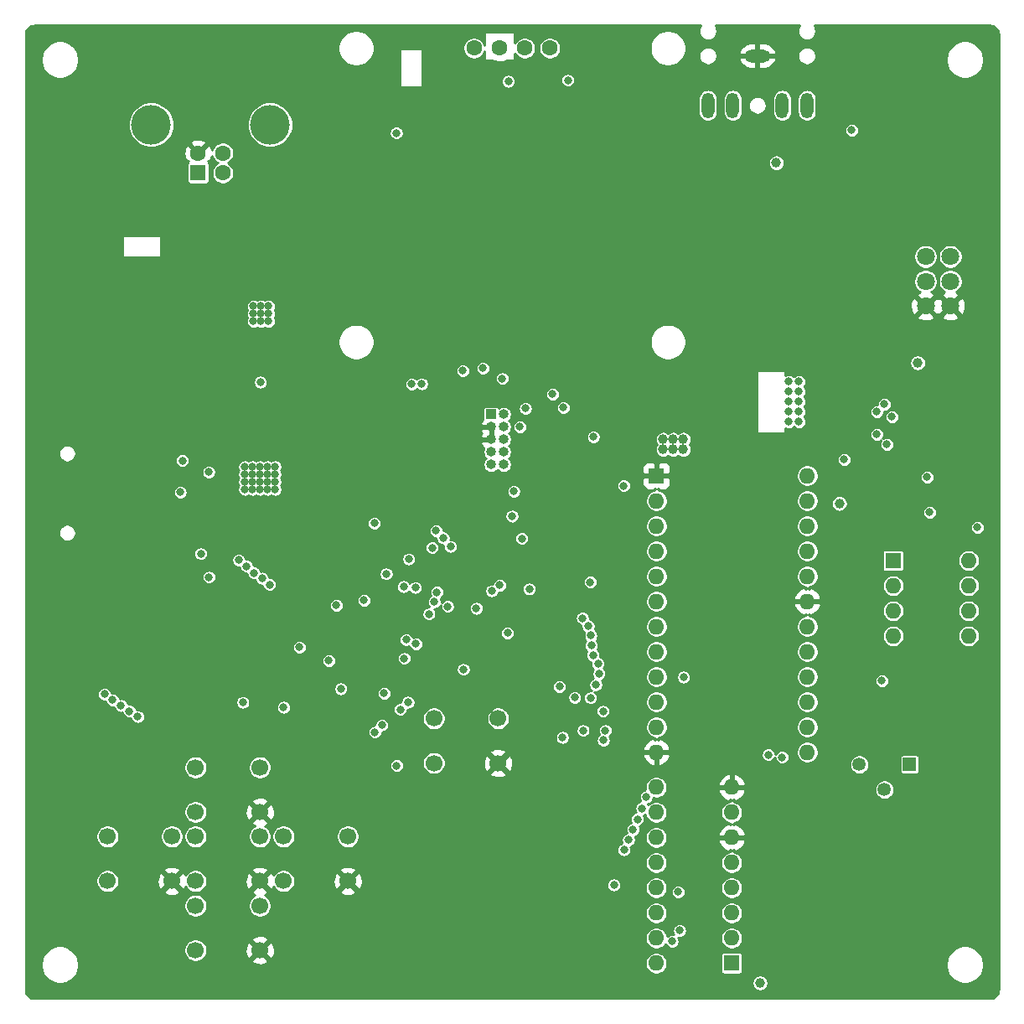
<source format=gbr>
G04 #@! TF.GenerationSoftware,KiCad,Pcbnew,(5.1.8)-1*
G04 #@! TF.CreationDate,2020-12-22T19:01:30-08:00*
G04 #@! TF.ProjectId,MegaBlaster2,4d656761-426c-4617-9374-6572322e6b69,rev?*
G04 #@! TF.SameCoordinates,Original*
G04 #@! TF.FileFunction,Copper,L2,Inr*
G04 #@! TF.FilePolarity,Positive*
%FSLAX46Y46*%
G04 Gerber Fmt 4.6, Leading zero omitted, Abs format (unit mm)*
G04 Created by KiCad (PCBNEW (5.1.8)-1) date 2020-12-22 19:01:30*
%MOMM*%
%LPD*%
G01*
G04 APERTURE LIST*
G04 #@! TA.AperFunction,ComponentPad*
%ADD10R,1.346200X1.346200*%
G04 #@! TD*
G04 #@! TA.AperFunction,ComponentPad*
%ADD11C,1.346200*%
G04 #@! TD*
G04 #@! TA.AperFunction,ComponentPad*
%ADD12R,1.600000X1.600000*%
G04 #@! TD*
G04 #@! TA.AperFunction,ComponentPad*
%ADD13C,1.600000*%
G04 #@! TD*
G04 #@! TA.AperFunction,ComponentPad*
%ADD14C,4.000000*%
G04 #@! TD*
G04 #@! TA.AperFunction,ComponentPad*
%ADD15R,1.000000X1.000000*%
G04 #@! TD*
G04 #@! TA.AperFunction,ComponentPad*
%ADD16O,1.000000X1.000000*%
G04 #@! TD*
G04 #@! TA.AperFunction,ComponentPad*
%ADD17O,1.300000X2.600000*%
G04 #@! TD*
G04 #@! TA.AperFunction,ComponentPad*
%ADD18O,2.600000X1.300000*%
G04 #@! TD*
G04 #@! TA.AperFunction,ComponentPad*
%ADD19C,1.800000*%
G04 #@! TD*
G04 #@! TA.AperFunction,ComponentPad*
%ADD20C,1.700000*%
G04 #@! TD*
G04 #@! TA.AperFunction,ComponentPad*
%ADD21O,1.600000X1.600000*%
G04 #@! TD*
G04 #@! TA.AperFunction,ViaPad*
%ADD22C,0.800000*%
G04 #@! TD*
G04 #@! TA.AperFunction,ViaPad*
%ADD23C,1.000000*%
G04 #@! TD*
G04 #@! TA.AperFunction,Conductor*
%ADD24C,0.254000*%
G04 #@! TD*
G04 #@! TA.AperFunction,Conductor*
%ADD25C,0.100000*%
G04 #@! TD*
G04 APERTURE END LIST*
D10*
X173482000Y-116916200D03*
D11*
X170942000Y-119456200D03*
X168402000Y-116916200D03*
D12*
X101600000Y-57150000D03*
D13*
X104100000Y-57150000D03*
X104100000Y-55150000D03*
X101600000Y-55150000D03*
D14*
X108850000Y-52290000D03*
X96850000Y-52290000D03*
D13*
X129460000Y-44545000D03*
X132050000Y-44545000D03*
X134590000Y-44545000D03*
X137130000Y-44545000D03*
D15*
X131200000Y-81550000D03*
D16*
X132470000Y-81550000D03*
X131200000Y-82820000D03*
X132470000Y-82820000D03*
X131200000Y-84090000D03*
X132470000Y-84090000D03*
X131200000Y-85360000D03*
X132470000Y-85360000D03*
X131200000Y-86630000D03*
X132470000Y-86630000D03*
D17*
X153110000Y-50330000D03*
X163110000Y-50330000D03*
X160610000Y-50330000D03*
X155610000Y-50330000D03*
D18*
X158110000Y-45330000D03*
D19*
X177595001Y-65612000D03*
X177595001Y-68112000D03*
X177595001Y-70612000D03*
X175095001Y-65612000D03*
X175095001Y-68112000D03*
X175095001Y-70612000D03*
D20*
X125410000Y-112280000D03*
X131910000Y-112280000D03*
X125410000Y-116780000D03*
X131910000Y-116780000D03*
X98945000Y-128705000D03*
X92445000Y-128705000D03*
X98945000Y-124205000D03*
X92445000Y-124205000D03*
X101335000Y-131190000D03*
X107835000Y-131190000D03*
X101335000Y-135690000D03*
X107835000Y-135690000D03*
X116725000Y-128705000D03*
X110225000Y-128705000D03*
X116725000Y-124205000D03*
X110225000Y-124205000D03*
X101335000Y-117220000D03*
X107835000Y-117220000D03*
X101335000Y-121720000D03*
X107835000Y-121720000D03*
X107835000Y-128705000D03*
X101335000Y-128705000D03*
X107835000Y-124205000D03*
X101335000Y-124205000D03*
D12*
X171825000Y-96325000D03*
D21*
X179445000Y-103945000D03*
X171825000Y-98865000D03*
X179445000Y-101405000D03*
X171825000Y-101405000D03*
X179445000Y-98865000D03*
X171825000Y-103945000D03*
X179445000Y-96325000D03*
D12*
X147900000Y-87750000D03*
D21*
X163140000Y-115690000D03*
X147900000Y-90290000D03*
X163140000Y-113150000D03*
X147900000Y-92830000D03*
X163140000Y-110610000D03*
X147900000Y-95370000D03*
X163140000Y-108070000D03*
X147900000Y-97910000D03*
X163140000Y-105530000D03*
X147900000Y-100450000D03*
X163140000Y-102990000D03*
X147900000Y-102990000D03*
X163140000Y-100450000D03*
X147900000Y-105530000D03*
X163140000Y-97910000D03*
X147900000Y-108070000D03*
X163140000Y-95370000D03*
X147900000Y-110610000D03*
X163140000Y-92830000D03*
X147900000Y-113150000D03*
X163140000Y-90290000D03*
X147900000Y-115690000D03*
X163140000Y-87750000D03*
D12*
X155500000Y-137000000D03*
D21*
X147880000Y-119220000D03*
X155500000Y-134460000D03*
X147880000Y-121760000D03*
X155500000Y-131920000D03*
X147880000Y-124300000D03*
X155500000Y-129380000D03*
X147880000Y-126840000D03*
X155500000Y-126840000D03*
X147880000Y-129380000D03*
X155500000Y-124300000D03*
X147880000Y-131920000D03*
X155500000Y-121760000D03*
X147880000Y-134460000D03*
X155500000Y-119220000D03*
X147880000Y-137000000D03*
D22*
X162306000Y-82296000D03*
X161290000Y-82296000D03*
X161290000Y-81280000D03*
X162306000Y-81280000D03*
X162306000Y-80264000D03*
X161290000Y-80264000D03*
X162306000Y-79248000D03*
X161290000Y-79248000D03*
X162306000Y-78232000D03*
X161290000Y-78232000D03*
D23*
X150622000Y-85090000D03*
X150622000Y-84074000D03*
X149606000Y-84074000D03*
X148590000Y-84074000D03*
X148590000Y-85090000D03*
D22*
X108712000Y-72136000D03*
X107950000Y-72136000D03*
X107188000Y-72136000D03*
X107950000Y-71374000D03*
X107188000Y-71374000D03*
X103200000Y-68050000D03*
X102300000Y-68050000D03*
X99500000Y-64850000D03*
X98650000Y-64850000D03*
X124530000Y-94320000D03*
X155620000Y-83920000D03*
D23*
X171870000Y-78890000D03*
X177720000Y-72590000D03*
X175300000Y-63410000D03*
D22*
X127730000Y-105390000D03*
X121160000Y-104800000D03*
X115930000Y-104250000D03*
X128570000Y-96370000D03*
X125310000Y-97650000D03*
X133868224Y-100821273D03*
X129370000Y-68110000D03*
X181340000Y-94490000D03*
X177540000Y-103220000D03*
X122780000Y-108170000D03*
X136770000Y-107170000D03*
X152050000Y-110970000D03*
X131390000Y-88530000D03*
X123400000Y-100030000D03*
X104630000Y-59200000D03*
X105420000Y-58890000D03*
X105280000Y-59680000D03*
X158220000Y-62020000D03*
X163510000Y-63300000D03*
X158830000Y-59150000D03*
X162490000Y-63700000D03*
X164140000Y-63970000D03*
X164390000Y-62980000D03*
X163180000Y-62530000D03*
X166550000Y-60680000D03*
X90424000Y-75946000D03*
X91186000Y-75946000D03*
X91948000Y-75946000D03*
X92710000Y-75946000D03*
X92710000Y-76708000D03*
X91948000Y-76708000D03*
X91186000Y-76708000D03*
X90424000Y-76708000D03*
X117602000Y-56642000D03*
X90932000Y-44196000D03*
X90170000Y-46990000D03*
X86868000Y-48768000D03*
X176022000Y-43942000D03*
X176784000Y-47498000D03*
X180086000Y-49022000D03*
X180340000Y-133096000D03*
X176276000Y-134874000D03*
X175006000Y-139192000D03*
X85852000Y-133604000D03*
X90170000Y-134874000D03*
X91694000Y-139192000D03*
X123444000Y-125984000D03*
X134366000Y-121920000D03*
X130302000Y-134620000D03*
X112268000Y-137668000D03*
X138938000Y-134874000D03*
X133350000Y-128270000D03*
X90932000Y-118110000D03*
X102616000Y-111506000D03*
X87884000Y-105410000D03*
X93980000Y-102362000D03*
X105410000Y-91948000D03*
X113538000Y-84328000D03*
X113792000Y-75946000D03*
X121158000Y-76200000D03*
X123698000Y-68072000D03*
X120650000Y-61214000D03*
X141986000Y-60198000D03*
X138938000Y-67310000D03*
X144272000Y-53340000D03*
X141986000Y-46228000D03*
X148082000Y-58166000D03*
X150622000Y-65786000D03*
X149606000Y-49022000D03*
X160020000Y-42926000D03*
X155956000Y-43180000D03*
X166370000Y-43942000D03*
X166116000Y-56642000D03*
X172466000Y-57150000D03*
X170688000Y-66548000D03*
X164592000Y-69596000D03*
X171958000Y-71628000D03*
X162052000Y-66802000D03*
X168402000Y-78232000D03*
X178562000Y-79248000D03*
X180848000Y-69342000D03*
X180594000Y-62230000D03*
X177800000Y-56388000D03*
X174244000Y-50292000D03*
X166370000Y-50038000D03*
X155956000Y-53340000D03*
X135636000Y-58928000D03*
X129032000Y-50546000D03*
X116332000Y-48768000D03*
X109474000Y-46482000D03*
X104648000Y-49276000D03*
X97028000Y-44196000D03*
X90424000Y-53340000D03*
X96774000Y-55626000D03*
X87376000Y-57150000D03*
X86868000Y-74168000D03*
X93472000Y-72898000D03*
X95758000Y-77216000D03*
X85852000Y-80264000D03*
X164846000Y-130810000D03*
X172466000Y-126746000D03*
X169926000Y-133350000D03*
X169164000Y-122936000D03*
X176784000Y-122428000D03*
X154178000Y-103378000D03*
X155194000Y-96774000D03*
X152908000Y-91440000D03*
X157480000Y-89662000D03*
X151384000Y-121666000D03*
X151892000Y-126238000D03*
X151384000Y-137414000D03*
X164338000Y-137922000D03*
X166370000Y-102870000D03*
X166370000Y-109728000D03*
X157734000Y-108966000D03*
X172974000Y-93218000D03*
X175768000Y-97536000D03*
X178816000Y-86360000D03*
X104140000Y-125984000D03*
X95250000Y-126238000D03*
X113538000Y-126238000D03*
X140970000Y-91186000D03*
X138430000Y-87884000D03*
X102300000Y-65950000D03*
X164592000Y-83693000D03*
X153416000Y-75565000D03*
X88138000Y-64198500D03*
X138950000Y-47800000D03*
X132950000Y-47900000D03*
X106309000Y-86846000D03*
X107071000Y-86846000D03*
X107833000Y-86846000D03*
X108595000Y-86846000D03*
X109357000Y-86846000D03*
X109357000Y-87608000D03*
X108595000Y-87608000D03*
X107833000Y-87608000D03*
X107071000Y-87608000D03*
X106309000Y-87608000D03*
X106309000Y-88370000D03*
X107071000Y-88370000D03*
X107833000Y-88370000D03*
X108595000Y-88370000D03*
X109357000Y-88370000D03*
X109357000Y-89132000D03*
X108595000Y-89132000D03*
X107833000Y-89132000D03*
X107071000Y-89132000D03*
X106309000Y-89132000D03*
X107900000Y-78300000D03*
X99800000Y-89425000D03*
X133312500Y-91837500D03*
X141225000Y-98500000D03*
X135050000Y-99200000D03*
X128400000Y-107325000D03*
X106125000Y-110650000D03*
X116021579Y-109276421D03*
X110240000Y-111150000D03*
X121630000Y-53120000D03*
X121670000Y-117050000D03*
X123560000Y-99050000D03*
X138500000Y-80860000D03*
X134670000Y-80950000D03*
X144600000Y-88760000D03*
X119390000Y-92560000D03*
X108712000Y-71374000D03*
X108712000Y-70612000D03*
X107950000Y-70612000D03*
X107188000Y-70612000D03*
D23*
X149606000Y-85090000D03*
X158375000Y-139000000D03*
X160020000Y-56134000D03*
X166400000Y-90560000D03*
X174300000Y-76340000D03*
D22*
X170180000Y-81280000D03*
X166878000Y-86106000D03*
X170180000Y-83566000D03*
X170942000Y-80518000D03*
X171704000Y-81788000D03*
X171196000Y-84582000D03*
X175514000Y-91440000D03*
X170688000Y-108458000D03*
X175260000Y-87884000D03*
X167640000Y-52832000D03*
X141536015Y-83820000D03*
X130374999Y-76889001D03*
X128352342Y-77133658D03*
X132334000Y-77941010D03*
X131266453Y-99387520D03*
X123185059Y-78486060D03*
X132080000Y-98806000D03*
X124184995Y-78473776D03*
X133494634Y-89322012D03*
X137414000Y-79502000D03*
X134112000Y-82804000D03*
X134300000Y-94100000D03*
X119454335Y-113665010D03*
X100000000Y-86220000D03*
X120170000Y-112940000D03*
X102670000Y-87380000D03*
X122425650Y-106214952D03*
X123615691Y-104747932D03*
X120396000Y-109728000D03*
X122027775Y-111365010D03*
X102697340Y-98007340D03*
X122614220Y-104329455D03*
X122810000Y-110640000D03*
X101880000Y-95640000D03*
X180340000Y-92964000D03*
X127110000Y-94900000D03*
X108820000Y-98760000D03*
X95490000Y-112090000D03*
X126370000Y-94050000D03*
X107222326Y-97564281D03*
X93810000Y-110976607D03*
X125645468Y-93317145D03*
X105696985Y-96271571D03*
X92138556Y-109830000D03*
X106475248Y-96899527D03*
X125242036Y-95022160D03*
X92964775Y-110410000D03*
X122880000Y-96170000D03*
X108061116Y-98108757D03*
X94640000Y-111529873D03*
X118364000Y-100330000D03*
X120606818Y-97671303D03*
X111830579Y-105085421D03*
X122366987Y-98957930D03*
X139650000Y-110150000D03*
X125729107Y-99507218D03*
X160600000Y-116200000D03*
X142543987Y-114478561D03*
X125455816Y-100485816D03*
X138400000Y-114200000D03*
X159200000Y-115950000D03*
X142750000Y-113500000D03*
X140500000Y-113500000D03*
X124921836Y-101731416D03*
X126807722Y-100945992D03*
X142500000Y-111550000D03*
X140428528Y-102129570D03*
X146875065Y-120200000D03*
X146425054Y-121350000D03*
X141013649Y-102940531D03*
X145975043Y-122450000D03*
X141279262Y-103904623D03*
X145525032Y-123500000D03*
X141318497Y-104903865D03*
X141250000Y-110200000D03*
X132847113Y-103644964D03*
X145075021Y-124550000D03*
X141498066Y-105887623D03*
X144625010Y-125550000D03*
X142004357Y-106750000D03*
X142099998Y-107750002D03*
X150250000Y-133700000D03*
X141780001Y-108869999D03*
X115570000Y-100838000D03*
X114808000Y-106426000D03*
X150650000Y-108100000D03*
X150100000Y-129800000D03*
X149500000Y-134800000D03*
X143600000Y-129100000D03*
X138100000Y-109050000D03*
X129700000Y-101150000D03*
D24*
X152288504Y-42390901D02*
X152218624Y-42559604D01*
X152183000Y-42738699D01*
X152183000Y-42921301D01*
X152218624Y-43100396D01*
X152288504Y-43269099D01*
X152389952Y-43420928D01*
X152519072Y-43550048D01*
X152670901Y-43651496D01*
X152839604Y-43721376D01*
X153018699Y-43757000D01*
X153201301Y-43757000D01*
X153380396Y-43721376D01*
X153549099Y-43651496D01*
X153700928Y-43550048D01*
X153830048Y-43420928D01*
X153931496Y-43269099D01*
X154001376Y-43100396D01*
X154037000Y-42921301D01*
X154037000Y-42738699D01*
X154001376Y-42559604D01*
X153931496Y-42390901D01*
X153845368Y-42262000D01*
X162374632Y-42262000D01*
X162288504Y-42390901D01*
X162218624Y-42559604D01*
X162183000Y-42738699D01*
X162183000Y-42921301D01*
X162218624Y-43100396D01*
X162288504Y-43269099D01*
X162389952Y-43420928D01*
X162519072Y-43550048D01*
X162670901Y-43651496D01*
X162839604Y-43721376D01*
X163018699Y-43757000D01*
X163201301Y-43757000D01*
X163380396Y-43721376D01*
X163549099Y-43651496D01*
X163700928Y-43550048D01*
X163830048Y-43420928D01*
X163931496Y-43269099D01*
X164001376Y-43100396D01*
X164037000Y-42921301D01*
X164037000Y-42738699D01*
X164001376Y-42559604D01*
X163931496Y-42390901D01*
X163845368Y-42262000D01*
X181532785Y-42262000D01*
X181727980Y-42281139D01*
X181899178Y-42332827D01*
X182057083Y-42416787D01*
X182195665Y-42529812D01*
X182309656Y-42667604D01*
X182394714Y-42824915D01*
X182447597Y-42995750D01*
X182468000Y-43189879D01*
X182468001Y-139622775D01*
X182448861Y-139817980D01*
X182397173Y-139989178D01*
X182313216Y-140147079D01*
X182200190Y-140285663D01*
X182062393Y-140399659D01*
X181905086Y-140484714D01*
X181734250Y-140537597D01*
X181540122Y-140558000D01*
X85107215Y-140558000D01*
X84912020Y-140538861D01*
X84740822Y-140487173D01*
X84582921Y-140403216D01*
X84444337Y-140290190D01*
X84330341Y-140152393D01*
X84245286Y-139995086D01*
X84192403Y-139824250D01*
X84172000Y-139630122D01*
X84172000Y-136970207D01*
X85703000Y-136970207D01*
X85703000Y-137349793D01*
X85777053Y-137722085D01*
X85922315Y-138072777D01*
X86133201Y-138388391D01*
X86401609Y-138656799D01*
X86717223Y-138867685D01*
X87067915Y-139012947D01*
X87440207Y-139087000D01*
X87819793Y-139087000D01*
X88192085Y-139012947D01*
X88419983Y-138918548D01*
X157548000Y-138918548D01*
X157548000Y-139081452D01*
X157579782Y-139241227D01*
X157642123Y-139391731D01*
X157732628Y-139527181D01*
X157847819Y-139642372D01*
X157983269Y-139732877D01*
X158133773Y-139795218D01*
X158293548Y-139827000D01*
X158456452Y-139827000D01*
X158616227Y-139795218D01*
X158766731Y-139732877D01*
X158902181Y-139642372D01*
X159017372Y-139527181D01*
X159107877Y-139391731D01*
X159170218Y-139241227D01*
X159202000Y-139081452D01*
X159202000Y-138918548D01*
X159170218Y-138758773D01*
X159107877Y-138608269D01*
X159017372Y-138472819D01*
X158902181Y-138357628D01*
X158766731Y-138267123D01*
X158616227Y-138204782D01*
X158456452Y-138173000D01*
X158293548Y-138173000D01*
X158133773Y-138204782D01*
X157983269Y-138267123D01*
X157847819Y-138357628D01*
X157732628Y-138472819D01*
X157642123Y-138608269D01*
X157579782Y-138758773D01*
X157548000Y-138918548D01*
X88419983Y-138918548D01*
X88542777Y-138867685D01*
X88858391Y-138656799D01*
X89126799Y-138388391D01*
X89337685Y-138072777D01*
X89482947Y-137722085D01*
X89557000Y-137349793D01*
X89557000Y-136970207D01*
X89482947Y-136597915D01*
X89337685Y-136247223D01*
X89126799Y-135931609D01*
X88858391Y-135663201D01*
X88725006Y-135574076D01*
X100158000Y-135574076D01*
X100158000Y-135805924D01*
X100203231Y-136033318D01*
X100291956Y-136247519D01*
X100420764Y-136440294D01*
X100584706Y-136604236D01*
X100777481Y-136733044D01*
X100991682Y-136821769D01*
X101219076Y-136867000D01*
X101450924Y-136867000D01*
X101678318Y-136821769D01*
X101892519Y-136733044D01*
X101914439Y-136718397D01*
X106986208Y-136718397D01*
X107063843Y-136967472D01*
X107327883Y-137093371D01*
X107611411Y-137165339D01*
X107903531Y-137180611D01*
X108193019Y-137138599D01*
X108468747Y-137040919D01*
X108606157Y-136967472D01*
X108630616Y-136889000D01*
X146753000Y-136889000D01*
X146753000Y-137111000D01*
X146796310Y-137328734D01*
X146881266Y-137533835D01*
X147004602Y-137718421D01*
X147161579Y-137875398D01*
X147346165Y-137998734D01*
X147551266Y-138083690D01*
X147769000Y-138127000D01*
X147991000Y-138127000D01*
X148208734Y-138083690D01*
X148413835Y-137998734D01*
X148598421Y-137875398D01*
X148755398Y-137718421D01*
X148878734Y-137533835D01*
X148963690Y-137328734D01*
X149007000Y-137111000D01*
X149007000Y-136889000D01*
X148963690Y-136671266D01*
X148878734Y-136466165D01*
X148755398Y-136281579D01*
X148673819Y-136200000D01*
X154371418Y-136200000D01*
X154371418Y-137800000D01*
X154377732Y-137864103D01*
X154396430Y-137925743D01*
X154426794Y-137982550D01*
X154467657Y-138032343D01*
X154517450Y-138073206D01*
X154574257Y-138103570D01*
X154635897Y-138122268D01*
X154700000Y-138128582D01*
X156300000Y-138128582D01*
X156364103Y-138122268D01*
X156425743Y-138103570D01*
X156482550Y-138073206D01*
X156532343Y-138032343D01*
X156573206Y-137982550D01*
X156603570Y-137925743D01*
X156622268Y-137864103D01*
X156628582Y-137800000D01*
X156628582Y-136970207D01*
X177143000Y-136970207D01*
X177143000Y-137349793D01*
X177217053Y-137722085D01*
X177362315Y-138072777D01*
X177573201Y-138388391D01*
X177841609Y-138656799D01*
X178157223Y-138867685D01*
X178507915Y-139012947D01*
X178880207Y-139087000D01*
X179259793Y-139087000D01*
X179632085Y-139012947D01*
X179982777Y-138867685D01*
X180298391Y-138656799D01*
X180566799Y-138388391D01*
X180777685Y-138072777D01*
X180922947Y-137722085D01*
X180997000Y-137349793D01*
X180997000Y-136970207D01*
X180922947Y-136597915D01*
X180777685Y-136247223D01*
X180566799Y-135931609D01*
X180298391Y-135663201D01*
X179982777Y-135452315D01*
X179632085Y-135307053D01*
X179259793Y-135233000D01*
X178880207Y-135233000D01*
X178507915Y-135307053D01*
X178157223Y-135452315D01*
X177841609Y-135663201D01*
X177573201Y-135931609D01*
X177362315Y-136247223D01*
X177217053Y-136597915D01*
X177143000Y-136970207D01*
X156628582Y-136970207D01*
X156628582Y-136200000D01*
X156622268Y-136135897D01*
X156603570Y-136074257D01*
X156573206Y-136017450D01*
X156532343Y-135967657D01*
X156482550Y-135926794D01*
X156425743Y-135896430D01*
X156364103Y-135877732D01*
X156300000Y-135871418D01*
X154700000Y-135871418D01*
X154635897Y-135877732D01*
X154574257Y-135896430D01*
X154517450Y-135926794D01*
X154467657Y-135967657D01*
X154426794Y-136017450D01*
X154396430Y-136074257D01*
X154377732Y-136135897D01*
X154371418Y-136200000D01*
X148673819Y-136200000D01*
X148598421Y-136124602D01*
X148413835Y-136001266D01*
X148208734Y-135916310D01*
X147991000Y-135873000D01*
X147769000Y-135873000D01*
X147551266Y-135916310D01*
X147346165Y-136001266D01*
X147161579Y-136124602D01*
X147004602Y-136281579D01*
X146881266Y-136466165D01*
X146796310Y-136671266D01*
X146753000Y-136889000D01*
X108630616Y-136889000D01*
X108683792Y-136718397D01*
X107835000Y-135869605D01*
X106986208Y-136718397D01*
X101914439Y-136718397D01*
X102085294Y-136604236D01*
X102249236Y-136440294D01*
X102378044Y-136247519D01*
X102466769Y-136033318D01*
X102512000Y-135805924D01*
X102512000Y-135758531D01*
X106344389Y-135758531D01*
X106386401Y-136048019D01*
X106484081Y-136323747D01*
X106557528Y-136461157D01*
X106806603Y-136538792D01*
X107655395Y-135690000D01*
X108014605Y-135690000D01*
X108863397Y-136538792D01*
X109112472Y-136461157D01*
X109238371Y-136197117D01*
X109310339Y-135913589D01*
X109325611Y-135621469D01*
X109283599Y-135331981D01*
X109185919Y-135056253D01*
X109112472Y-134918843D01*
X108863397Y-134841208D01*
X108014605Y-135690000D01*
X107655395Y-135690000D01*
X106806603Y-134841208D01*
X106557528Y-134918843D01*
X106431629Y-135182883D01*
X106359661Y-135466411D01*
X106344389Y-135758531D01*
X102512000Y-135758531D01*
X102512000Y-135574076D01*
X102466769Y-135346682D01*
X102378044Y-135132481D01*
X102249236Y-134939706D01*
X102085294Y-134775764D01*
X101914440Y-134661603D01*
X106986208Y-134661603D01*
X107835000Y-135510395D01*
X108683792Y-134661603D01*
X108606157Y-134412528D01*
X108472924Y-134349000D01*
X146753000Y-134349000D01*
X146753000Y-134571000D01*
X146796310Y-134788734D01*
X146881266Y-134993835D01*
X147004602Y-135178421D01*
X147161579Y-135335398D01*
X147346165Y-135458734D01*
X147551266Y-135543690D01*
X147769000Y-135587000D01*
X147991000Y-135587000D01*
X148208734Y-135543690D01*
X148413835Y-135458734D01*
X148598421Y-135335398D01*
X148755398Y-135178421D01*
X148826050Y-135072683D01*
X148855741Y-135144364D01*
X148935302Y-135263436D01*
X149036564Y-135364698D01*
X149155636Y-135444259D01*
X149287942Y-135499062D01*
X149428397Y-135527000D01*
X149571603Y-135527000D01*
X149712058Y-135499062D01*
X149844364Y-135444259D01*
X149963436Y-135364698D01*
X150064698Y-135263436D01*
X150144259Y-135144364D01*
X150199062Y-135012058D01*
X150227000Y-134871603D01*
X150227000Y-134728397D01*
X150199062Y-134587942D01*
X150144259Y-134455636D01*
X150116960Y-134414779D01*
X150178397Y-134427000D01*
X150321603Y-134427000D01*
X150462058Y-134399062D01*
X150582918Y-134349000D01*
X154373000Y-134349000D01*
X154373000Y-134571000D01*
X154416310Y-134788734D01*
X154501266Y-134993835D01*
X154624602Y-135178421D01*
X154781579Y-135335398D01*
X154966165Y-135458734D01*
X155171266Y-135543690D01*
X155389000Y-135587000D01*
X155611000Y-135587000D01*
X155828734Y-135543690D01*
X156033835Y-135458734D01*
X156218421Y-135335398D01*
X156375398Y-135178421D01*
X156498734Y-134993835D01*
X156583690Y-134788734D01*
X156627000Y-134571000D01*
X156627000Y-134349000D01*
X156583690Y-134131266D01*
X156498734Y-133926165D01*
X156375398Y-133741579D01*
X156218421Y-133584602D01*
X156033835Y-133461266D01*
X155828734Y-133376310D01*
X155611000Y-133333000D01*
X155389000Y-133333000D01*
X155171266Y-133376310D01*
X154966165Y-133461266D01*
X154781579Y-133584602D01*
X154624602Y-133741579D01*
X154501266Y-133926165D01*
X154416310Y-134131266D01*
X154373000Y-134349000D01*
X150582918Y-134349000D01*
X150594364Y-134344259D01*
X150713436Y-134264698D01*
X150814698Y-134163436D01*
X150894259Y-134044364D01*
X150949062Y-133912058D01*
X150977000Y-133771603D01*
X150977000Y-133628397D01*
X150949062Y-133487942D01*
X150894259Y-133355636D01*
X150814698Y-133236564D01*
X150713436Y-133135302D01*
X150594364Y-133055741D01*
X150462058Y-133000938D01*
X150321603Y-132973000D01*
X150178397Y-132973000D01*
X150037942Y-133000938D01*
X149905636Y-133055741D01*
X149786564Y-133135302D01*
X149685302Y-133236564D01*
X149605741Y-133355636D01*
X149550938Y-133487942D01*
X149523000Y-133628397D01*
X149523000Y-133771603D01*
X149550938Y-133912058D01*
X149605741Y-134044364D01*
X149633040Y-134085221D01*
X149571603Y-134073000D01*
X149428397Y-134073000D01*
X149287942Y-134100938D01*
X149155636Y-134155741D01*
X149036564Y-134235302D01*
X148993041Y-134278825D01*
X148963690Y-134131266D01*
X148878734Y-133926165D01*
X148755398Y-133741579D01*
X148598421Y-133584602D01*
X148413835Y-133461266D01*
X148208734Y-133376310D01*
X147991000Y-133333000D01*
X147769000Y-133333000D01*
X147551266Y-133376310D01*
X147346165Y-133461266D01*
X147161579Y-133584602D01*
X147004602Y-133741579D01*
X146881266Y-133926165D01*
X146796310Y-134131266D01*
X146753000Y-134349000D01*
X108472924Y-134349000D01*
X108342117Y-134286629D01*
X108058589Y-134214661D01*
X107766469Y-134199389D01*
X107476981Y-134241401D01*
X107201253Y-134339081D01*
X107063843Y-134412528D01*
X106986208Y-134661603D01*
X101914440Y-134661603D01*
X101892519Y-134646956D01*
X101678318Y-134558231D01*
X101450924Y-134513000D01*
X101219076Y-134513000D01*
X100991682Y-134558231D01*
X100777481Y-134646956D01*
X100584706Y-134775764D01*
X100420764Y-134939706D01*
X100291956Y-135132481D01*
X100203231Y-135346682D01*
X100158000Y-135574076D01*
X88725006Y-135574076D01*
X88542777Y-135452315D01*
X88192085Y-135307053D01*
X87819793Y-135233000D01*
X87440207Y-135233000D01*
X87067915Y-135307053D01*
X86717223Y-135452315D01*
X86401609Y-135663201D01*
X86133201Y-135931609D01*
X85922315Y-136247223D01*
X85777053Y-136597915D01*
X85703000Y-136970207D01*
X84172000Y-136970207D01*
X84172000Y-131074076D01*
X100158000Y-131074076D01*
X100158000Y-131305924D01*
X100203231Y-131533318D01*
X100291956Y-131747519D01*
X100420764Y-131940294D01*
X100584706Y-132104236D01*
X100777481Y-132233044D01*
X100991682Y-132321769D01*
X101219076Y-132367000D01*
X101450924Y-132367000D01*
X101678318Y-132321769D01*
X101892519Y-132233044D01*
X102085294Y-132104236D01*
X102249236Y-131940294D01*
X102378044Y-131747519D01*
X102466769Y-131533318D01*
X102512000Y-131305924D01*
X102512000Y-131074076D01*
X106658000Y-131074076D01*
X106658000Y-131305924D01*
X106703231Y-131533318D01*
X106791956Y-131747519D01*
X106920764Y-131940294D01*
X107084706Y-132104236D01*
X107277481Y-132233044D01*
X107491682Y-132321769D01*
X107719076Y-132367000D01*
X107950924Y-132367000D01*
X108178318Y-132321769D01*
X108392519Y-132233044D01*
X108585294Y-132104236D01*
X108749236Y-131940294D01*
X108836963Y-131809000D01*
X146753000Y-131809000D01*
X146753000Y-132031000D01*
X146796310Y-132248734D01*
X146881266Y-132453835D01*
X147004602Y-132638421D01*
X147161579Y-132795398D01*
X147346165Y-132918734D01*
X147551266Y-133003690D01*
X147769000Y-133047000D01*
X147991000Y-133047000D01*
X148208734Y-133003690D01*
X148413835Y-132918734D01*
X148598421Y-132795398D01*
X148755398Y-132638421D01*
X148878734Y-132453835D01*
X148963690Y-132248734D01*
X149007000Y-132031000D01*
X149007000Y-131809000D01*
X154373000Y-131809000D01*
X154373000Y-132031000D01*
X154416310Y-132248734D01*
X154501266Y-132453835D01*
X154624602Y-132638421D01*
X154781579Y-132795398D01*
X154966165Y-132918734D01*
X155171266Y-133003690D01*
X155389000Y-133047000D01*
X155611000Y-133047000D01*
X155828734Y-133003690D01*
X156033835Y-132918734D01*
X156218421Y-132795398D01*
X156375398Y-132638421D01*
X156498734Y-132453835D01*
X156583690Y-132248734D01*
X156627000Y-132031000D01*
X156627000Y-131809000D01*
X156583690Y-131591266D01*
X156498734Y-131386165D01*
X156375398Y-131201579D01*
X156218421Y-131044602D01*
X156033835Y-130921266D01*
X155828734Y-130836310D01*
X155611000Y-130793000D01*
X155389000Y-130793000D01*
X155171266Y-130836310D01*
X154966165Y-130921266D01*
X154781579Y-131044602D01*
X154624602Y-131201579D01*
X154501266Y-131386165D01*
X154416310Y-131591266D01*
X154373000Y-131809000D01*
X149007000Y-131809000D01*
X148963690Y-131591266D01*
X148878734Y-131386165D01*
X148755398Y-131201579D01*
X148598421Y-131044602D01*
X148413835Y-130921266D01*
X148208734Y-130836310D01*
X147991000Y-130793000D01*
X147769000Y-130793000D01*
X147551266Y-130836310D01*
X147346165Y-130921266D01*
X147161579Y-131044602D01*
X147004602Y-131201579D01*
X146881266Y-131386165D01*
X146796310Y-131591266D01*
X146753000Y-131809000D01*
X108836963Y-131809000D01*
X108878044Y-131747519D01*
X108966769Y-131533318D01*
X109012000Y-131305924D01*
X109012000Y-131074076D01*
X108966769Y-130846682D01*
X108878044Y-130632481D01*
X108749236Y-130439706D01*
X108585294Y-130275764D01*
X108392519Y-130146956D01*
X108309195Y-130112442D01*
X108468747Y-130055919D01*
X108606157Y-129982472D01*
X108683792Y-129733397D01*
X107835000Y-128884605D01*
X106986208Y-129733397D01*
X107063843Y-129982472D01*
X107327883Y-130108371D01*
X107354390Y-130115099D01*
X107277481Y-130146956D01*
X107084706Y-130275764D01*
X106920764Y-130439706D01*
X106791956Y-130632481D01*
X106703231Y-130846682D01*
X106658000Y-131074076D01*
X102512000Y-131074076D01*
X102466769Y-130846682D01*
X102378044Y-130632481D01*
X102249236Y-130439706D01*
X102085294Y-130275764D01*
X101892519Y-130146956D01*
X101678318Y-130058231D01*
X101450924Y-130013000D01*
X101219076Y-130013000D01*
X100991682Y-130058231D01*
X100777481Y-130146956D01*
X100584706Y-130275764D01*
X100420764Y-130439706D01*
X100291956Y-130632481D01*
X100203231Y-130846682D01*
X100158000Y-131074076D01*
X84172000Y-131074076D01*
X84172000Y-128589076D01*
X91268000Y-128589076D01*
X91268000Y-128820924D01*
X91313231Y-129048318D01*
X91401956Y-129262519D01*
X91530764Y-129455294D01*
X91694706Y-129619236D01*
X91887481Y-129748044D01*
X92101682Y-129836769D01*
X92329076Y-129882000D01*
X92560924Y-129882000D01*
X92788318Y-129836769D01*
X93002519Y-129748044D01*
X93024439Y-129733397D01*
X98096208Y-129733397D01*
X98173843Y-129982472D01*
X98437883Y-130108371D01*
X98721411Y-130180339D01*
X99013531Y-130195611D01*
X99303019Y-130153599D01*
X99578747Y-130055919D01*
X99716157Y-129982472D01*
X99793792Y-129733397D01*
X98945000Y-128884605D01*
X98096208Y-129733397D01*
X93024439Y-129733397D01*
X93195294Y-129619236D01*
X93359236Y-129455294D01*
X93488044Y-129262519D01*
X93576769Y-129048318D01*
X93622000Y-128820924D01*
X93622000Y-128773531D01*
X97454389Y-128773531D01*
X97496401Y-129063019D01*
X97594081Y-129338747D01*
X97667528Y-129476157D01*
X97916603Y-129553792D01*
X98765395Y-128705000D01*
X99124605Y-128705000D01*
X99973397Y-129553792D01*
X100222472Y-129476157D01*
X100310853Y-129290801D01*
X100420764Y-129455294D01*
X100584706Y-129619236D01*
X100777481Y-129748044D01*
X100991682Y-129836769D01*
X101219076Y-129882000D01*
X101450924Y-129882000D01*
X101678318Y-129836769D01*
X101892519Y-129748044D01*
X102085294Y-129619236D01*
X102249236Y-129455294D01*
X102378044Y-129262519D01*
X102466769Y-129048318D01*
X102512000Y-128820924D01*
X102512000Y-128773531D01*
X106344389Y-128773531D01*
X106386401Y-129063019D01*
X106484081Y-129338747D01*
X106557528Y-129476157D01*
X106806603Y-129553792D01*
X107655395Y-128705000D01*
X108014605Y-128705000D01*
X108863397Y-129553792D01*
X109112472Y-129476157D01*
X109200853Y-129290801D01*
X109310764Y-129455294D01*
X109474706Y-129619236D01*
X109667481Y-129748044D01*
X109881682Y-129836769D01*
X110109076Y-129882000D01*
X110340924Y-129882000D01*
X110568318Y-129836769D01*
X110782519Y-129748044D01*
X110804439Y-129733397D01*
X115876208Y-129733397D01*
X115953843Y-129982472D01*
X116217883Y-130108371D01*
X116501411Y-130180339D01*
X116793531Y-130195611D01*
X117083019Y-130153599D01*
X117358747Y-130055919D01*
X117496157Y-129982472D01*
X117573792Y-129733397D01*
X116725000Y-128884605D01*
X115876208Y-129733397D01*
X110804439Y-129733397D01*
X110975294Y-129619236D01*
X111139236Y-129455294D01*
X111268044Y-129262519D01*
X111356769Y-129048318D01*
X111402000Y-128820924D01*
X111402000Y-128773531D01*
X115234389Y-128773531D01*
X115276401Y-129063019D01*
X115374081Y-129338747D01*
X115447528Y-129476157D01*
X115696603Y-129553792D01*
X116545395Y-128705000D01*
X116904605Y-128705000D01*
X117753397Y-129553792D01*
X118002472Y-129476157D01*
X118128371Y-129212117D01*
X118175004Y-129028397D01*
X142873000Y-129028397D01*
X142873000Y-129171603D01*
X142900938Y-129312058D01*
X142955741Y-129444364D01*
X143035302Y-129563436D01*
X143136564Y-129664698D01*
X143255636Y-129744259D01*
X143387942Y-129799062D01*
X143528397Y-129827000D01*
X143671603Y-129827000D01*
X143812058Y-129799062D01*
X143944364Y-129744259D01*
X144063436Y-129664698D01*
X144164698Y-129563436D01*
X144244259Y-129444364D01*
X144299062Y-129312058D01*
X144307626Y-129269000D01*
X146753000Y-129269000D01*
X146753000Y-129491000D01*
X146796310Y-129708734D01*
X146881266Y-129913835D01*
X147004602Y-130098421D01*
X147161579Y-130255398D01*
X147346165Y-130378734D01*
X147551266Y-130463690D01*
X147769000Y-130507000D01*
X147991000Y-130507000D01*
X148208734Y-130463690D01*
X148413835Y-130378734D01*
X148598421Y-130255398D01*
X148755398Y-130098421D01*
X148878734Y-129913835D01*
X148955545Y-129728397D01*
X149373000Y-129728397D01*
X149373000Y-129871603D01*
X149400938Y-130012058D01*
X149455741Y-130144364D01*
X149535302Y-130263436D01*
X149636564Y-130364698D01*
X149755636Y-130444259D01*
X149887942Y-130499062D01*
X150028397Y-130527000D01*
X150171603Y-130527000D01*
X150312058Y-130499062D01*
X150444364Y-130444259D01*
X150563436Y-130364698D01*
X150664698Y-130263436D01*
X150744259Y-130144364D01*
X150799062Y-130012058D01*
X150827000Y-129871603D01*
X150827000Y-129728397D01*
X150799062Y-129587942D01*
X150744259Y-129455636D01*
X150664698Y-129336564D01*
X150597134Y-129269000D01*
X154373000Y-129269000D01*
X154373000Y-129491000D01*
X154416310Y-129708734D01*
X154501266Y-129913835D01*
X154624602Y-130098421D01*
X154781579Y-130255398D01*
X154966165Y-130378734D01*
X155171266Y-130463690D01*
X155389000Y-130507000D01*
X155611000Y-130507000D01*
X155828734Y-130463690D01*
X156033835Y-130378734D01*
X156218421Y-130255398D01*
X156375398Y-130098421D01*
X156498734Y-129913835D01*
X156583690Y-129708734D01*
X156627000Y-129491000D01*
X156627000Y-129269000D01*
X156583690Y-129051266D01*
X156498734Y-128846165D01*
X156375398Y-128661579D01*
X156218421Y-128504602D01*
X156033835Y-128381266D01*
X155828734Y-128296310D01*
X155611000Y-128253000D01*
X155389000Y-128253000D01*
X155171266Y-128296310D01*
X154966165Y-128381266D01*
X154781579Y-128504602D01*
X154624602Y-128661579D01*
X154501266Y-128846165D01*
X154416310Y-129051266D01*
X154373000Y-129269000D01*
X150597134Y-129269000D01*
X150563436Y-129235302D01*
X150444364Y-129155741D01*
X150312058Y-129100938D01*
X150171603Y-129073000D01*
X150028397Y-129073000D01*
X149887942Y-129100938D01*
X149755636Y-129155741D01*
X149636564Y-129235302D01*
X149535302Y-129336564D01*
X149455741Y-129455636D01*
X149400938Y-129587942D01*
X149373000Y-129728397D01*
X148955545Y-129728397D01*
X148963690Y-129708734D01*
X149007000Y-129491000D01*
X149007000Y-129269000D01*
X148963690Y-129051266D01*
X148878734Y-128846165D01*
X148755398Y-128661579D01*
X148598421Y-128504602D01*
X148413835Y-128381266D01*
X148208734Y-128296310D01*
X147991000Y-128253000D01*
X147769000Y-128253000D01*
X147551266Y-128296310D01*
X147346165Y-128381266D01*
X147161579Y-128504602D01*
X147004602Y-128661579D01*
X146881266Y-128846165D01*
X146796310Y-129051266D01*
X146753000Y-129269000D01*
X144307626Y-129269000D01*
X144327000Y-129171603D01*
X144327000Y-129028397D01*
X144299062Y-128887942D01*
X144244259Y-128755636D01*
X144164698Y-128636564D01*
X144063436Y-128535302D01*
X143944364Y-128455741D01*
X143812058Y-128400938D01*
X143671603Y-128373000D01*
X143528397Y-128373000D01*
X143387942Y-128400938D01*
X143255636Y-128455741D01*
X143136564Y-128535302D01*
X143035302Y-128636564D01*
X142955741Y-128755636D01*
X142900938Y-128887942D01*
X142873000Y-129028397D01*
X118175004Y-129028397D01*
X118200339Y-128928589D01*
X118215611Y-128636469D01*
X118173599Y-128346981D01*
X118075919Y-128071253D01*
X118002472Y-127933843D01*
X117753397Y-127856208D01*
X116904605Y-128705000D01*
X116545395Y-128705000D01*
X115696603Y-127856208D01*
X115447528Y-127933843D01*
X115321629Y-128197883D01*
X115249661Y-128481411D01*
X115234389Y-128773531D01*
X111402000Y-128773531D01*
X111402000Y-128589076D01*
X111356769Y-128361682D01*
X111268044Y-128147481D01*
X111139236Y-127954706D01*
X110975294Y-127790764D01*
X110804440Y-127676603D01*
X115876208Y-127676603D01*
X116725000Y-128525395D01*
X117573792Y-127676603D01*
X117496157Y-127427528D01*
X117232117Y-127301629D01*
X116948589Y-127229661D01*
X116656469Y-127214389D01*
X116366981Y-127256401D01*
X116091253Y-127354081D01*
X115953843Y-127427528D01*
X115876208Y-127676603D01*
X110804440Y-127676603D01*
X110782519Y-127661956D01*
X110568318Y-127573231D01*
X110340924Y-127528000D01*
X110109076Y-127528000D01*
X109881682Y-127573231D01*
X109667481Y-127661956D01*
X109474706Y-127790764D01*
X109310764Y-127954706D01*
X109202194Y-128117193D01*
X109185919Y-128071253D01*
X109112472Y-127933843D01*
X108863397Y-127856208D01*
X108014605Y-128705000D01*
X107655395Y-128705000D01*
X106806603Y-127856208D01*
X106557528Y-127933843D01*
X106431629Y-128197883D01*
X106359661Y-128481411D01*
X106344389Y-128773531D01*
X102512000Y-128773531D01*
X102512000Y-128589076D01*
X102466769Y-128361682D01*
X102378044Y-128147481D01*
X102249236Y-127954706D01*
X102085294Y-127790764D01*
X101914440Y-127676603D01*
X106986208Y-127676603D01*
X107835000Y-128525395D01*
X108683792Y-127676603D01*
X108606157Y-127427528D01*
X108342117Y-127301629D01*
X108058589Y-127229661D01*
X107766469Y-127214389D01*
X107476981Y-127256401D01*
X107201253Y-127354081D01*
X107063843Y-127427528D01*
X106986208Y-127676603D01*
X101914440Y-127676603D01*
X101892519Y-127661956D01*
X101678318Y-127573231D01*
X101450924Y-127528000D01*
X101219076Y-127528000D01*
X100991682Y-127573231D01*
X100777481Y-127661956D01*
X100584706Y-127790764D01*
X100420764Y-127954706D01*
X100312194Y-128117193D01*
X100295919Y-128071253D01*
X100222472Y-127933843D01*
X99973397Y-127856208D01*
X99124605Y-128705000D01*
X98765395Y-128705000D01*
X97916603Y-127856208D01*
X97667528Y-127933843D01*
X97541629Y-128197883D01*
X97469661Y-128481411D01*
X97454389Y-128773531D01*
X93622000Y-128773531D01*
X93622000Y-128589076D01*
X93576769Y-128361682D01*
X93488044Y-128147481D01*
X93359236Y-127954706D01*
X93195294Y-127790764D01*
X93024440Y-127676603D01*
X98096208Y-127676603D01*
X98945000Y-128525395D01*
X99793792Y-127676603D01*
X99716157Y-127427528D01*
X99452117Y-127301629D01*
X99168589Y-127229661D01*
X98876469Y-127214389D01*
X98586981Y-127256401D01*
X98311253Y-127354081D01*
X98173843Y-127427528D01*
X98096208Y-127676603D01*
X93024440Y-127676603D01*
X93002519Y-127661956D01*
X92788318Y-127573231D01*
X92560924Y-127528000D01*
X92329076Y-127528000D01*
X92101682Y-127573231D01*
X91887481Y-127661956D01*
X91694706Y-127790764D01*
X91530764Y-127954706D01*
X91401956Y-128147481D01*
X91313231Y-128361682D01*
X91268000Y-128589076D01*
X84172000Y-128589076D01*
X84172000Y-126729000D01*
X146753000Y-126729000D01*
X146753000Y-126951000D01*
X146796310Y-127168734D01*
X146881266Y-127373835D01*
X147004602Y-127558421D01*
X147161579Y-127715398D01*
X147346165Y-127838734D01*
X147551266Y-127923690D01*
X147769000Y-127967000D01*
X147991000Y-127967000D01*
X148208734Y-127923690D01*
X148413835Y-127838734D01*
X148598421Y-127715398D01*
X148755398Y-127558421D01*
X148878734Y-127373835D01*
X148963690Y-127168734D01*
X149007000Y-126951000D01*
X149007000Y-126729000D01*
X148963690Y-126511266D01*
X148878734Y-126306165D01*
X148755398Y-126121579D01*
X148598421Y-125964602D01*
X148413835Y-125841266D01*
X148208734Y-125756310D01*
X147991000Y-125713000D01*
X147769000Y-125713000D01*
X147551266Y-125756310D01*
X147346165Y-125841266D01*
X147161579Y-125964602D01*
X147004602Y-126121579D01*
X146881266Y-126306165D01*
X146796310Y-126511266D01*
X146753000Y-126729000D01*
X84172000Y-126729000D01*
X84172000Y-125478397D01*
X143898010Y-125478397D01*
X143898010Y-125621603D01*
X143925948Y-125762058D01*
X143980751Y-125894364D01*
X144060312Y-126013436D01*
X144161574Y-126114698D01*
X144280646Y-126194259D01*
X144412952Y-126249062D01*
X144553407Y-126277000D01*
X144696613Y-126277000D01*
X144837068Y-126249062D01*
X144969374Y-126194259D01*
X145088446Y-126114698D01*
X145189708Y-126013436D01*
X145269269Y-125894364D01*
X145324072Y-125762058D01*
X145352010Y-125621603D01*
X145352010Y-125478397D01*
X145324072Y-125337942D01*
X145287231Y-125248999D01*
X145419385Y-125194259D01*
X145538457Y-125114698D01*
X145639719Y-125013436D01*
X145719280Y-124894364D01*
X145774083Y-124762058D01*
X145802021Y-124621603D01*
X145802021Y-124478397D01*
X145774083Y-124337942D01*
X145719280Y-124205636D01*
X145717492Y-124202960D01*
X145737090Y-124199062D01*
X145761381Y-124189000D01*
X146753000Y-124189000D01*
X146753000Y-124411000D01*
X146796310Y-124628734D01*
X146881266Y-124833835D01*
X147004602Y-125018421D01*
X147161579Y-125175398D01*
X147346165Y-125298734D01*
X147551266Y-125383690D01*
X147769000Y-125427000D01*
X147991000Y-125427000D01*
X148208734Y-125383690D01*
X148413835Y-125298734D01*
X148598421Y-125175398D01*
X148755398Y-125018421D01*
X148878734Y-124833835D01*
X148955279Y-124649039D01*
X154108096Y-124649039D01*
X154148754Y-124783087D01*
X154268963Y-125037420D01*
X154436481Y-125263414D01*
X154644869Y-125452385D01*
X154886119Y-125597070D01*
X155150960Y-125691909D01*
X155372998Y-125570625D01*
X155372998Y-125716183D01*
X155171266Y-125756310D01*
X154966165Y-125841266D01*
X154781579Y-125964602D01*
X154624602Y-126121579D01*
X154501266Y-126306165D01*
X154416310Y-126511266D01*
X154373000Y-126729000D01*
X154373000Y-126951000D01*
X154416310Y-127168734D01*
X154501266Y-127373835D01*
X154624602Y-127558421D01*
X154781579Y-127715398D01*
X154966165Y-127838734D01*
X155171266Y-127923690D01*
X155389000Y-127967000D01*
X155611000Y-127967000D01*
X155828734Y-127923690D01*
X156033835Y-127838734D01*
X156218421Y-127715398D01*
X156375398Y-127558421D01*
X156498734Y-127373835D01*
X156583690Y-127168734D01*
X156627000Y-126951000D01*
X156627000Y-126729000D01*
X156583690Y-126511266D01*
X156498734Y-126306165D01*
X156375398Y-126121579D01*
X156218421Y-125964602D01*
X156033835Y-125841266D01*
X155828734Y-125756310D01*
X155627002Y-125716183D01*
X155627002Y-125570625D01*
X155849040Y-125691909D01*
X156113881Y-125597070D01*
X156355131Y-125452385D01*
X156563519Y-125263414D01*
X156731037Y-125037420D01*
X156851246Y-124783087D01*
X156891904Y-124649039D01*
X156769915Y-124427000D01*
X155627000Y-124427000D01*
X155627000Y-124447000D01*
X155373000Y-124447000D01*
X155373000Y-124427000D01*
X154230085Y-124427000D01*
X154108096Y-124649039D01*
X148955279Y-124649039D01*
X148963690Y-124628734D01*
X149007000Y-124411000D01*
X149007000Y-124189000D01*
X148963690Y-123971266D01*
X148878734Y-123766165D01*
X148755398Y-123581579D01*
X148598421Y-123424602D01*
X148413835Y-123301266D01*
X148208734Y-123216310D01*
X147991000Y-123173000D01*
X147769000Y-123173000D01*
X147551266Y-123216310D01*
X147346165Y-123301266D01*
X147161579Y-123424602D01*
X147004602Y-123581579D01*
X146881266Y-123766165D01*
X146796310Y-123971266D01*
X146753000Y-124189000D01*
X145761381Y-124189000D01*
X145869396Y-124144259D01*
X145988468Y-124064698D01*
X146089730Y-123963436D01*
X146169291Y-123844364D01*
X146224094Y-123712058D01*
X146252032Y-123571603D01*
X146252032Y-123428397D01*
X146224094Y-123287942D01*
X146169291Y-123155636D01*
X146167503Y-123152960D01*
X146187101Y-123149062D01*
X146319407Y-123094259D01*
X146438479Y-123014698D01*
X146539741Y-122913436D01*
X146619302Y-122794364D01*
X146674105Y-122662058D01*
X146702043Y-122521603D01*
X146702043Y-122378397D01*
X146674105Y-122237942D01*
X146619302Y-122105636D01*
X146588025Y-122058826D01*
X146637112Y-122049062D01*
X146769418Y-121994259D01*
X146776568Y-121989482D01*
X146796310Y-122088734D01*
X146881266Y-122293835D01*
X147004602Y-122478421D01*
X147161579Y-122635398D01*
X147346165Y-122758734D01*
X147551266Y-122843690D01*
X147769000Y-122887000D01*
X147991000Y-122887000D01*
X148208734Y-122843690D01*
X148413835Y-122758734D01*
X148598421Y-122635398D01*
X148755398Y-122478421D01*
X148878734Y-122293835D01*
X148963690Y-122088734D01*
X149007000Y-121871000D01*
X149007000Y-121649000D01*
X148963690Y-121431266D01*
X148878734Y-121226165D01*
X148755398Y-121041579D01*
X148598421Y-120884602D01*
X148413835Y-120761266D01*
X148208734Y-120676310D01*
X147991000Y-120633000D01*
X147769000Y-120633000D01*
X147551266Y-120676310D01*
X147346165Y-120761266D01*
X147161579Y-120884602D01*
X147057790Y-120988391D01*
X147008546Y-120914692D01*
X147087123Y-120899062D01*
X147219429Y-120844259D01*
X147338501Y-120764698D01*
X147439763Y-120663436D01*
X147519324Y-120544364D01*
X147574127Y-120412058D01*
X147593992Y-120312189D01*
X147769000Y-120347000D01*
X147991000Y-120347000D01*
X148208734Y-120303690D01*
X148413835Y-120218734D01*
X148598421Y-120095398D01*
X148755398Y-119938421D01*
X148878734Y-119753835D01*
X148955279Y-119569039D01*
X154108096Y-119569039D01*
X154148754Y-119703087D01*
X154268963Y-119957420D01*
X154436481Y-120183414D01*
X154644869Y-120372385D01*
X154886119Y-120517070D01*
X155150960Y-120611909D01*
X155372998Y-120490625D01*
X155372998Y-120636183D01*
X155171266Y-120676310D01*
X154966165Y-120761266D01*
X154781579Y-120884602D01*
X154624602Y-121041579D01*
X154501266Y-121226165D01*
X154416310Y-121431266D01*
X154373000Y-121649000D01*
X154373000Y-121871000D01*
X154416310Y-122088734D01*
X154501266Y-122293835D01*
X154624602Y-122478421D01*
X154781579Y-122635398D01*
X154966165Y-122758734D01*
X155171266Y-122843690D01*
X155372998Y-122883817D01*
X155372998Y-123029375D01*
X155150960Y-122908091D01*
X154886119Y-123002930D01*
X154644869Y-123147615D01*
X154436481Y-123336586D01*
X154268963Y-123562580D01*
X154148754Y-123816913D01*
X154108096Y-123950961D01*
X154230085Y-124173000D01*
X155373000Y-124173000D01*
X155373000Y-124153000D01*
X155627000Y-124153000D01*
X155627000Y-124173000D01*
X156769915Y-124173000D01*
X156891904Y-123950961D01*
X156851246Y-123816913D01*
X156731037Y-123562580D01*
X156563519Y-123336586D01*
X156355131Y-123147615D01*
X156113881Y-123002930D01*
X155849040Y-122908091D01*
X155627002Y-123029375D01*
X155627002Y-122883817D01*
X155828734Y-122843690D01*
X156033835Y-122758734D01*
X156218421Y-122635398D01*
X156375398Y-122478421D01*
X156498734Y-122293835D01*
X156583690Y-122088734D01*
X156627000Y-121871000D01*
X156627000Y-121649000D01*
X156583690Y-121431266D01*
X156498734Y-121226165D01*
X156375398Y-121041579D01*
X156218421Y-120884602D01*
X156033835Y-120761266D01*
X155828734Y-120676310D01*
X155627002Y-120636183D01*
X155627002Y-120490625D01*
X155849040Y-120611909D01*
X156113881Y-120517070D01*
X156355131Y-120372385D01*
X156563519Y-120183414D01*
X156731037Y-119957420D01*
X156851246Y-119703087D01*
X156891904Y-119569039D01*
X156775794Y-119357699D01*
X169941900Y-119357699D01*
X169941900Y-119554701D01*
X169980333Y-119747918D01*
X170055723Y-119929925D01*
X170165172Y-120093727D01*
X170304473Y-120233028D01*
X170468275Y-120342477D01*
X170650282Y-120417867D01*
X170843499Y-120456300D01*
X171040501Y-120456300D01*
X171233718Y-120417867D01*
X171415725Y-120342477D01*
X171579527Y-120233028D01*
X171718828Y-120093727D01*
X171828277Y-119929925D01*
X171903667Y-119747918D01*
X171942100Y-119554701D01*
X171942100Y-119357699D01*
X171903667Y-119164482D01*
X171828277Y-118982475D01*
X171718828Y-118818673D01*
X171579527Y-118679372D01*
X171415725Y-118569923D01*
X171233718Y-118494533D01*
X171040501Y-118456100D01*
X170843499Y-118456100D01*
X170650282Y-118494533D01*
X170468275Y-118569923D01*
X170304473Y-118679372D01*
X170165172Y-118818673D01*
X170055723Y-118982475D01*
X169980333Y-119164482D01*
X169941900Y-119357699D01*
X156775794Y-119357699D01*
X156769915Y-119347000D01*
X155627000Y-119347000D01*
X155627000Y-119367000D01*
X155373000Y-119367000D01*
X155373000Y-119347000D01*
X154230085Y-119347000D01*
X154108096Y-119569039D01*
X148955279Y-119569039D01*
X148963690Y-119548734D01*
X149007000Y-119331000D01*
X149007000Y-119109000D01*
X148963690Y-118891266D01*
X148955280Y-118870961D01*
X154108096Y-118870961D01*
X154230085Y-119093000D01*
X155373000Y-119093000D01*
X155373000Y-117949376D01*
X155627000Y-117949376D01*
X155627000Y-119093000D01*
X156769915Y-119093000D01*
X156891904Y-118870961D01*
X156851246Y-118736913D01*
X156731037Y-118482580D01*
X156563519Y-118256586D01*
X156355131Y-118067615D01*
X156113881Y-117922930D01*
X155849040Y-117828091D01*
X155627000Y-117949376D01*
X155373000Y-117949376D01*
X155150960Y-117828091D01*
X154886119Y-117922930D01*
X154644869Y-118067615D01*
X154436481Y-118256586D01*
X154268963Y-118482580D01*
X154148754Y-118736913D01*
X154108096Y-118870961D01*
X148955280Y-118870961D01*
X148878734Y-118686165D01*
X148755398Y-118501579D01*
X148598421Y-118344602D01*
X148413835Y-118221266D01*
X148208734Y-118136310D01*
X147991000Y-118093000D01*
X147769000Y-118093000D01*
X147551266Y-118136310D01*
X147346165Y-118221266D01*
X147161579Y-118344602D01*
X147004602Y-118501579D01*
X146881266Y-118686165D01*
X146796310Y-118891266D01*
X146753000Y-119109000D01*
X146753000Y-119331000D01*
X146782091Y-119477251D01*
X146663007Y-119500938D01*
X146530701Y-119555741D01*
X146411629Y-119635302D01*
X146310367Y-119736564D01*
X146230806Y-119855636D01*
X146176003Y-119987942D01*
X146148065Y-120128397D01*
X146148065Y-120271603D01*
X146176003Y-120412058D01*
X146230806Y-120544364D01*
X146291573Y-120635308D01*
X146212996Y-120650938D01*
X146080690Y-120705741D01*
X145961618Y-120785302D01*
X145860356Y-120886564D01*
X145780795Y-121005636D01*
X145725992Y-121137942D01*
X145698054Y-121278397D01*
X145698054Y-121421603D01*
X145725992Y-121562058D01*
X145780795Y-121694364D01*
X145812072Y-121741174D01*
X145762985Y-121750938D01*
X145630679Y-121805741D01*
X145511607Y-121885302D01*
X145410345Y-121986564D01*
X145330784Y-122105636D01*
X145275981Y-122237942D01*
X145248043Y-122378397D01*
X145248043Y-122521603D01*
X145275981Y-122662058D01*
X145330784Y-122794364D01*
X145332572Y-122797040D01*
X145312974Y-122800938D01*
X145180668Y-122855741D01*
X145061596Y-122935302D01*
X144960334Y-123036564D01*
X144880773Y-123155636D01*
X144825970Y-123287942D01*
X144798032Y-123428397D01*
X144798032Y-123571603D01*
X144825970Y-123712058D01*
X144880773Y-123844364D01*
X144882561Y-123847040D01*
X144862963Y-123850938D01*
X144730657Y-123905741D01*
X144611585Y-123985302D01*
X144510323Y-124086564D01*
X144430762Y-124205636D01*
X144375959Y-124337942D01*
X144348021Y-124478397D01*
X144348021Y-124621603D01*
X144375959Y-124762058D01*
X144412800Y-124851001D01*
X144280646Y-124905741D01*
X144161574Y-124985302D01*
X144060312Y-125086564D01*
X143980751Y-125205636D01*
X143925948Y-125337942D01*
X143898010Y-125478397D01*
X84172000Y-125478397D01*
X84172000Y-124089076D01*
X91268000Y-124089076D01*
X91268000Y-124320924D01*
X91313231Y-124548318D01*
X91401956Y-124762519D01*
X91530764Y-124955294D01*
X91694706Y-125119236D01*
X91887481Y-125248044D01*
X92101682Y-125336769D01*
X92329076Y-125382000D01*
X92560924Y-125382000D01*
X92788318Y-125336769D01*
X93002519Y-125248044D01*
X93195294Y-125119236D01*
X93359236Y-124955294D01*
X93488044Y-124762519D01*
X93576769Y-124548318D01*
X93622000Y-124320924D01*
X93622000Y-124089076D01*
X97768000Y-124089076D01*
X97768000Y-124320924D01*
X97813231Y-124548318D01*
X97901956Y-124762519D01*
X98030764Y-124955294D01*
X98194706Y-125119236D01*
X98387481Y-125248044D01*
X98601682Y-125336769D01*
X98829076Y-125382000D01*
X99060924Y-125382000D01*
X99288318Y-125336769D01*
X99502519Y-125248044D01*
X99695294Y-125119236D01*
X99859236Y-124955294D01*
X99988044Y-124762519D01*
X100076769Y-124548318D01*
X100122000Y-124320924D01*
X100122000Y-124089076D01*
X100158000Y-124089076D01*
X100158000Y-124320924D01*
X100203231Y-124548318D01*
X100291956Y-124762519D01*
X100420764Y-124955294D01*
X100584706Y-125119236D01*
X100777481Y-125248044D01*
X100991682Y-125336769D01*
X101219076Y-125382000D01*
X101450924Y-125382000D01*
X101678318Y-125336769D01*
X101892519Y-125248044D01*
X102085294Y-125119236D01*
X102249236Y-124955294D01*
X102378044Y-124762519D01*
X102466769Y-124548318D01*
X102512000Y-124320924D01*
X102512000Y-124089076D01*
X106658000Y-124089076D01*
X106658000Y-124320924D01*
X106703231Y-124548318D01*
X106791956Y-124762519D01*
X106920764Y-124955294D01*
X107084706Y-125119236D01*
X107277481Y-125248044D01*
X107491682Y-125336769D01*
X107719076Y-125382000D01*
X107950924Y-125382000D01*
X108178318Y-125336769D01*
X108392519Y-125248044D01*
X108585294Y-125119236D01*
X108749236Y-124955294D01*
X108878044Y-124762519D01*
X108966769Y-124548318D01*
X109012000Y-124320924D01*
X109012000Y-124089076D01*
X109048000Y-124089076D01*
X109048000Y-124320924D01*
X109093231Y-124548318D01*
X109181956Y-124762519D01*
X109310764Y-124955294D01*
X109474706Y-125119236D01*
X109667481Y-125248044D01*
X109881682Y-125336769D01*
X110109076Y-125382000D01*
X110340924Y-125382000D01*
X110568318Y-125336769D01*
X110782519Y-125248044D01*
X110975294Y-125119236D01*
X111139236Y-124955294D01*
X111268044Y-124762519D01*
X111356769Y-124548318D01*
X111402000Y-124320924D01*
X111402000Y-124089076D01*
X115548000Y-124089076D01*
X115548000Y-124320924D01*
X115593231Y-124548318D01*
X115681956Y-124762519D01*
X115810764Y-124955294D01*
X115974706Y-125119236D01*
X116167481Y-125248044D01*
X116381682Y-125336769D01*
X116609076Y-125382000D01*
X116840924Y-125382000D01*
X117068318Y-125336769D01*
X117282519Y-125248044D01*
X117475294Y-125119236D01*
X117639236Y-124955294D01*
X117768044Y-124762519D01*
X117856769Y-124548318D01*
X117902000Y-124320924D01*
X117902000Y-124089076D01*
X117856769Y-123861682D01*
X117768044Y-123647481D01*
X117639236Y-123454706D01*
X117475294Y-123290764D01*
X117282519Y-123161956D01*
X117068318Y-123073231D01*
X116840924Y-123028000D01*
X116609076Y-123028000D01*
X116381682Y-123073231D01*
X116167481Y-123161956D01*
X115974706Y-123290764D01*
X115810764Y-123454706D01*
X115681956Y-123647481D01*
X115593231Y-123861682D01*
X115548000Y-124089076D01*
X111402000Y-124089076D01*
X111356769Y-123861682D01*
X111268044Y-123647481D01*
X111139236Y-123454706D01*
X110975294Y-123290764D01*
X110782519Y-123161956D01*
X110568318Y-123073231D01*
X110340924Y-123028000D01*
X110109076Y-123028000D01*
X109881682Y-123073231D01*
X109667481Y-123161956D01*
X109474706Y-123290764D01*
X109310764Y-123454706D01*
X109181956Y-123647481D01*
X109093231Y-123861682D01*
X109048000Y-124089076D01*
X109012000Y-124089076D01*
X108966769Y-123861682D01*
X108878044Y-123647481D01*
X108749236Y-123454706D01*
X108585294Y-123290764D01*
X108392519Y-123161956D01*
X108309195Y-123127442D01*
X108468747Y-123070919D01*
X108606157Y-122997472D01*
X108683792Y-122748397D01*
X107835000Y-121899605D01*
X106986208Y-122748397D01*
X107063843Y-122997472D01*
X107327883Y-123123371D01*
X107354390Y-123130099D01*
X107277481Y-123161956D01*
X107084706Y-123290764D01*
X106920764Y-123454706D01*
X106791956Y-123647481D01*
X106703231Y-123861682D01*
X106658000Y-124089076D01*
X102512000Y-124089076D01*
X102466769Y-123861682D01*
X102378044Y-123647481D01*
X102249236Y-123454706D01*
X102085294Y-123290764D01*
X101892519Y-123161956D01*
X101678318Y-123073231D01*
X101450924Y-123028000D01*
X101219076Y-123028000D01*
X100991682Y-123073231D01*
X100777481Y-123161956D01*
X100584706Y-123290764D01*
X100420764Y-123454706D01*
X100291956Y-123647481D01*
X100203231Y-123861682D01*
X100158000Y-124089076D01*
X100122000Y-124089076D01*
X100076769Y-123861682D01*
X99988044Y-123647481D01*
X99859236Y-123454706D01*
X99695294Y-123290764D01*
X99502519Y-123161956D01*
X99288318Y-123073231D01*
X99060924Y-123028000D01*
X98829076Y-123028000D01*
X98601682Y-123073231D01*
X98387481Y-123161956D01*
X98194706Y-123290764D01*
X98030764Y-123454706D01*
X97901956Y-123647481D01*
X97813231Y-123861682D01*
X97768000Y-124089076D01*
X93622000Y-124089076D01*
X93576769Y-123861682D01*
X93488044Y-123647481D01*
X93359236Y-123454706D01*
X93195294Y-123290764D01*
X93002519Y-123161956D01*
X92788318Y-123073231D01*
X92560924Y-123028000D01*
X92329076Y-123028000D01*
X92101682Y-123073231D01*
X91887481Y-123161956D01*
X91694706Y-123290764D01*
X91530764Y-123454706D01*
X91401956Y-123647481D01*
X91313231Y-123861682D01*
X91268000Y-124089076D01*
X84172000Y-124089076D01*
X84172000Y-121604076D01*
X100158000Y-121604076D01*
X100158000Y-121835924D01*
X100203231Y-122063318D01*
X100291956Y-122277519D01*
X100420764Y-122470294D01*
X100584706Y-122634236D01*
X100777481Y-122763044D01*
X100991682Y-122851769D01*
X101219076Y-122897000D01*
X101450924Y-122897000D01*
X101678318Y-122851769D01*
X101892519Y-122763044D01*
X102085294Y-122634236D01*
X102249236Y-122470294D01*
X102378044Y-122277519D01*
X102466769Y-122063318D01*
X102512000Y-121835924D01*
X102512000Y-121788531D01*
X106344389Y-121788531D01*
X106386401Y-122078019D01*
X106484081Y-122353747D01*
X106557528Y-122491157D01*
X106806603Y-122568792D01*
X107655395Y-121720000D01*
X108014605Y-121720000D01*
X108863397Y-122568792D01*
X109112472Y-122491157D01*
X109238371Y-122227117D01*
X109310339Y-121943589D01*
X109325611Y-121651469D01*
X109283599Y-121361981D01*
X109185919Y-121086253D01*
X109112472Y-120948843D01*
X108863397Y-120871208D01*
X108014605Y-121720000D01*
X107655395Y-121720000D01*
X106806603Y-120871208D01*
X106557528Y-120948843D01*
X106431629Y-121212883D01*
X106359661Y-121496411D01*
X106344389Y-121788531D01*
X102512000Y-121788531D01*
X102512000Y-121604076D01*
X102466769Y-121376682D01*
X102378044Y-121162481D01*
X102249236Y-120969706D01*
X102085294Y-120805764D01*
X101914440Y-120691603D01*
X106986208Y-120691603D01*
X107835000Y-121540395D01*
X108683792Y-120691603D01*
X108606157Y-120442528D01*
X108342117Y-120316629D01*
X108058589Y-120244661D01*
X107766469Y-120229389D01*
X107476981Y-120271401D01*
X107201253Y-120369081D01*
X107063843Y-120442528D01*
X106986208Y-120691603D01*
X101914440Y-120691603D01*
X101892519Y-120676956D01*
X101678318Y-120588231D01*
X101450924Y-120543000D01*
X101219076Y-120543000D01*
X100991682Y-120588231D01*
X100777481Y-120676956D01*
X100584706Y-120805764D01*
X100420764Y-120969706D01*
X100291956Y-121162481D01*
X100203231Y-121376682D01*
X100158000Y-121604076D01*
X84172000Y-121604076D01*
X84172000Y-117104076D01*
X100158000Y-117104076D01*
X100158000Y-117335924D01*
X100203231Y-117563318D01*
X100291956Y-117777519D01*
X100420764Y-117970294D01*
X100584706Y-118134236D01*
X100777481Y-118263044D01*
X100991682Y-118351769D01*
X101219076Y-118397000D01*
X101450924Y-118397000D01*
X101678318Y-118351769D01*
X101892519Y-118263044D01*
X102085294Y-118134236D01*
X102249236Y-117970294D01*
X102378044Y-117777519D01*
X102466769Y-117563318D01*
X102512000Y-117335924D01*
X102512000Y-117104076D01*
X106658000Y-117104076D01*
X106658000Y-117335924D01*
X106703231Y-117563318D01*
X106791956Y-117777519D01*
X106920764Y-117970294D01*
X107084706Y-118134236D01*
X107277481Y-118263044D01*
X107491682Y-118351769D01*
X107719076Y-118397000D01*
X107950924Y-118397000D01*
X108178318Y-118351769D01*
X108392519Y-118263044D01*
X108585294Y-118134236D01*
X108749236Y-117970294D01*
X108878044Y-117777519D01*
X108966769Y-117563318D01*
X109012000Y-117335924D01*
X109012000Y-117104076D01*
X108987002Y-116978397D01*
X120943000Y-116978397D01*
X120943000Y-117121603D01*
X120970938Y-117262058D01*
X121025741Y-117394364D01*
X121105302Y-117513436D01*
X121206564Y-117614698D01*
X121325636Y-117694259D01*
X121457942Y-117749062D01*
X121598397Y-117777000D01*
X121741603Y-117777000D01*
X121882058Y-117749062D01*
X122014364Y-117694259D01*
X122133436Y-117614698D01*
X122234698Y-117513436D01*
X122314259Y-117394364D01*
X122369062Y-117262058D01*
X122397000Y-117121603D01*
X122397000Y-116978397D01*
X122369062Y-116837942D01*
X122314259Y-116705636D01*
X122286490Y-116664076D01*
X124233000Y-116664076D01*
X124233000Y-116895924D01*
X124278231Y-117123318D01*
X124366956Y-117337519D01*
X124495764Y-117530294D01*
X124659706Y-117694236D01*
X124852481Y-117823044D01*
X125066682Y-117911769D01*
X125294076Y-117957000D01*
X125525924Y-117957000D01*
X125753318Y-117911769D01*
X125967519Y-117823044D01*
X125989439Y-117808397D01*
X131061208Y-117808397D01*
X131138843Y-118057472D01*
X131402883Y-118183371D01*
X131686411Y-118255339D01*
X131978531Y-118270611D01*
X132268019Y-118228599D01*
X132543747Y-118130919D01*
X132681157Y-118057472D01*
X132758792Y-117808397D01*
X131910000Y-116959605D01*
X131061208Y-117808397D01*
X125989439Y-117808397D01*
X126160294Y-117694236D01*
X126324236Y-117530294D01*
X126453044Y-117337519D01*
X126541769Y-117123318D01*
X126587000Y-116895924D01*
X126587000Y-116848531D01*
X130419389Y-116848531D01*
X130461401Y-117138019D01*
X130559081Y-117413747D01*
X130632528Y-117551157D01*
X130881603Y-117628792D01*
X131730395Y-116780000D01*
X132089605Y-116780000D01*
X132938397Y-117628792D01*
X133187472Y-117551157D01*
X133313371Y-117287117D01*
X133385339Y-117003589D01*
X133400611Y-116711469D01*
X133358599Y-116421981D01*
X133260919Y-116146253D01*
X133203613Y-116039039D01*
X146508096Y-116039039D01*
X146548754Y-116173087D01*
X146668963Y-116427420D01*
X146836481Y-116653414D01*
X147044869Y-116842385D01*
X147286119Y-116987070D01*
X147550960Y-117081909D01*
X147773000Y-116960624D01*
X147773000Y-115817000D01*
X148027000Y-115817000D01*
X148027000Y-116960624D01*
X148249040Y-117081909D01*
X148513881Y-116987070D01*
X148755131Y-116842385D01*
X148963519Y-116653414D01*
X149131037Y-116427420D01*
X149251246Y-116173087D01*
X149291904Y-116039039D01*
X149203647Y-115878397D01*
X158473000Y-115878397D01*
X158473000Y-116021603D01*
X158500938Y-116162058D01*
X158555741Y-116294364D01*
X158635302Y-116413436D01*
X158736564Y-116514698D01*
X158855636Y-116594259D01*
X158987942Y-116649062D01*
X159128397Y-116677000D01*
X159271603Y-116677000D01*
X159412058Y-116649062D01*
X159544364Y-116594259D01*
X159663436Y-116514698D01*
X159764698Y-116413436D01*
X159844259Y-116294364D01*
X159873000Y-116224977D01*
X159873000Y-116271603D01*
X159900938Y-116412058D01*
X159955741Y-116544364D01*
X160035302Y-116663436D01*
X160136564Y-116764698D01*
X160255636Y-116844259D01*
X160387942Y-116899062D01*
X160528397Y-116927000D01*
X160671603Y-116927000D01*
X160812058Y-116899062D01*
X160944364Y-116844259D01*
X160984114Y-116817699D01*
X167401900Y-116817699D01*
X167401900Y-117014701D01*
X167440333Y-117207918D01*
X167515723Y-117389925D01*
X167625172Y-117553727D01*
X167764473Y-117693028D01*
X167928275Y-117802477D01*
X168110282Y-117877867D01*
X168303499Y-117916300D01*
X168500501Y-117916300D01*
X168693718Y-117877867D01*
X168875725Y-117802477D01*
X169039527Y-117693028D01*
X169178828Y-117553727D01*
X169288277Y-117389925D01*
X169363667Y-117207918D01*
X169402100Y-117014701D01*
X169402100Y-116817699D01*
X169363667Y-116624482D01*
X169288277Y-116442475D01*
X169178828Y-116278673D01*
X169143255Y-116243100D01*
X172480318Y-116243100D01*
X172480318Y-117589300D01*
X172486632Y-117653403D01*
X172505330Y-117715043D01*
X172535694Y-117771850D01*
X172576557Y-117821643D01*
X172626350Y-117862506D01*
X172683157Y-117892870D01*
X172744797Y-117911568D01*
X172808900Y-117917882D01*
X174155100Y-117917882D01*
X174219203Y-117911568D01*
X174280843Y-117892870D01*
X174337650Y-117862506D01*
X174387443Y-117821643D01*
X174428306Y-117771850D01*
X174458670Y-117715043D01*
X174477368Y-117653403D01*
X174483682Y-117589300D01*
X174483682Y-116243100D01*
X174477368Y-116178997D01*
X174458670Y-116117357D01*
X174428306Y-116060550D01*
X174387443Y-116010757D01*
X174337650Y-115969894D01*
X174280843Y-115939530D01*
X174219203Y-115920832D01*
X174155100Y-115914518D01*
X172808900Y-115914518D01*
X172744797Y-115920832D01*
X172683157Y-115939530D01*
X172626350Y-115969894D01*
X172576557Y-116010757D01*
X172535694Y-116060550D01*
X172505330Y-116117357D01*
X172486632Y-116178997D01*
X172480318Y-116243100D01*
X169143255Y-116243100D01*
X169039527Y-116139372D01*
X168875725Y-116029923D01*
X168693718Y-115954533D01*
X168500501Y-115916100D01*
X168303499Y-115916100D01*
X168110282Y-115954533D01*
X167928275Y-116029923D01*
X167764473Y-116139372D01*
X167625172Y-116278673D01*
X167515723Y-116442475D01*
X167440333Y-116624482D01*
X167401900Y-116817699D01*
X160984114Y-116817699D01*
X161063436Y-116764698D01*
X161164698Y-116663436D01*
X161244259Y-116544364D01*
X161299062Y-116412058D01*
X161327000Y-116271603D01*
X161327000Y-116128397D01*
X161299062Y-115987942D01*
X161244259Y-115855636D01*
X161164698Y-115736564D01*
X161063436Y-115635302D01*
X160979174Y-115579000D01*
X162013000Y-115579000D01*
X162013000Y-115801000D01*
X162056310Y-116018734D01*
X162141266Y-116223835D01*
X162264602Y-116408421D01*
X162421579Y-116565398D01*
X162606165Y-116688734D01*
X162811266Y-116773690D01*
X163029000Y-116817000D01*
X163251000Y-116817000D01*
X163468734Y-116773690D01*
X163673835Y-116688734D01*
X163858421Y-116565398D01*
X164015398Y-116408421D01*
X164138734Y-116223835D01*
X164223690Y-116018734D01*
X164267000Y-115801000D01*
X164267000Y-115579000D01*
X164223690Y-115361266D01*
X164138734Y-115156165D01*
X164015398Y-114971579D01*
X163858421Y-114814602D01*
X163673835Y-114691266D01*
X163468734Y-114606310D01*
X163251000Y-114563000D01*
X163029000Y-114563000D01*
X162811266Y-114606310D01*
X162606165Y-114691266D01*
X162421579Y-114814602D01*
X162264602Y-114971579D01*
X162141266Y-115156165D01*
X162056310Y-115361266D01*
X162013000Y-115579000D01*
X160979174Y-115579000D01*
X160944364Y-115555741D01*
X160812058Y-115500938D01*
X160671603Y-115473000D01*
X160528397Y-115473000D01*
X160387942Y-115500938D01*
X160255636Y-115555741D01*
X160136564Y-115635302D01*
X160035302Y-115736564D01*
X159955741Y-115855636D01*
X159927000Y-115925023D01*
X159927000Y-115878397D01*
X159899062Y-115737942D01*
X159844259Y-115605636D01*
X159764698Y-115486564D01*
X159663436Y-115385302D01*
X159544364Y-115305741D01*
X159412058Y-115250938D01*
X159271603Y-115223000D01*
X159128397Y-115223000D01*
X158987942Y-115250938D01*
X158855636Y-115305741D01*
X158736564Y-115385302D01*
X158635302Y-115486564D01*
X158555741Y-115605636D01*
X158500938Y-115737942D01*
X158473000Y-115878397D01*
X149203647Y-115878397D01*
X149169915Y-115817000D01*
X148027000Y-115817000D01*
X147773000Y-115817000D01*
X146630085Y-115817000D01*
X146508096Y-116039039D01*
X133203613Y-116039039D01*
X133187472Y-116008843D01*
X132938397Y-115931208D01*
X132089605Y-116780000D01*
X131730395Y-116780000D01*
X130881603Y-115931208D01*
X130632528Y-116008843D01*
X130506629Y-116272883D01*
X130434661Y-116556411D01*
X130419389Y-116848531D01*
X126587000Y-116848531D01*
X126587000Y-116664076D01*
X126541769Y-116436682D01*
X126453044Y-116222481D01*
X126324236Y-116029706D01*
X126160294Y-115865764D01*
X125989440Y-115751603D01*
X131061208Y-115751603D01*
X131910000Y-116600395D01*
X132758792Y-115751603D01*
X132681157Y-115502528D01*
X132417117Y-115376629D01*
X132276598Y-115340961D01*
X146508096Y-115340961D01*
X146630085Y-115563000D01*
X147773000Y-115563000D01*
X147773000Y-115543000D01*
X148027000Y-115543000D01*
X148027000Y-115563000D01*
X149169915Y-115563000D01*
X149291904Y-115340961D01*
X149251246Y-115206913D01*
X149131037Y-114952580D01*
X148963519Y-114726586D01*
X148755131Y-114537615D01*
X148513881Y-114392930D01*
X148249040Y-114298091D01*
X148027002Y-114419375D01*
X148027002Y-114273817D01*
X148228734Y-114233690D01*
X148433835Y-114148734D01*
X148618421Y-114025398D01*
X148775398Y-113868421D01*
X148898734Y-113683835D01*
X148983690Y-113478734D01*
X149027000Y-113261000D01*
X149027000Y-113039000D01*
X162013000Y-113039000D01*
X162013000Y-113261000D01*
X162056310Y-113478734D01*
X162141266Y-113683835D01*
X162264602Y-113868421D01*
X162421579Y-114025398D01*
X162606165Y-114148734D01*
X162811266Y-114233690D01*
X163029000Y-114277000D01*
X163251000Y-114277000D01*
X163468734Y-114233690D01*
X163673835Y-114148734D01*
X163858421Y-114025398D01*
X164015398Y-113868421D01*
X164138734Y-113683835D01*
X164223690Y-113478734D01*
X164267000Y-113261000D01*
X164267000Y-113039000D01*
X164223690Y-112821266D01*
X164138734Y-112616165D01*
X164015398Y-112431579D01*
X163858421Y-112274602D01*
X163673835Y-112151266D01*
X163468734Y-112066310D01*
X163251000Y-112023000D01*
X163029000Y-112023000D01*
X162811266Y-112066310D01*
X162606165Y-112151266D01*
X162421579Y-112274602D01*
X162264602Y-112431579D01*
X162141266Y-112616165D01*
X162056310Y-112821266D01*
X162013000Y-113039000D01*
X149027000Y-113039000D01*
X148983690Y-112821266D01*
X148898734Y-112616165D01*
X148775398Y-112431579D01*
X148618421Y-112274602D01*
X148433835Y-112151266D01*
X148228734Y-112066310D01*
X148011000Y-112023000D01*
X147789000Y-112023000D01*
X147571266Y-112066310D01*
X147366165Y-112151266D01*
X147181579Y-112274602D01*
X147024602Y-112431579D01*
X146901266Y-112616165D01*
X146816310Y-112821266D01*
X146773000Y-113039000D01*
X146773000Y-113261000D01*
X146816310Y-113478734D01*
X146901266Y-113683835D01*
X147024602Y-113868421D01*
X147181579Y-114025398D01*
X147366165Y-114148734D01*
X147571266Y-114233690D01*
X147772998Y-114273817D01*
X147772998Y-114419375D01*
X147550960Y-114298091D01*
X147286119Y-114392930D01*
X147044869Y-114537615D01*
X146836481Y-114726586D01*
X146668963Y-114952580D01*
X146548754Y-115206913D01*
X146508096Y-115340961D01*
X132276598Y-115340961D01*
X132133589Y-115304661D01*
X131841469Y-115289389D01*
X131551981Y-115331401D01*
X131276253Y-115429081D01*
X131138843Y-115502528D01*
X131061208Y-115751603D01*
X125989440Y-115751603D01*
X125967519Y-115736956D01*
X125753318Y-115648231D01*
X125525924Y-115603000D01*
X125294076Y-115603000D01*
X125066682Y-115648231D01*
X124852481Y-115736956D01*
X124659706Y-115865764D01*
X124495764Y-116029706D01*
X124366956Y-116222481D01*
X124278231Y-116436682D01*
X124233000Y-116664076D01*
X122286490Y-116664076D01*
X122234698Y-116586564D01*
X122133436Y-116485302D01*
X122014364Y-116405741D01*
X121882058Y-116350938D01*
X121741603Y-116323000D01*
X121598397Y-116323000D01*
X121457942Y-116350938D01*
X121325636Y-116405741D01*
X121206564Y-116485302D01*
X121105302Y-116586564D01*
X121025741Y-116705636D01*
X120970938Y-116837942D01*
X120943000Y-116978397D01*
X108987002Y-116978397D01*
X108966769Y-116876682D01*
X108878044Y-116662481D01*
X108749236Y-116469706D01*
X108585294Y-116305764D01*
X108392519Y-116176956D01*
X108178318Y-116088231D01*
X107950924Y-116043000D01*
X107719076Y-116043000D01*
X107491682Y-116088231D01*
X107277481Y-116176956D01*
X107084706Y-116305764D01*
X106920764Y-116469706D01*
X106791956Y-116662481D01*
X106703231Y-116876682D01*
X106658000Y-117104076D01*
X102512000Y-117104076D01*
X102466769Y-116876682D01*
X102378044Y-116662481D01*
X102249236Y-116469706D01*
X102085294Y-116305764D01*
X101892519Y-116176956D01*
X101678318Y-116088231D01*
X101450924Y-116043000D01*
X101219076Y-116043000D01*
X100991682Y-116088231D01*
X100777481Y-116176956D01*
X100584706Y-116305764D01*
X100420764Y-116469706D01*
X100291956Y-116662481D01*
X100203231Y-116876682D01*
X100158000Y-117104076D01*
X84172000Y-117104076D01*
X84172000Y-113593407D01*
X118727335Y-113593407D01*
X118727335Y-113736613D01*
X118755273Y-113877068D01*
X118810076Y-114009374D01*
X118889637Y-114128446D01*
X118990899Y-114229708D01*
X119109971Y-114309269D01*
X119242277Y-114364072D01*
X119382732Y-114392010D01*
X119525938Y-114392010D01*
X119666393Y-114364072D01*
X119798699Y-114309269D01*
X119917771Y-114229708D01*
X120019033Y-114128446D01*
X120019065Y-114128397D01*
X137673000Y-114128397D01*
X137673000Y-114271603D01*
X137700938Y-114412058D01*
X137755741Y-114544364D01*
X137835302Y-114663436D01*
X137936564Y-114764698D01*
X138055636Y-114844259D01*
X138187942Y-114899062D01*
X138328397Y-114927000D01*
X138471603Y-114927000D01*
X138612058Y-114899062D01*
X138744364Y-114844259D01*
X138863436Y-114764698D01*
X138964698Y-114663436D01*
X139044259Y-114544364D01*
X139099062Y-114412058D01*
X139100076Y-114406958D01*
X141816987Y-114406958D01*
X141816987Y-114550164D01*
X141844925Y-114690619D01*
X141899728Y-114822925D01*
X141979289Y-114941997D01*
X142080551Y-115043259D01*
X142199623Y-115122820D01*
X142331929Y-115177623D01*
X142472384Y-115205561D01*
X142615590Y-115205561D01*
X142756045Y-115177623D01*
X142888351Y-115122820D01*
X143007423Y-115043259D01*
X143108685Y-114941997D01*
X143188246Y-114822925D01*
X143243049Y-114690619D01*
X143270987Y-114550164D01*
X143270987Y-114406958D01*
X143243049Y-114266503D01*
X143188246Y-114134197D01*
X143163917Y-114097786D01*
X143213436Y-114064698D01*
X143314698Y-113963436D01*
X143394259Y-113844364D01*
X143449062Y-113712058D01*
X143477000Y-113571603D01*
X143477000Y-113428397D01*
X143449062Y-113287942D01*
X143394259Y-113155636D01*
X143314698Y-113036564D01*
X143213436Y-112935302D01*
X143094364Y-112855741D01*
X142962058Y-112800938D01*
X142821603Y-112773000D01*
X142678397Y-112773000D01*
X142537942Y-112800938D01*
X142405636Y-112855741D01*
X142286564Y-112935302D01*
X142185302Y-113036564D01*
X142105741Y-113155636D01*
X142050938Y-113287942D01*
X142023000Y-113428397D01*
X142023000Y-113571603D01*
X142050938Y-113712058D01*
X142105741Y-113844364D01*
X142130070Y-113880775D01*
X142080551Y-113913863D01*
X141979289Y-114015125D01*
X141899728Y-114134197D01*
X141844925Y-114266503D01*
X141816987Y-114406958D01*
X139100076Y-114406958D01*
X139127000Y-114271603D01*
X139127000Y-114128397D01*
X139099062Y-113987942D01*
X139044259Y-113855636D01*
X138964698Y-113736564D01*
X138863436Y-113635302D01*
X138744364Y-113555741D01*
X138612058Y-113500938D01*
X138471603Y-113473000D01*
X138328397Y-113473000D01*
X138187942Y-113500938D01*
X138055636Y-113555741D01*
X137936564Y-113635302D01*
X137835302Y-113736564D01*
X137755741Y-113855636D01*
X137700938Y-113987942D01*
X137673000Y-114128397D01*
X120019065Y-114128397D01*
X120098594Y-114009374D01*
X120153397Y-113877068D01*
X120181335Y-113736613D01*
X120181335Y-113667000D01*
X120241603Y-113667000D01*
X120382058Y-113639062D01*
X120514364Y-113584259D01*
X120633436Y-113504698D01*
X120734698Y-113403436D01*
X120814259Y-113284364D01*
X120869062Y-113152058D01*
X120897000Y-113011603D01*
X120897000Y-112868397D01*
X120869062Y-112727942D01*
X120814259Y-112595636D01*
X120734698Y-112476564D01*
X120633436Y-112375302D01*
X120514364Y-112295741D01*
X120382058Y-112240938D01*
X120241603Y-112213000D01*
X120098397Y-112213000D01*
X119957942Y-112240938D01*
X119825636Y-112295741D01*
X119706564Y-112375302D01*
X119605302Y-112476564D01*
X119525741Y-112595636D01*
X119470938Y-112727942D01*
X119443000Y-112868397D01*
X119443000Y-112938010D01*
X119382732Y-112938010D01*
X119242277Y-112965948D01*
X119109971Y-113020751D01*
X118990899Y-113100312D01*
X118889637Y-113201574D01*
X118810076Y-113320646D01*
X118755273Y-113452952D01*
X118727335Y-113593407D01*
X84172000Y-113593407D01*
X84172000Y-109758397D01*
X91411556Y-109758397D01*
X91411556Y-109901603D01*
X91439494Y-110042058D01*
X91494297Y-110174364D01*
X91573858Y-110293436D01*
X91675120Y-110394698D01*
X91794192Y-110474259D01*
X91926498Y-110529062D01*
X92066953Y-110557000D01*
X92210159Y-110557000D01*
X92251150Y-110548846D01*
X92265713Y-110622058D01*
X92320516Y-110754364D01*
X92400077Y-110873436D01*
X92501339Y-110974698D01*
X92620411Y-111054259D01*
X92752717Y-111109062D01*
X92893172Y-111137000D01*
X93036378Y-111137000D01*
X93098215Y-111124700D01*
X93110938Y-111188665D01*
X93165741Y-111320971D01*
X93245302Y-111440043D01*
X93346564Y-111541305D01*
X93465636Y-111620866D01*
X93597942Y-111675669D01*
X93738397Y-111703607D01*
X93881603Y-111703607D01*
X93931347Y-111693712D01*
X93940938Y-111741931D01*
X93995741Y-111874237D01*
X94075302Y-111993309D01*
X94176564Y-112094571D01*
X94295636Y-112174132D01*
X94427942Y-112228935D01*
X94568397Y-112256873D01*
X94711603Y-112256873D01*
X94779273Y-112243413D01*
X94790938Y-112302058D01*
X94845741Y-112434364D01*
X94925302Y-112553436D01*
X95026564Y-112654698D01*
X95145636Y-112734259D01*
X95277942Y-112789062D01*
X95418397Y-112817000D01*
X95561603Y-112817000D01*
X95702058Y-112789062D01*
X95834364Y-112734259D01*
X95953436Y-112654698D01*
X96054698Y-112553436D01*
X96134259Y-112434364D01*
X96189062Y-112302058D01*
X96216508Y-112164076D01*
X124233000Y-112164076D01*
X124233000Y-112395924D01*
X124278231Y-112623318D01*
X124366956Y-112837519D01*
X124495764Y-113030294D01*
X124659706Y-113194236D01*
X124852481Y-113323044D01*
X125066682Y-113411769D01*
X125294076Y-113457000D01*
X125525924Y-113457000D01*
X125753318Y-113411769D01*
X125967519Y-113323044D01*
X126160294Y-113194236D01*
X126324236Y-113030294D01*
X126453044Y-112837519D01*
X126541769Y-112623318D01*
X126587000Y-112395924D01*
X126587000Y-112164076D01*
X130733000Y-112164076D01*
X130733000Y-112395924D01*
X130778231Y-112623318D01*
X130866956Y-112837519D01*
X130995764Y-113030294D01*
X131159706Y-113194236D01*
X131352481Y-113323044D01*
X131566682Y-113411769D01*
X131794076Y-113457000D01*
X132025924Y-113457000D01*
X132169722Y-113428397D01*
X139773000Y-113428397D01*
X139773000Y-113571603D01*
X139800938Y-113712058D01*
X139855741Y-113844364D01*
X139935302Y-113963436D01*
X140036564Y-114064698D01*
X140155636Y-114144259D01*
X140287942Y-114199062D01*
X140428397Y-114227000D01*
X140571603Y-114227000D01*
X140712058Y-114199062D01*
X140844364Y-114144259D01*
X140963436Y-114064698D01*
X141064698Y-113963436D01*
X141144259Y-113844364D01*
X141199062Y-113712058D01*
X141227000Y-113571603D01*
X141227000Y-113428397D01*
X141199062Y-113287942D01*
X141144259Y-113155636D01*
X141064698Y-113036564D01*
X140963436Y-112935302D01*
X140844364Y-112855741D01*
X140712058Y-112800938D01*
X140571603Y-112773000D01*
X140428397Y-112773000D01*
X140287942Y-112800938D01*
X140155636Y-112855741D01*
X140036564Y-112935302D01*
X139935302Y-113036564D01*
X139855741Y-113155636D01*
X139800938Y-113287942D01*
X139773000Y-113428397D01*
X132169722Y-113428397D01*
X132253318Y-113411769D01*
X132467519Y-113323044D01*
X132660294Y-113194236D01*
X132824236Y-113030294D01*
X132953044Y-112837519D01*
X133041769Y-112623318D01*
X133087000Y-112395924D01*
X133087000Y-112164076D01*
X133041769Y-111936682D01*
X132953044Y-111722481D01*
X132824236Y-111529706D01*
X132772927Y-111478397D01*
X141773000Y-111478397D01*
X141773000Y-111621603D01*
X141800938Y-111762058D01*
X141855741Y-111894364D01*
X141935302Y-112013436D01*
X142036564Y-112114698D01*
X142155636Y-112194259D01*
X142287942Y-112249062D01*
X142428397Y-112277000D01*
X142571603Y-112277000D01*
X142712058Y-112249062D01*
X142844364Y-112194259D01*
X142963436Y-112114698D01*
X143064698Y-112013436D01*
X143144259Y-111894364D01*
X143199062Y-111762058D01*
X143227000Y-111621603D01*
X143227000Y-111478397D01*
X143199062Y-111337942D01*
X143144259Y-111205636D01*
X143064698Y-111086564D01*
X142963436Y-110985302D01*
X142844364Y-110905741D01*
X142712058Y-110850938D01*
X142571603Y-110823000D01*
X142428397Y-110823000D01*
X142287942Y-110850938D01*
X142155636Y-110905741D01*
X142036564Y-110985302D01*
X141935302Y-111086564D01*
X141855741Y-111205636D01*
X141800938Y-111337942D01*
X141773000Y-111478397D01*
X132772927Y-111478397D01*
X132660294Y-111365764D01*
X132467519Y-111236956D01*
X132253318Y-111148231D01*
X132025924Y-111103000D01*
X131794076Y-111103000D01*
X131566682Y-111148231D01*
X131352481Y-111236956D01*
X131159706Y-111365764D01*
X130995764Y-111529706D01*
X130866956Y-111722481D01*
X130778231Y-111936682D01*
X130733000Y-112164076D01*
X126587000Y-112164076D01*
X126541769Y-111936682D01*
X126453044Y-111722481D01*
X126324236Y-111529706D01*
X126160294Y-111365764D01*
X125967519Y-111236956D01*
X125753318Y-111148231D01*
X125525924Y-111103000D01*
X125294076Y-111103000D01*
X125066682Y-111148231D01*
X124852481Y-111236956D01*
X124659706Y-111365764D01*
X124495764Y-111529706D01*
X124366956Y-111722481D01*
X124278231Y-111936682D01*
X124233000Y-112164076D01*
X96216508Y-112164076D01*
X96217000Y-112161603D01*
X96217000Y-112018397D01*
X96189062Y-111877942D01*
X96134259Y-111745636D01*
X96054698Y-111626564D01*
X95953436Y-111525302D01*
X95834364Y-111445741D01*
X95702058Y-111390938D01*
X95561603Y-111363000D01*
X95418397Y-111363000D01*
X95350727Y-111376460D01*
X95339062Y-111317815D01*
X95284259Y-111185509D01*
X95204698Y-111066437D01*
X95103436Y-110965175D01*
X94984364Y-110885614D01*
X94852058Y-110830811D01*
X94711603Y-110802873D01*
X94568397Y-110802873D01*
X94518653Y-110812768D01*
X94509062Y-110764549D01*
X94454259Y-110632243D01*
X94418281Y-110578397D01*
X105398000Y-110578397D01*
X105398000Y-110721603D01*
X105425938Y-110862058D01*
X105480741Y-110994364D01*
X105560302Y-111113436D01*
X105661564Y-111214698D01*
X105780636Y-111294259D01*
X105912942Y-111349062D01*
X106053397Y-111377000D01*
X106196603Y-111377000D01*
X106337058Y-111349062D01*
X106469364Y-111294259D01*
X106588436Y-111214698D01*
X106689698Y-111113436D01*
X106713110Y-111078397D01*
X109513000Y-111078397D01*
X109513000Y-111221603D01*
X109540938Y-111362058D01*
X109595741Y-111494364D01*
X109675302Y-111613436D01*
X109776564Y-111714698D01*
X109895636Y-111794259D01*
X110027942Y-111849062D01*
X110168397Y-111877000D01*
X110311603Y-111877000D01*
X110452058Y-111849062D01*
X110584364Y-111794259D01*
X110703436Y-111714698D01*
X110804698Y-111613436D01*
X110884259Y-111494364D01*
X110939062Y-111362058D01*
X110952717Y-111293407D01*
X121300775Y-111293407D01*
X121300775Y-111436613D01*
X121328713Y-111577068D01*
X121383516Y-111709374D01*
X121463077Y-111828446D01*
X121564339Y-111929708D01*
X121683411Y-112009269D01*
X121815717Y-112064072D01*
X121956172Y-112092010D01*
X122099378Y-112092010D01*
X122239833Y-112064072D01*
X122372139Y-112009269D01*
X122491211Y-111929708D01*
X122592473Y-111828446D01*
X122672034Y-111709374D01*
X122726837Y-111577068D01*
X122754775Y-111436613D01*
X122754775Y-111367000D01*
X122881603Y-111367000D01*
X123022058Y-111339062D01*
X123154364Y-111284259D01*
X123273436Y-111204698D01*
X123374698Y-111103436D01*
X123454259Y-110984364D01*
X123509062Y-110852058D01*
X123537000Y-110711603D01*
X123537000Y-110568397D01*
X123509062Y-110427942D01*
X123454259Y-110295636D01*
X123374698Y-110176564D01*
X123276531Y-110078397D01*
X138923000Y-110078397D01*
X138923000Y-110221603D01*
X138950938Y-110362058D01*
X139005741Y-110494364D01*
X139085302Y-110613436D01*
X139186564Y-110714698D01*
X139305636Y-110794259D01*
X139437942Y-110849062D01*
X139578397Y-110877000D01*
X139721603Y-110877000D01*
X139862058Y-110849062D01*
X139994364Y-110794259D01*
X140113436Y-110714698D01*
X140214698Y-110613436D01*
X140294259Y-110494364D01*
X140349062Y-110362058D01*
X140377000Y-110221603D01*
X140377000Y-110078397D01*
X140349062Y-109937942D01*
X140294259Y-109805636D01*
X140214698Y-109686564D01*
X140113436Y-109585302D01*
X139994364Y-109505741D01*
X139862058Y-109450938D01*
X139721603Y-109423000D01*
X139578397Y-109423000D01*
X139437942Y-109450938D01*
X139305636Y-109505741D01*
X139186564Y-109585302D01*
X139085302Y-109686564D01*
X139005741Y-109805636D01*
X138950938Y-109937942D01*
X138923000Y-110078397D01*
X123276531Y-110078397D01*
X123273436Y-110075302D01*
X123154364Y-109995741D01*
X123022058Y-109940938D01*
X122881603Y-109913000D01*
X122738397Y-109913000D01*
X122597942Y-109940938D01*
X122465636Y-109995741D01*
X122346564Y-110075302D01*
X122245302Y-110176564D01*
X122165741Y-110295636D01*
X122110938Y-110427942D01*
X122083000Y-110568397D01*
X122083000Y-110638010D01*
X121956172Y-110638010D01*
X121815717Y-110665948D01*
X121683411Y-110720751D01*
X121564339Y-110800312D01*
X121463077Y-110901574D01*
X121383516Y-111020646D01*
X121328713Y-111152952D01*
X121300775Y-111293407D01*
X110952717Y-111293407D01*
X110967000Y-111221603D01*
X110967000Y-111078397D01*
X110939062Y-110937942D01*
X110884259Y-110805636D01*
X110804698Y-110686564D01*
X110703436Y-110585302D01*
X110584364Y-110505741D01*
X110452058Y-110450938D01*
X110311603Y-110423000D01*
X110168397Y-110423000D01*
X110027942Y-110450938D01*
X109895636Y-110505741D01*
X109776564Y-110585302D01*
X109675302Y-110686564D01*
X109595741Y-110805636D01*
X109540938Y-110937942D01*
X109513000Y-111078397D01*
X106713110Y-111078397D01*
X106769259Y-110994364D01*
X106824062Y-110862058D01*
X106852000Y-110721603D01*
X106852000Y-110578397D01*
X106824062Y-110437942D01*
X106769259Y-110305636D01*
X106689698Y-110186564D01*
X106588436Y-110085302D01*
X106469364Y-110005741D01*
X106337058Y-109950938D01*
X106196603Y-109923000D01*
X106053397Y-109923000D01*
X105912942Y-109950938D01*
X105780636Y-110005741D01*
X105661564Y-110085302D01*
X105560302Y-110186564D01*
X105480741Y-110305636D01*
X105425938Y-110437942D01*
X105398000Y-110578397D01*
X94418281Y-110578397D01*
X94374698Y-110513171D01*
X94273436Y-110411909D01*
X94154364Y-110332348D01*
X94022058Y-110277545D01*
X93881603Y-110249607D01*
X93738397Y-110249607D01*
X93676560Y-110261907D01*
X93663837Y-110197942D01*
X93609034Y-110065636D01*
X93529473Y-109946564D01*
X93428211Y-109845302D01*
X93309139Y-109765741D01*
X93176833Y-109710938D01*
X93036378Y-109683000D01*
X92893172Y-109683000D01*
X92852181Y-109691154D01*
X92837618Y-109617942D01*
X92782815Y-109485636D01*
X92703254Y-109366564D01*
X92601992Y-109265302D01*
X92511471Y-109204818D01*
X115294579Y-109204818D01*
X115294579Y-109348024D01*
X115322517Y-109488479D01*
X115377320Y-109620785D01*
X115456881Y-109739857D01*
X115558143Y-109841119D01*
X115677215Y-109920680D01*
X115809521Y-109975483D01*
X115949976Y-110003421D01*
X116093182Y-110003421D01*
X116233637Y-109975483D01*
X116365943Y-109920680D01*
X116485015Y-109841119D01*
X116586277Y-109739857D01*
X116642042Y-109656397D01*
X119669000Y-109656397D01*
X119669000Y-109799603D01*
X119696938Y-109940058D01*
X119751741Y-110072364D01*
X119831302Y-110191436D01*
X119932564Y-110292698D01*
X120051636Y-110372259D01*
X120183942Y-110427062D01*
X120324397Y-110455000D01*
X120467603Y-110455000D01*
X120608058Y-110427062D01*
X120740364Y-110372259D01*
X120859436Y-110292698D01*
X120960698Y-110191436D01*
X121040259Y-110072364D01*
X121095062Y-109940058D01*
X121123000Y-109799603D01*
X121123000Y-109656397D01*
X121095062Y-109515942D01*
X121040259Y-109383636D01*
X120960698Y-109264564D01*
X120859436Y-109163302D01*
X120740364Y-109083741D01*
X120608058Y-109028938D01*
X120467603Y-109001000D01*
X120324397Y-109001000D01*
X120183942Y-109028938D01*
X120051636Y-109083741D01*
X119932564Y-109163302D01*
X119831302Y-109264564D01*
X119751741Y-109383636D01*
X119696938Y-109515942D01*
X119669000Y-109656397D01*
X116642042Y-109656397D01*
X116665838Y-109620785D01*
X116720641Y-109488479D01*
X116748579Y-109348024D01*
X116748579Y-109204818D01*
X116720641Y-109064363D01*
X116685033Y-108978397D01*
X137373000Y-108978397D01*
X137373000Y-109121603D01*
X137400938Y-109262058D01*
X137455741Y-109394364D01*
X137535302Y-109513436D01*
X137636564Y-109614698D01*
X137755636Y-109694259D01*
X137887942Y-109749062D01*
X138028397Y-109777000D01*
X138171603Y-109777000D01*
X138312058Y-109749062D01*
X138444364Y-109694259D01*
X138563436Y-109614698D01*
X138664698Y-109513436D01*
X138744259Y-109394364D01*
X138799062Y-109262058D01*
X138827000Y-109121603D01*
X138827000Y-108978397D01*
X138799062Y-108837942D01*
X138744259Y-108705636D01*
X138664698Y-108586564D01*
X138563436Y-108485302D01*
X138444364Y-108405741D01*
X138312058Y-108350938D01*
X138171603Y-108323000D01*
X138028397Y-108323000D01*
X137887942Y-108350938D01*
X137755636Y-108405741D01*
X137636564Y-108485302D01*
X137535302Y-108586564D01*
X137455741Y-108705636D01*
X137400938Y-108837942D01*
X137373000Y-108978397D01*
X116685033Y-108978397D01*
X116665838Y-108932057D01*
X116586277Y-108812985D01*
X116485015Y-108711723D01*
X116365943Y-108632162D01*
X116233637Y-108577359D01*
X116093182Y-108549421D01*
X115949976Y-108549421D01*
X115809521Y-108577359D01*
X115677215Y-108632162D01*
X115558143Y-108711723D01*
X115456881Y-108812985D01*
X115377320Y-108932057D01*
X115322517Y-109064363D01*
X115294579Y-109204818D01*
X92511471Y-109204818D01*
X92482920Y-109185741D01*
X92350614Y-109130938D01*
X92210159Y-109103000D01*
X92066953Y-109103000D01*
X91926498Y-109130938D01*
X91794192Y-109185741D01*
X91675120Y-109265302D01*
X91573858Y-109366564D01*
X91494297Y-109485636D01*
X91439494Y-109617942D01*
X91411556Y-109758397D01*
X84172000Y-109758397D01*
X84172000Y-107253397D01*
X127673000Y-107253397D01*
X127673000Y-107396603D01*
X127700938Y-107537058D01*
X127755741Y-107669364D01*
X127835302Y-107788436D01*
X127936564Y-107889698D01*
X128055636Y-107969259D01*
X128187942Y-108024062D01*
X128328397Y-108052000D01*
X128471603Y-108052000D01*
X128612058Y-108024062D01*
X128744364Y-107969259D01*
X128863436Y-107889698D01*
X128964698Y-107788436D01*
X129044259Y-107669364D01*
X129099062Y-107537058D01*
X129127000Y-107396603D01*
X129127000Y-107253397D01*
X129099062Y-107112942D01*
X129044259Y-106980636D01*
X128964698Y-106861564D01*
X128863436Y-106760302D01*
X128744364Y-106680741D01*
X128612058Y-106625938D01*
X128471603Y-106598000D01*
X128328397Y-106598000D01*
X128187942Y-106625938D01*
X128055636Y-106680741D01*
X127936564Y-106760302D01*
X127835302Y-106861564D01*
X127755741Y-106980636D01*
X127700938Y-107112942D01*
X127673000Y-107253397D01*
X84172000Y-107253397D01*
X84172000Y-106354397D01*
X114081000Y-106354397D01*
X114081000Y-106497603D01*
X114108938Y-106638058D01*
X114163741Y-106770364D01*
X114243302Y-106889436D01*
X114344564Y-106990698D01*
X114463636Y-107070259D01*
X114595942Y-107125062D01*
X114736397Y-107153000D01*
X114879603Y-107153000D01*
X115020058Y-107125062D01*
X115152364Y-107070259D01*
X115271436Y-106990698D01*
X115372698Y-106889436D01*
X115452259Y-106770364D01*
X115507062Y-106638058D01*
X115535000Y-106497603D01*
X115535000Y-106354397D01*
X115507062Y-106213942D01*
X115477822Y-106143349D01*
X121698650Y-106143349D01*
X121698650Y-106286555D01*
X121726588Y-106427010D01*
X121781391Y-106559316D01*
X121860952Y-106678388D01*
X121962214Y-106779650D01*
X122081286Y-106859211D01*
X122213592Y-106914014D01*
X122354047Y-106941952D01*
X122497253Y-106941952D01*
X122637708Y-106914014D01*
X122770014Y-106859211D01*
X122889086Y-106779650D01*
X122990348Y-106678388D01*
X123069909Y-106559316D01*
X123124712Y-106427010D01*
X123152650Y-106286555D01*
X123152650Y-106143349D01*
X123124712Y-106002894D01*
X123069909Y-105870588D01*
X122990348Y-105751516D01*
X122889086Y-105650254D01*
X122770014Y-105570693D01*
X122637708Y-105515890D01*
X122497253Y-105487952D01*
X122354047Y-105487952D01*
X122213592Y-105515890D01*
X122081286Y-105570693D01*
X121962214Y-105650254D01*
X121860952Y-105751516D01*
X121781391Y-105870588D01*
X121726588Y-106002894D01*
X121698650Y-106143349D01*
X115477822Y-106143349D01*
X115452259Y-106081636D01*
X115372698Y-105962564D01*
X115271436Y-105861302D01*
X115152364Y-105781741D01*
X115020058Y-105726938D01*
X114879603Y-105699000D01*
X114736397Y-105699000D01*
X114595942Y-105726938D01*
X114463636Y-105781741D01*
X114344564Y-105861302D01*
X114243302Y-105962564D01*
X114163741Y-106081636D01*
X114108938Y-106213942D01*
X114081000Y-106354397D01*
X84172000Y-106354397D01*
X84172000Y-105013818D01*
X111103579Y-105013818D01*
X111103579Y-105157024D01*
X111131517Y-105297479D01*
X111186320Y-105429785D01*
X111265881Y-105548857D01*
X111367143Y-105650119D01*
X111486215Y-105729680D01*
X111618521Y-105784483D01*
X111758976Y-105812421D01*
X111902182Y-105812421D01*
X112042637Y-105784483D01*
X112174943Y-105729680D01*
X112294015Y-105650119D01*
X112395277Y-105548857D01*
X112474838Y-105429785D01*
X112529641Y-105297479D01*
X112557579Y-105157024D01*
X112557579Y-105013818D01*
X112529641Y-104873363D01*
X112474838Y-104741057D01*
X112395277Y-104621985D01*
X112294015Y-104520723D01*
X112174943Y-104441162D01*
X112042637Y-104386359D01*
X111902182Y-104358421D01*
X111758976Y-104358421D01*
X111618521Y-104386359D01*
X111486215Y-104441162D01*
X111367143Y-104520723D01*
X111265881Y-104621985D01*
X111186320Y-104741057D01*
X111131517Y-104873363D01*
X111103579Y-105013818D01*
X84172000Y-105013818D01*
X84172000Y-104257852D01*
X121887220Y-104257852D01*
X121887220Y-104401058D01*
X121915158Y-104541513D01*
X121969961Y-104673819D01*
X122049522Y-104792891D01*
X122150784Y-104894153D01*
X122269856Y-104973714D01*
X122402162Y-105028517D01*
X122542617Y-105056455D01*
X122685823Y-105056455D01*
X122826278Y-105028517D01*
X122927625Y-104986538D01*
X122971432Y-105092296D01*
X123050993Y-105211368D01*
X123152255Y-105312630D01*
X123271327Y-105392191D01*
X123403633Y-105446994D01*
X123544088Y-105474932D01*
X123687294Y-105474932D01*
X123827749Y-105446994D01*
X123960055Y-105392191D01*
X124079127Y-105312630D01*
X124180389Y-105211368D01*
X124259950Y-105092296D01*
X124314753Y-104959990D01*
X124342691Y-104819535D01*
X124342691Y-104676329D01*
X124314753Y-104535874D01*
X124259950Y-104403568D01*
X124180389Y-104284496D01*
X124079127Y-104183234D01*
X123960055Y-104103673D01*
X123827749Y-104048870D01*
X123687294Y-104020932D01*
X123544088Y-104020932D01*
X123403633Y-104048870D01*
X123302286Y-104090849D01*
X123258479Y-103985091D01*
X123178918Y-103866019D01*
X123077656Y-103764757D01*
X122958584Y-103685196D01*
X122826278Y-103630393D01*
X122685823Y-103602455D01*
X122542617Y-103602455D01*
X122402162Y-103630393D01*
X122269856Y-103685196D01*
X122150784Y-103764757D01*
X122049522Y-103866019D01*
X121969961Y-103985091D01*
X121915158Y-104117397D01*
X121887220Y-104257852D01*
X84172000Y-104257852D01*
X84172000Y-103573361D01*
X132120113Y-103573361D01*
X132120113Y-103716567D01*
X132148051Y-103857022D01*
X132202854Y-103989328D01*
X132282415Y-104108400D01*
X132383677Y-104209662D01*
X132502749Y-104289223D01*
X132635055Y-104344026D01*
X132775510Y-104371964D01*
X132918716Y-104371964D01*
X133059171Y-104344026D01*
X133191477Y-104289223D01*
X133310549Y-104209662D01*
X133411811Y-104108400D01*
X133491372Y-103989328D01*
X133546175Y-103857022D01*
X133574113Y-103716567D01*
X133574113Y-103573361D01*
X133546175Y-103432906D01*
X133491372Y-103300600D01*
X133411811Y-103181528D01*
X133310549Y-103080266D01*
X133191477Y-103000705D01*
X133059171Y-102945902D01*
X132918716Y-102917964D01*
X132775510Y-102917964D01*
X132635055Y-102945902D01*
X132502749Y-103000705D01*
X132383677Y-103080266D01*
X132282415Y-103181528D01*
X132202854Y-103300600D01*
X132148051Y-103432906D01*
X132120113Y-103573361D01*
X84172000Y-103573361D01*
X84172000Y-101659813D01*
X124194836Y-101659813D01*
X124194836Y-101803019D01*
X124222774Y-101943474D01*
X124277577Y-102075780D01*
X124357138Y-102194852D01*
X124458400Y-102296114D01*
X124577472Y-102375675D01*
X124709778Y-102430478D01*
X124850233Y-102458416D01*
X124993439Y-102458416D01*
X125133894Y-102430478D01*
X125266200Y-102375675D01*
X125385272Y-102296114D01*
X125486534Y-102194852D01*
X125566095Y-102075780D01*
X125573473Y-102057967D01*
X139701528Y-102057967D01*
X139701528Y-102201173D01*
X139729466Y-102341628D01*
X139784269Y-102473934D01*
X139863830Y-102593006D01*
X139965092Y-102694268D01*
X140084164Y-102773829D01*
X140216470Y-102828632D01*
X140291688Y-102843594D01*
X140286649Y-102868928D01*
X140286649Y-103012134D01*
X140314587Y-103152589D01*
X140369390Y-103284895D01*
X140448951Y-103403967D01*
X140550213Y-103505229D01*
X140634476Y-103561531D01*
X140580200Y-103692565D01*
X140552262Y-103833020D01*
X140552262Y-103976226D01*
X140580200Y-104116681D01*
X140635003Y-104248987D01*
X140714564Y-104368059D01*
X140770367Y-104423862D01*
X140753799Y-104440429D01*
X140674238Y-104559501D01*
X140619435Y-104691807D01*
X140591497Y-104832262D01*
X140591497Y-104975468D01*
X140619435Y-105115923D01*
X140674238Y-105248229D01*
X140753799Y-105367301D01*
X140855061Y-105468563D01*
X140888699Y-105491039D01*
X140853807Y-105543259D01*
X140799004Y-105675565D01*
X140771066Y-105816020D01*
X140771066Y-105959226D01*
X140799004Y-106099681D01*
X140853807Y-106231987D01*
X140933368Y-106351059D01*
X141034630Y-106452321D01*
X141153702Y-106531882D01*
X141286008Y-106586685D01*
X141295234Y-106588520D01*
X141277357Y-106678397D01*
X141277357Y-106821603D01*
X141305295Y-106962058D01*
X141360098Y-107094364D01*
X141439659Y-107213436D01*
X141526283Y-107300060D01*
X141455739Y-107405638D01*
X141400936Y-107537944D01*
X141372998Y-107678399D01*
X141372998Y-107821605D01*
X141400936Y-107962060D01*
X141455739Y-108094366D01*
X141520134Y-108190740D01*
X141435637Y-108225740D01*
X141316565Y-108305301D01*
X141215303Y-108406563D01*
X141135742Y-108525635D01*
X141080939Y-108657941D01*
X141053001Y-108798396D01*
X141053001Y-108941602D01*
X141080939Y-109082057D01*
X141135742Y-109214363D01*
X141215303Y-109333435D01*
X141316565Y-109434697D01*
X141396053Y-109487809D01*
X141321603Y-109473000D01*
X141178397Y-109473000D01*
X141037942Y-109500938D01*
X140905636Y-109555741D01*
X140786564Y-109635302D01*
X140685302Y-109736564D01*
X140605741Y-109855636D01*
X140550938Y-109987942D01*
X140523000Y-110128397D01*
X140523000Y-110271603D01*
X140550938Y-110412058D01*
X140605741Y-110544364D01*
X140685302Y-110663436D01*
X140786564Y-110764698D01*
X140905636Y-110844259D01*
X141037942Y-110899062D01*
X141178397Y-110927000D01*
X141321603Y-110927000D01*
X141462058Y-110899062D01*
X141594364Y-110844259D01*
X141713436Y-110764698D01*
X141814698Y-110663436D01*
X141894259Y-110544364D01*
X141913049Y-110499000D01*
X146773000Y-110499000D01*
X146773000Y-110721000D01*
X146816310Y-110938734D01*
X146901266Y-111143835D01*
X147024602Y-111328421D01*
X147181579Y-111485398D01*
X147366165Y-111608734D01*
X147571266Y-111693690D01*
X147789000Y-111737000D01*
X148011000Y-111737000D01*
X148228734Y-111693690D01*
X148433835Y-111608734D01*
X148618421Y-111485398D01*
X148775398Y-111328421D01*
X148898734Y-111143835D01*
X148983690Y-110938734D01*
X149027000Y-110721000D01*
X149027000Y-110499000D01*
X162013000Y-110499000D01*
X162013000Y-110721000D01*
X162056310Y-110938734D01*
X162141266Y-111143835D01*
X162264602Y-111328421D01*
X162421579Y-111485398D01*
X162606165Y-111608734D01*
X162811266Y-111693690D01*
X163029000Y-111737000D01*
X163251000Y-111737000D01*
X163468734Y-111693690D01*
X163673835Y-111608734D01*
X163858421Y-111485398D01*
X164015398Y-111328421D01*
X164138734Y-111143835D01*
X164223690Y-110938734D01*
X164267000Y-110721000D01*
X164267000Y-110499000D01*
X164223690Y-110281266D01*
X164138734Y-110076165D01*
X164015398Y-109891579D01*
X163858421Y-109734602D01*
X163673835Y-109611266D01*
X163468734Y-109526310D01*
X163251000Y-109483000D01*
X163029000Y-109483000D01*
X162811266Y-109526310D01*
X162606165Y-109611266D01*
X162421579Y-109734602D01*
X162264602Y-109891579D01*
X162141266Y-110076165D01*
X162056310Y-110281266D01*
X162013000Y-110499000D01*
X149027000Y-110499000D01*
X148983690Y-110281266D01*
X148898734Y-110076165D01*
X148775398Y-109891579D01*
X148618421Y-109734602D01*
X148433835Y-109611266D01*
X148228734Y-109526310D01*
X148011000Y-109483000D01*
X147789000Y-109483000D01*
X147571266Y-109526310D01*
X147366165Y-109611266D01*
X147181579Y-109734602D01*
X147024602Y-109891579D01*
X146901266Y-110076165D01*
X146816310Y-110281266D01*
X146773000Y-110499000D01*
X141913049Y-110499000D01*
X141949062Y-110412058D01*
X141977000Y-110271603D01*
X141977000Y-110128397D01*
X141949062Y-109987942D01*
X141894259Y-109855636D01*
X141814698Y-109736564D01*
X141713436Y-109635302D01*
X141633948Y-109582190D01*
X141708398Y-109596999D01*
X141851604Y-109596999D01*
X141992059Y-109569061D01*
X142124365Y-109514258D01*
X142243437Y-109434697D01*
X142344699Y-109333435D01*
X142424260Y-109214363D01*
X142479063Y-109082057D01*
X142507001Y-108941602D01*
X142507001Y-108798396D01*
X142479063Y-108657941D01*
X142424260Y-108525635D01*
X142359865Y-108429261D01*
X142444362Y-108394261D01*
X142563434Y-108314700D01*
X142664696Y-108213438D01*
X142744257Y-108094366D01*
X142799060Y-107962060D01*
X142799668Y-107959000D01*
X146773000Y-107959000D01*
X146773000Y-108181000D01*
X146816310Y-108398734D01*
X146901266Y-108603835D01*
X147024602Y-108788421D01*
X147181579Y-108945398D01*
X147366165Y-109068734D01*
X147571266Y-109153690D01*
X147789000Y-109197000D01*
X148011000Y-109197000D01*
X148228734Y-109153690D01*
X148433835Y-109068734D01*
X148618421Y-108945398D01*
X148775398Y-108788421D01*
X148898734Y-108603835D01*
X148983690Y-108398734D01*
X149027000Y-108181000D01*
X149027000Y-108028397D01*
X149923000Y-108028397D01*
X149923000Y-108171603D01*
X149950938Y-108312058D01*
X150005741Y-108444364D01*
X150085302Y-108563436D01*
X150186564Y-108664698D01*
X150305636Y-108744259D01*
X150437942Y-108799062D01*
X150578397Y-108827000D01*
X150721603Y-108827000D01*
X150862058Y-108799062D01*
X150994364Y-108744259D01*
X151113436Y-108664698D01*
X151214698Y-108563436D01*
X151294259Y-108444364D01*
X151349062Y-108312058D01*
X151377000Y-108171603D01*
X151377000Y-108028397D01*
X151363197Y-107959000D01*
X162013000Y-107959000D01*
X162013000Y-108181000D01*
X162056310Y-108398734D01*
X162141266Y-108603835D01*
X162264602Y-108788421D01*
X162421579Y-108945398D01*
X162606165Y-109068734D01*
X162811266Y-109153690D01*
X163029000Y-109197000D01*
X163251000Y-109197000D01*
X163468734Y-109153690D01*
X163673835Y-109068734D01*
X163858421Y-108945398D01*
X164015398Y-108788421D01*
X164138734Y-108603835D01*
X164223690Y-108398734D01*
X164226143Y-108386397D01*
X169961000Y-108386397D01*
X169961000Y-108529603D01*
X169988938Y-108670058D01*
X170043741Y-108802364D01*
X170123302Y-108921436D01*
X170224564Y-109022698D01*
X170343636Y-109102259D01*
X170475942Y-109157062D01*
X170616397Y-109185000D01*
X170759603Y-109185000D01*
X170900058Y-109157062D01*
X171032364Y-109102259D01*
X171151436Y-109022698D01*
X171252698Y-108921436D01*
X171332259Y-108802364D01*
X171387062Y-108670058D01*
X171415000Y-108529603D01*
X171415000Y-108386397D01*
X171387062Y-108245942D01*
X171332259Y-108113636D01*
X171252698Y-107994564D01*
X171151436Y-107893302D01*
X171032364Y-107813741D01*
X170900058Y-107758938D01*
X170759603Y-107731000D01*
X170616397Y-107731000D01*
X170475942Y-107758938D01*
X170343636Y-107813741D01*
X170224564Y-107893302D01*
X170123302Y-107994564D01*
X170043741Y-108113636D01*
X169988938Y-108245942D01*
X169961000Y-108386397D01*
X164226143Y-108386397D01*
X164267000Y-108181000D01*
X164267000Y-107959000D01*
X164223690Y-107741266D01*
X164138734Y-107536165D01*
X164015398Y-107351579D01*
X163858421Y-107194602D01*
X163673835Y-107071266D01*
X163468734Y-106986310D01*
X163251000Y-106943000D01*
X163029000Y-106943000D01*
X162811266Y-106986310D01*
X162606165Y-107071266D01*
X162421579Y-107194602D01*
X162264602Y-107351579D01*
X162141266Y-107536165D01*
X162056310Y-107741266D01*
X162013000Y-107959000D01*
X151363197Y-107959000D01*
X151349062Y-107887942D01*
X151294259Y-107755636D01*
X151214698Y-107636564D01*
X151113436Y-107535302D01*
X150994364Y-107455741D01*
X150862058Y-107400938D01*
X150721603Y-107373000D01*
X150578397Y-107373000D01*
X150437942Y-107400938D01*
X150305636Y-107455741D01*
X150186564Y-107535302D01*
X150085302Y-107636564D01*
X150005741Y-107755636D01*
X149950938Y-107887942D01*
X149923000Y-108028397D01*
X149027000Y-108028397D01*
X149027000Y-107959000D01*
X148983690Y-107741266D01*
X148898734Y-107536165D01*
X148775398Y-107351579D01*
X148618421Y-107194602D01*
X148433835Y-107071266D01*
X148228734Y-106986310D01*
X148011000Y-106943000D01*
X147789000Y-106943000D01*
X147571266Y-106986310D01*
X147366165Y-107071266D01*
X147181579Y-107194602D01*
X147024602Y-107351579D01*
X146901266Y-107536165D01*
X146816310Y-107741266D01*
X146773000Y-107959000D01*
X142799668Y-107959000D01*
X142826998Y-107821605D01*
X142826998Y-107678399D01*
X142799060Y-107537944D01*
X142744257Y-107405638D01*
X142664696Y-107286566D01*
X142578072Y-107199942D01*
X142648616Y-107094364D01*
X142703419Y-106962058D01*
X142731357Y-106821603D01*
X142731357Y-106678397D01*
X142703419Y-106537942D01*
X142648616Y-106405636D01*
X142569055Y-106286564D01*
X142467793Y-106185302D01*
X142348721Y-106105741D01*
X142216415Y-106050938D01*
X142207189Y-106049103D01*
X142225066Y-105959226D01*
X142225066Y-105816020D01*
X142197128Y-105675565D01*
X142142325Y-105543259D01*
X142062764Y-105424187D01*
X142057577Y-105419000D01*
X146773000Y-105419000D01*
X146773000Y-105641000D01*
X146816310Y-105858734D01*
X146901266Y-106063835D01*
X147024602Y-106248421D01*
X147181579Y-106405398D01*
X147366165Y-106528734D01*
X147571266Y-106613690D01*
X147789000Y-106657000D01*
X148011000Y-106657000D01*
X148228734Y-106613690D01*
X148433835Y-106528734D01*
X148618421Y-106405398D01*
X148775398Y-106248421D01*
X148898734Y-106063835D01*
X148983690Y-105858734D01*
X149027000Y-105641000D01*
X149027000Y-105419000D01*
X162013000Y-105419000D01*
X162013000Y-105641000D01*
X162056310Y-105858734D01*
X162141266Y-106063835D01*
X162264602Y-106248421D01*
X162421579Y-106405398D01*
X162606165Y-106528734D01*
X162811266Y-106613690D01*
X163029000Y-106657000D01*
X163251000Y-106657000D01*
X163468734Y-106613690D01*
X163673835Y-106528734D01*
X163858421Y-106405398D01*
X164015398Y-106248421D01*
X164138734Y-106063835D01*
X164223690Y-105858734D01*
X164267000Y-105641000D01*
X164267000Y-105419000D01*
X164223690Y-105201266D01*
X164138734Y-104996165D01*
X164015398Y-104811579D01*
X163858421Y-104654602D01*
X163673835Y-104531266D01*
X163468734Y-104446310D01*
X163251000Y-104403000D01*
X163029000Y-104403000D01*
X162811266Y-104446310D01*
X162606165Y-104531266D01*
X162421579Y-104654602D01*
X162264602Y-104811579D01*
X162141266Y-104996165D01*
X162056310Y-105201266D01*
X162013000Y-105419000D01*
X149027000Y-105419000D01*
X148983690Y-105201266D01*
X148898734Y-104996165D01*
X148775398Y-104811579D01*
X148618421Y-104654602D01*
X148433835Y-104531266D01*
X148228734Y-104446310D01*
X148011000Y-104403000D01*
X147789000Y-104403000D01*
X147571266Y-104446310D01*
X147366165Y-104531266D01*
X147181579Y-104654602D01*
X147024602Y-104811579D01*
X146901266Y-104996165D01*
X146816310Y-105201266D01*
X146773000Y-105419000D01*
X142057577Y-105419000D01*
X141961502Y-105322925D01*
X141927864Y-105300449D01*
X141962756Y-105248229D01*
X142017559Y-105115923D01*
X142045497Y-104975468D01*
X142045497Y-104832262D01*
X142017559Y-104691807D01*
X141962756Y-104559501D01*
X141883195Y-104440429D01*
X141827393Y-104384627D01*
X141843960Y-104368059D01*
X141923521Y-104248987D01*
X141978324Y-104116681D01*
X142006262Y-103976226D01*
X142006262Y-103833020D01*
X141978324Y-103692565D01*
X141923521Y-103560259D01*
X141843960Y-103441187D01*
X141742698Y-103339925D01*
X141658435Y-103283623D01*
X141712711Y-103152589D01*
X141740649Y-103012134D01*
X141740649Y-102879000D01*
X146773000Y-102879000D01*
X146773000Y-103101000D01*
X146816310Y-103318734D01*
X146901266Y-103523835D01*
X147024602Y-103708421D01*
X147181579Y-103865398D01*
X147366165Y-103988734D01*
X147571266Y-104073690D01*
X147789000Y-104117000D01*
X148011000Y-104117000D01*
X148228734Y-104073690D01*
X148433835Y-103988734D01*
X148618421Y-103865398D01*
X148775398Y-103708421D01*
X148898734Y-103523835D01*
X148983690Y-103318734D01*
X149027000Y-103101000D01*
X149027000Y-102879000D01*
X148983690Y-102661266D01*
X148898734Y-102456165D01*
X148775398Y-102271579D01*
X148618421Y-102114602D01*
X148433835Y-101991266D01*
X148228734Y-101906310D01*
X148011000Y-101863000D01*
X147789000Y-101863000D01*
X147571266Y-101906310D01*
X147366165Y-101991266D01*
X147181579Y-102114602D01*
X147024602Y-102271579D01*
X146901266Y-102456165D01*
X146816310Y-102661266D01*
X146773000Y-102879000D01*
X141740649Y-102879000D01*
X141740649Y-102868928D01*
X141712711Y-102728473D01*
X141657908Y-102596167D01*
X141578347Y-102477095D01*
X141477085Y-102375833D01*
X141358013Y-102296272D01*
X141225707Y-102241469D01*
X141150489Y-102226507D01*
X141155528Y-102201173D01*
X141155528Y-102057967D01*
X141127590Y-101917512D01*
X141072787Y-101785206D01*
X140993226Y-101666134D01*
X140891964Y-101564872D01*
X140772892Y-101485311D01*
X140640586Y-101430508D01*
X140500131Y-101402570D01*
X140356925Y-101402570D01*
X140216470Y-101430508D01*
X140084164Y-101485311D01*
X139965092Y-101564872D01*
X139863830Y-101666134D01*
X139784269Y-101785206D01*
X139729466Y-101917512D01*
X139701528Y-102057967D01*
X125573473Y-102057967D01*
X125620898Y-101943474D01*
X125648836Y-101803019D01*
X125648836Y-101659813D01*
X125620898Y-101519358D01*
X125566095Y-101387052D01*
X125486534Y-101267980D01*
X125431370Y-101212816D01*
X125527419Y-101212816D01*
X125667874Y-101184878D01*
X125800180Y-101130075D01*
X125919252Y-101050514D01*
X126020514Y-100949252D01*
X126085040Y-100852682D01*
X126080722Y-100874389D01*
X126080722Y-101017595D01*
X126108660Y-101158050D01*
X126163463Y-101290356D01*
X126243024Y-101409428D01*
X126344286Y-101510690D01*
X126463358Y-101590251D01*
X126595664Y-101645054D01*
X126736119Y-101672992D01*
X126879325Y-101672992D01*
X127019780Y-101645054D01*
X127152086Y-101590251D01*
X127271158Y-101510690D01*
X127372420Y-101409428D01*
X127451981Y-101290356D01*
X127506784Y-101158050D01*
X127522627Y-101078397D01*
X128973000Y-101078397D01*
X128973000Y-101221603D01*
X129000938Y-101362058D01*
X129055741Y-101494364D01*
X129135302Y-101613436D01*
X129236564Y-101714698D01*
X129355636Y-101794259D01*
X129487942Y-101849062D01*
X129628397Y-101877000D01*
X129771603Y-101877000D01*
X129912058Y-101849062D01*
X130044364Y-101794259D01*
X130163436Y-101714698D01*
X130264698Y-101613436D01*
X130344259Y-101494364D01*
X130399062Y-101362058D01*
X130427000Y-101221603D01*
X130427000Y-101078397D01*
X130399062Y-100937942D01*
X130344259Y-100805636D01*
X130264698Y-100686564D01*
X130163436Y-100585302D01*
X130044364Y-100505741D01*
X129912058Y-100450938D01*
X129771603Y-100423000D01*
X129628397Y-100423000D01*
X129487942Y-100450938D01*
X129355636Y-100505741D01*
X129236564Y-100585302D01*
X129135302Y-100686564D01*
X129055741Y-100805636D01*
X129000938Y-100937942D01*
X128973000Y-101078397D01*
X127522627Y-101078397D01*
X127534722Y-101017595D01*
X127534722Y-100874389D01*
X127506784Y-100733934D01*
X127451981Y-100601628D01*
X127372420Y-100482556D01*
X127271158Y-100381294D01*
X127207861Y-100339000D01*
X146773000Y-100339000D01*
X146773000Y-100561000D01*
X146816310Y-100778734D01*
X146901266Y-100983835D01*
X147024602Y-101168421D01*
X147181579Y-101325398D01*
X147366165Y-101448734D01*
X147571266Y-101533690D01*
X147789000Y-101577000D01*
X148011000Y-101577000D01*
X148228734Y-101533690D01*
X148433835Y-101448734D01*
X148618421Y-101325398D01*
X148775398Y-101168421D01*
X148898734Y-100983835D01*
X148975279Y-100799039D01*
X161748096Y-100799039D01*
X161788754Y-100933087D01*
X161908963Y-101187420D01*
X162076481Y-101413414D01*
X162284869Y-101602385D01*
X162526119Y-101747070D01*
X162790960Y-101841909D01*
X163012998Y-101720625D01*
X163012998Y-101866183D01*
X162811266Y-101906310D01*
X162606165Y-101991266D01*
X162421579Y-102114602D01*
X162264602Y-102271579D01*
X162141266Y-102456165D01*
X162056310Y-102661266D01*
X162013000Y-102879000D01*
X162013000Y-103101000D01*
X162056310Y-103318734D01*
X162141266Y-103523835D01*
X162264602Y-103708421D01*
X162421579Y-103865398D01*
X162606165Y-103988734D01*
X162811266Y-104073690D01*
X163029000Y-104117000D01*
X163251000Y-104117000D01*
X163468734Y-104073690D01*
X163673835Y-103988734D01*
X163858421Y-103865398D01*
X163889819Y-103834000D01*
X170698000Y-103834000D01*
X170698000Y-104056000D01*
X170741310Y-104273734D01*
X170826266Y-104478835D01*
X170949602Y-104663421D01*
X171106579Y-104820398D01*
X171291165Y-104943734D01*
X171496266Y-105028690D01*
X171714000Y-105072000D01*
X171936000Y-105072000D01*
X172153734Y-105028690D01*
X172358835Y-104943734D01*
X172543421Y-104820398D01*
X172700398Y-104663421D01*
X172823734Y-104478835D01*
X172908690Y-104273734D01*
X172952000Y-104056000D01*
X172952000Y-103834000D01*
X178318000Y-103834000D01*
X178318000Y-104056000D01*
X178361310Y-104273734D01*
X178446266Y-104478835D01*
X178569602Y-104663421D01*
X178726579Y-104820398D01*
X178911165Y-104943734D01*
X179116266Y-105028690D01*
X179334000Y-105072000D01*
X179556000Y-105072000D01*
X179773734Y-105028690D01*
X179978835Y-104943734D01*
X180163421Y-104820398D01*
X180320398Y-104663421D01*
X180443734Y-104478835D01*
X180528690Y-104273734D01*
X180572000Y-104056000D01*
X180572000Y-103834000D01*
X180528690Y-103616266D01*
X180443734Y-103411165D01*
X180320398Y-103226579D01*
X180163421Y-103069602D01*
X179978835Y-102946266D01*
X179773734Y-102861310D01*
X179556000Y-102818000D01*
X179334000Y-102818000D01*
X179116266Y-102861310D01*
X178911165Y-102946266D01*
X178726579Y-103069602D01*
X178569602Y-103226579D01*
X178446266Y-103411165D01*
X178361310Y-103616266D01*
X178318000Y-103834000D01*
X172952000Y-103834000D01*
X172908690Y-103616266D01*
X172823734Y-103411165D01*
X172700398Y-103226579D01*
X172543421Y-103069602D01*
X172358835Y-102946266D01*
X172153734Y-102861310D01*
X171936000Y-102818000D01*
X171714000Y-102818000D01*
X171496266Y-102861310D01*
X171291165Y-102946266D01*
X171106579Y-103069602D01*
X170949602Y-103226579D01*
X170826266Y-103411165D01*
X170741310Y-103616266D01*
X170698000Y-103834000D01*
X163889819Y-103834000D01*
X164015398Y-103708421D01*
X164138734Y-103523835D01*
X164223690Y-103318734D01*
X164267000Y-103101000D01*
X164267000Y-102879000D01*
X164223690Y-102661266D01*
X164138734Y-102456165D01*
X164015398Y-102271579D01*
X163858421Y-102114602D01*
X163673835Y-101991266D01*
X163468734Y-101906310D01*
X163267002Y-101866183D01*
X163267002Y-101720625D01*
X163489040Y-101841909D01*
X163753881Y-101747070D01*
X163995131Y-101602385D01*
X164203519Y-101413414D01*
X164292034Y-101294000D01*
X170698000Y-101294000D01*
X170698000Y-101516000D01*
X170741310Y-101733734D01*
X170826266Y-101938835D01*
X170949602Y-102123421D01*
X171106579Y-102280398D01*
X171291165Y-102403734D01*
X171496266Y-102488690D01*
X171714000Y-102532000D01*
X171936000Y-102532000D01*
X172153734Y-102488690D01*
X172358835Y-102403734D01*
X172543421Y-102280398D01*
X172700398Y-102123421D01*
X172823734Y-101938835D01*
X172908690Y-101733734D01*
X172952000Y-101516000D01*
X172952000Y-101294000D01*
X178318000Y-101294000D01*
X178318000Y-101516000D01*
X178361310Y-101733734D01*
X178446266Y-101938835D01*
X178569602Y-102123421D01*
X178726579Y-102280398D01*
X178911165Y-102403734D01*
X179116266Y-102488690D01*
X179334000Y-102532000D01*
X179556000Y-102532000D01*
X179773734Y-102488690D01*
X179978835Y-102403734D01*
X180163421Y-102280398D01*
X180320398Y-102123421D01*
X180443734Y-101938835D01*
X180528690Y-101733734D01*
X180572000Y-101516000D01*
X180572000Y-101294000D01*
X180528690Y-101076266D01*
X180443734Y-100871165D01*
X180320398Y-100686579D01*
X180163421Y-100529602D01*
X179978835Y-100406266D01*
X179773734Y-100321310D01*
X179556000Y-100278000D01*
X179334000Y-100278000D01*
X179116266Y-100321310D01*
X178911165Y-100406266D01*
X178726579Y-100529602D01*
X178569602Y-100686579D01*
X178446266Y-100871165D01*
X178361310Y-101076266D01*
X178318000Y-101294000D01*
X172952000Y-101294000D01*
X172908690Y-101076266D01*
X172823734Y-100871165D01*
X172700398Y-100686579D01*
X172543421Y-100529602D01*
X172358835Y-100406266D01*
X172153734Y-100321310D01*
X171936000Y-100278000D01*
X171714000Y-100278000D01*
X171496266Y-100321310D01*
X171291165Y-100406266D01*
X171106579Y-100529602D01*
X170949602Y-100686579D01*
X170826266Y-100871165D01*
X170741310Y-101076266D01*
X170698000Y-101294000D01*
X164292034Y-101294000D01*
X164371037Y-101187420D01*
X164491246Y-100933087D01*
X164531904Y-100799039D01*
X164409915Y-100577000D01*
X163267000Y-100577000D01*
X163267000Y-100597000D01*
X163013000Y-100597000D01*
X163013000Y-100577000D01*
X161870085Y-100577000D01*
X161748096Y-100799039D01*
X148975279Y-100799039D01*
X148983690Y-100778734D01*
X149027000Y-100561000D01*
X149027000Y-100339000D01*
X148983690Y-100121266D01*
X148975280Y-100100961D01*
X161748096Y-100100961D01*
X161870085Y-100323000D01*
X163013000Y-100323000D01*
X163013000Y-100303000D01*
X163267000Y-100303000D01*
X163267000Y-100323000D01*
X164409915Y-100323000D01*
X164531904Y-100100961D01*
X164491246Y-99966913D01*
X164371037Y-99712580D01*
X164203519Y-99486586D01*
X163995131Y-99297615D01*
X163753881Y-99152930D01*
X163489040Y-99058091D01*
X163267002Y-99179375D01*
X163267002Y-99033817D01*
X163468734Y-98993690D01*
X163673835Y-98908734D01*
X163858421Y-98785398D01*
X163889819Y-98754000D01*
X170698000Y-98754000D01*
X170698000Y-98976000D01*
X170741310Y-99193734D01*
X170826266Y-99398835D01*
X170949602Y-99583421D01*
X171106579Y-99740398D01*
X171291165Y-99863734D01*
X171496266Y-99948690D01*
X171714000Y-99992000D01*
X171936000Y-99992000D01*
X172153734Y-99948690D01*
X172358835Y-99863734D01*
X172543421Y-99740398D01*
X172700398Y-99583421D01*
X172823734Y-99398835D01*
X172908690Y-99193734D01*
X172952000Y-98976000D01*
X172952000Y-98754000D01*
X178318000Y-98754000D01*
X178318000Y-98976000D01*
X178361310Y-99193734D01*
X178446266Y-99398835D01*
X178569602Y-99583421D01*
X178726579Y-99740398D01*
X178911165Y-99863734D01*
X179116266Y-99948690D01*
X179334000Y-99992000D01*
X179556000Y-99992000D01*
X179773734Y-99948690D01*
X179978835Y-99863734D01*
X180163421Y-99740398D01*
X180320398Y-99583421D01*
X180443734Y-99398835D01*
X180528690Y-99193734D01*
X180572000Y-98976000D01*
X180572000Y-98754000D01*
X180528690Y-98536266D01*
X180443734Y-98331165D01*
X180320398Y-98146579D01*
X180163421Y-97989602D01*
X179978835Y-97866266D01*
X179773734Y-97781310D01*
X179556000Y-97738000D01*
X179334000Y-97738000D01*
X179116266Y-97781310D01*
X178911165Y-97866266D01*
X178726579Y-97989602D01*
X178569602Y-98146579D01*
X178446266Y-98331165D01*
X178361310Y-98536266D01*
X178318000Y-98754000D01*
X172952000Y-98754000D01*
X172908690Y-98536266D01*
X172823734Y-98331165D01*
X172700398Y-98146579D01*
X172543421Y-97989602D01*
X172358835Y-97866266D01*
X172153734Y-97781310D01*
X171936000Y-97738000D01*
X171714000Y-97738000D01*
X171496266Y-97781310D01*
X171291165Y-97866266D01*
X171106579Y-97989602D01*
X170949602Y-98146579D01*
X170826266Y-98331165D01*
X170741310Y-98536266D01*
X170698000Y-98754000D01*
X163889819Y-98754000D01*
X164015398Y-98628421D01*
X164138734Y-98443835D01*
X164223690Y-98238734D01*
X164267000Y-98021000D01*
X164267000Y-97799000D01*
X164223690Y-97581266D01*
X164138734Y-97376165D01*
X164015398Y-97191579D01*
X163858421Y-97034602D01*
X163673835Y-96911266D01*
X163468734Y-96826310D01*
X163251000Y-96783000D01*
X163029000Y-96783000D01*
X162811266Y-96826310D01*
X162606165Y-96911266D01*
X162421579Y-97034602D01*
X162264602Y-97191579D01*
X162141266Y-97376165D01*
X162056310Y-97581266D01*
X162013000Y-97799000D01*
X162013000Y-98021000D01*
X162056310Y-98238734D01*
X162141266Y-98443835D01*
X162264602Y-98628421D01*
X162421579Y-98785398D01*
X162606165Y-98908734D01*
X162811266Y-98993690D01*
X163012998Y-99033817D01*
X163012998Y-99179375D01*
X162790960Y-99058091D01*
X162526119Y-99152930D01*
X162284869Y-99297615D01*
X162076481Y-99486586D01*
X161908963Y-99712580D01*
X161788754Y-99966913D01*
X161748096Y-100100961D01*
X148975280Y-100100961D01*
X148898734Y-99916165D01*
X148775398Y-99731579D01*
X148618421Y-99574602D01*
X148433835Y-99451266D01*
X148228734Y-99366310D01*
X148011000Y-99323000D01*
X147789000Y-99323000D01*
X147571266Y-99366310D01*
X147366165Y-99451266D01*
X147181579Y-99574602D01*
X147024602Y-99731579D01*
X146901266Y-99916165D01*
X146816310Y-100121266D01*
X146773000Y-100339000D01*
X127207861Y-100339000D01*
X127152086Y-100301733D01*
X127019780Y-100246930D01*
X126879325Y-100218992D01*
X126736119Y-100218992D01*
X126595664Y-100246930D01*
X126463358Y-100301733D01*
X126344286Y-100381294D01*
X126243024Y-100482556D01*
X126178498Y-100579126D01*
X126182816Y-100557419D01*
X126182816Y-100414213D01*
X126154878Y-100273758D01*
X126100075Y-100141452D01*
X126096494Y-100136093D01*
X126192543Y-100071916D01*
X126293805Y-99970654D01*
X126373366Y-99851582D01*
X126428169Y-99719276D01*
X126456107Y-99578821D01*
X126456107Y-99435615D01*
X126432298Y-99315917D01*
X130539453Y-99315917D01*
X130539453Y-99459123D01*
X130567391Y-99599578D01*
X130622194Y-99731884D01*
X130701755Y-99850956D01*
X130803017Y-99952218D01*
X130922089Y-100031779D01*
X131054395Y-100086582D01*
X131194850Y-100114520D01*
X131338056Y-100114520D01*
X131478511Y-100086582D01*
X131610817Y-100031779D01*
X131729889Y-99952218D01*
X131831151Y-99850956D01*
X131910712Y-99731884D01*
X131965515Y-99599578D01*
X131979886Y-99527329D01*
X132008397Y-99533000D01*
X132151603Y-99533000D01*
X132292058Y-99505062D01*
X132424364Y-99450259D01*
X132543436Y-99370698D01*
X132644698Y-99269436D01*
X132724259Y-99150364D01*
X132733358Y-99128397D01*
X134323000Y-99128397D01*
X134323000Y-99271603D01*
X134350938Y-99412058D01*
X134405741Y-99544364D01*
X134485302Y-99663436D01*
X134586564Y-99764698D01*
X134705636Y-99844259D01*
X134837942Y-99899062D01*
X134978397Y-99927000D01*
X135121603Y-99927000D01*
X135262058Y-99899062D01*
X135394364Y-99844259D01*
X135513436Y-99764698D01*
X135614698Y-99663436D01*
X135694259Y-99544364D01*
X135749062Y-99412058D01*
X135777000Y-99271603D01*
X135777000Y-99128397D01*
X135749062Y-98987942D01*
X135694259Y-98855636D01*
X135614698Y-98736564D01*
X135513436Y-98635302D01*
X135394364Y-98555741D01*
X135262058Y-98500938D01*
X135121603Y-98473000D01*
X134978397Y-98473000D01*
X134837942Y-98500938D01*
X134705636Y-98555741D01*
X134586564Y-98635302D01*
X134485302Y-98736564D01*
X134405741Y-98855636D01*
X134350938Y-98987942D01*
X134323000Y-99128397D01*
X132733358Y-99128397D01*
X132779062Y-99018058D01*
X132807000Y-98877603D01*
X132807000Y-98734397D01*
X132779062Y-98593942D01*
X132724259Y-98461636D01*
X132702050Y-98428397D01*
X140498000Y-98428397D01*
X140498000Y-98571603D01*
X140525938Y-98712058D01*
X140580741Y-98844364D01*
X140660302Y-98963436D01*
X140761564Y-99064698D01*
X140880636Y-99144259D01*
X141012942Y-99199062D01*
X141153397Y-99227000D01*
X141296603Y-99227000D01*
X141437058Y-99199062D01*
X141569364Y-99144259D01*
X141688436Y-99064698D01*
X141789698Y-98963436D01*
X141869259Y-98844364D01*
X141924062Y-98712058D01*
X141952000Y-98571603D01*
X141952000Y-98428397D01*
X141924062Y-98287942D01*
X141869259Y-98155636D01*
X141789698Y-98036564D01*
X141688436Y-97935302D01*
X141569364Y-97855741D01*
X141437058Y-97800938D01*
X141427315Y-97799000D01*
X146773000Y-97799000D01*
X146773000Y-98021000D01*
X146816310Y-98238734D01*
X146901266Y-98443835D01*
X147024602Y-98628421D01*
X147181579Y-98785398D01*
X147366165Y-98908734D01*
X147571266Y-98993690D01*
X147789000Y-99037000D01*
X148011000Y-99037000D01*
X148228734Y-98993690D01*
X148433835Y-98908734D01*
X148618421Y-98785398D01*
X148775398Y-98628421D01*
X148898734Y-98443835D01*
X148983690Y-98238734D01*
X149027000Y-98021000D01*
X149027000Y-97799000D01*
X148983690Y-97581266D01*
X148898734Y-97376165D01*
X148775398Y-97191579D01*
X148618421Y-97034602D01*
X148433835Y-96911266D01*
X148228734Y-96826310D01*
X148011000Y-96783000D01*
X147789000Y-96783000D01*
X147571266Y-96826310D01*
X147366165Y-96911266D01*
X147181579Y-97034602D01*
X147024602Y-97191579D01*
X146901266Y-97376165D01*
X146816310Y-97581266D01*
X146773000Y-97799000D01*
X141427315Y-97799000D01*
X141296603Y-97773000D01*
X141153397Y-97773000D01*
X141012942Y-97800938D01*
X140880636Y-97855741D01*
X140761564Y-97935302D01*
X140660302Y-98036564D01*
X140580741Y-98155636D01*
X140525938Y-98287942D01*
X140498000Y-98428397D01*
X132702050Y-98428397D01*
X132644698Y-98342564D01*
X132543436Y-98241302D01*
X132424364Y-98161741D01*
X132292058Y-98106938D01*
X132151603Y-98079000D01*
X132008397Y-98079000D01*
X131867942Y-98106938D01*
X131735636Y-98161741D01*
X131616564Y-98241302D01*
X131515302Y-98342564D01*
X131435741Y-98461636D01*
X131380938Y-98593942D01*
X131366567Y-98666191D01*
X131338056Y-98660520D01*
X131194850Y-98660520D01*
X131054395Y-98688458D01*
X130922089Y-98743261D01*
X130803017Y-98822822D01*
X130701755Y-98924084D01*
X130622194Y-99043156D01*
X130567391Y-99175462D01*
X130539453Y-99315917D01*
X126432298Y-99315917D01*
X126428169Y-99295160D01*
X126373366Y-99162854D01*
X126293805Y-99043782D01*
X126192543Y-98942520D01*
X126073471Y-98862959D01*
X125941165Y-98808156D01*
X125800710Y-98780218D01*
X125657504Y-98780218D01*
X125517049Y-98808156D01*
X125384743Y-98862959D01*
X125265671Y-98942520D01*
X125164409Y-99043782D01*
X125084848Y-99162854D01*
X125030045Y-99295160D01*
X125002107Y-99435615D01*
X125002107Y-99578821D01*
X125030045Y-99719276D01*
X125084848Y-99851582D01*
X125088429Y-99856941D01*
X124992380Y-99921118D01*
X124891118Y-100022380D01*
X124811557Y-100141452D01*
X124756754Y-100273758D01*
X124728816Y-100414213D01*
X124728816Y-100557419D01*
X124756754Y-100697874D01*
X124811557Y-100830180D01*
X124891118Y-100949252D01*
X124946282Y-101004416D01*
X124850233Y-101004416D01*
X124709778Y-101032354D01*
X124577472Y-101087157D01*
X124458400Y-101166718D01*
X124357138Y-101267980D01*
X124277577Y-101387052D01*
X124222774Y-101519358D01*
X124194836Y-101659813D01*
X84172000Y-101659813D01*
X84172000Y-100766397D01*
X114843000Y-100766397D01*
X114843000Y-100909603D01*
X114870938Y-101050058D01*
X114925741Y-101182364D01*
X115005302Y-101301436D01*
X115106564Y-101402698D01*
X115225636Y-101482259D01*
X115357942Y-101537062D01*
X115498397Y-101565000D01*
X115641603Y-101565000D01*
X115782058Y-101537062D01*
X115914364Y-101482259D01*
X116033436Y-101402698D01*
X116134698Y-101301436D01*
X116214259Y-101182364D01*
X116269062Y-101050058D01*
X116297000Y-100909603D01*
X116297000Y-100766397D01*
X116269062Y-100625942D01*
X116214259Y-100493636D01*
X116134698Y-100374564D01*
X116033436Y-100273302D01*
X116011129Y-100258397D01*
X117637000Y-100258397D01*
X117637000Y-100401603D01*
X117664938Y-100542058D01*
X117719741Y-100674364D01*
X117799302Y-100793436D01*
X117900564Y-100894698D01*
X118019636Y-100974259D01*
X118151942Y-101029062D01*
X118292397Y-101057000D01*
X118435603Y-101057000D01*
X118576058Y-101029062D01*
X118708364Y-100974259D01*
X118827436Y-100894698D01*
X118928698Y-100793436D01*
X119008259Y-100674364D01*
X119063062Y-100542058D01*
X119091000Y-100401603D01*
X119091000Y-100258397D01*
X119063062Y-100117942D01*
X119008259Y-99985636D01*
X118928698Y-99866564D01*
X118827436Y-99765302D01*
X118708364Y-99685741D01*
X118576058Y-99630938D01*
X118435603Y-99603000D01*
X118292397Y-99603000D01*
X118151942Y-99630938D01*
X118019636Y-99685741D01*
X117900564Y-99765302D01*
X117799302Y-99866564D01*
X117719741Y-99985636D01*
X117664938Y-100117942D01*
X117637000Y-100258397D01*
X116011129Y-100258397D01*
X115914364Y-100193741D01*
X115782058Y-100138938D01*
X115641603Y-100111000D01*
X115498397Y-100111000D01*
X115357942Y-100138938D01*
X115225636Y-100193741D01*
X115106564Y-100273302D01*
X115005302Y-100374564D01*
X114925741Y-100493636D01*
X114870938Y-100625942D01*
X114843000Y-100766397D01*
X84172000Y-100766397D01*
X84172000Y-97935737D01*
X101970340Y-97935737D01*
X101970340Y-98078943D01*
X101998278Y-98219398D01*
X102053081Y-98351704D01*
X102132642Y-98470776D01*
X102233904Y-98572038D01*
X102352976Y-98651599D01*
X102485282Y-98706402D01*
X102625737Y-98734340D01*
X102768943Y-98734340D01*
X102909398Y-98706402D01*
X103041704Y-98651599D01*
X103160776Y-98572038D01*
X103262038Y-98470776D01*
X103341599Y-98351704D01*
X103396402Y-98219398D01*
X103424340Y-98078943D01*
X103424340Y-97935737D01*
X103396402Y-97795282D01*
X103341599Y-97662976D01*
X103262038Y-97543904D01*
X103160776Y-97442642D01*
X103041704Y-97363081D01*
X102909398Y-97308278D01*
X102768943Y-97280340D01*
X102625737Y-97280340D01*
X102485282Y-97308278D01*
X102352976Y-97363081D01*
X102233904Y-97442642D01*
X102132642Y-97543904D01*
X102053081Y-97662976D01*
X101998278Y-97795282D01*
X101970340Y-97935737D01*
X84172000Y-97935737D01*
X84172000Y-95568397D01*
X101153000Y-95568397D01*
X101153000Y-95711603D01*
X101180938Y-95852058D01*
X101235741Y-95984364D01*
X101315302Y-96103436D01*
X101416564Y-96204698D01*
X101535636Y-96284259D01*
X101667942Y-96339062D01*
X101808397Y-96367000D01*
X101951603Y-96367000D01*
X102092058Y-96339062D01*
X102224364Y-96284259D01*
X102343436Y-96204698D01*
X102348166Y-96199968D01*
X104969985Y-96199968D01*
X104969985Y-96343174D01*
X104997923Y-96483629D01*
X105052726Y-96615935D01*
X105132287Y-96735007D01*
X105233549Y-96836269D01*
X105352621Y-96915830D01*
X105484927Y-96970633D01*
X105625382Y-96998571D01*
X105753706Y-96998571D01*
X105776186Y-97111585D01*
X105830989Y-97243891D01*
X105910550Y-97362963D01*
X106011812Y-97464225D01*
X106130884Y-97543786D01*
X106263190Y-97598589D01*
X106403645Y-97626527D01*
X106495326Y-97626527D01*
X106495326Y-97635884D01*
X106523264Y-97776339D01*
X106578067Y-97908645D01*
X106657628Y-98027717D01*
X106758890Y-98128979D01*
X106877962Y-98208540D01*
X107010268Y-98263343D01*
X107150723Y-98291281D01*
X107293929Y-98291281D01*
X107353810Y-98279370D01*
X107362054Y-98320815D01*
X107416857Y-98453121D01*
X107496418Y-98572193D01*
X107597680Y-98673455D01*
X107716752Y-98753016D01*
X107849058Y-98807819D01*
X107989513Y-98835757D01*
X108093826Y-98835757D01*
X108120938Y-98972058D01*
X108175741Y-99104364D01*
X108255302Y-99223436D01*
X108356564Y-99324698D01*
X108475636Y-99404259D01*
X108607942Y-99459062D01*
X108748397Y-99487000D01*
X108891603Y-99487000D01*
X109032058Y-99459062D01*
X109164364Y-99404259D01*
X109283436Y-99324698D01*
X109384698Y-99223436D01*
X109464259Y-99104364D01*
X109519062Y-98972058D01*
X109536114Y-98886327D01*
X121639987Y-98886327D01*
X121639987Y-99029533D01*
X121667925Y-99169988D01*
X121722728Y-99302294D01*
X121802289Y-99421366D01*
X121903551Y-99522628D01*
X122022623Y-99602189D01*
X122154929Y-99656992D01*
X122295384Y-99684930D01*
X122438590Y-99684930D01*
X122579045Y-99656992D01*
X122711351Y-99602189D01*
X122830423Y-99522628D01*
X122931685Y-99421366D01*
X122932734Y-99419796D01*
X122995302Y-99513436D01*
X123096564Y-99614698D01*
X123215636Y-99694259D01*
X123347942Y-99749062D01*
X123488397Y-99777000D01*
X123631603Y-99777000D01*
X123772058Y-99749062D01*
X123904364Y-99694259D01*
X124023436Y-99614698D01*
X124124698Y-99513436D01*
X124204259Y-99394364D01*
X124259062Y-99262058D01*
X124287000Y-99121603D01*
X124287000Y-98978397D01*
X124259062Y-98837942D01*
X124204259Y-98705636D01*
X124124698Y-98586564D01*
X124023436Y-98485302D01*
X123904364Y-98405741D01*
X123772058Y-98350938D01*
X123631603Y-98323000D01*
X123488397Y-98323000D01*
X123347942Y-98350938D01*
X123215636Y-98405741D01*
X123096564Y-98485302D01*
X122995302Y-98586564D01*
X122994253Y-98588134D01*
X122931685Y-98494494D01*
X122830423Y-98393232D01*
X122711351Y-98313671D01*
X122579045Y-98258868D01*
X122438590Y-98230930D01*
X122295384Y-98230930D01*
X122154929Y-98258868D01*
X122022623Y-98313671D01*
X121903551Y-98393232D01*
X121802289Y-98494494D01*
X121722728Y-98613566D01*
X121667925Y-98745872D01*
X121639987Y-98886327D01*
X109536114Y-98886327D01*
X109547000Y-98831603D01*
X109547000Y-98688397D01*
X109519062Y-98547942D01*
X109464259Y-98415636D01*
X109384698Y-98296564D01*
X109283436Y-98195302D01*
X109164364Y-98115741D01*
X109032058Y-98060938D01*
X108891603Y-98033000D01*
X108787290Y-98033000D01*
X108760178Y-97896699D01*
X108705375Y-97764393D01*
X108625814Y-97645321D01*
X108580193Y-97599700D01*
X119879818Y-97599700D01*
X119879818Y-97742906D01*
X119907756Y-97883361D01*
X119962559Y-98015667D01*
X120042120Y-98134739D01*
X120143382Y-98236001D01*
X120262454Y-98315562D01*
X120394760Y-98370365D01*
X120535215Y-98398303D01*
X120678421Y-98398303D01*
X120818876Y-98370365D01*
X120951182Y-98315562D01*
X121070254Y-98236001D01*
X121171516Y-98134739D01*
X121251077Y-98015667D01*
X121305880Y-97883361D01*
X121333818Y-97742906D01*
X121333818Y-97599700D01*
X121305880Y-97459245D01*
X121251077Y-97326939D01*
X121171516Y-97207867D01*
X121070254Y-97106605D01*
X120951182Y-97027044D01*
X120818876Y-96972241D01*
X120678421Y-96944303D01*
X120535215Y-96944303D01*
X120394760Y-96972241D01*
X120262454Y-97027044D01*
X120143382Y-97106605D01*
X120042120Y-97207867D01*
X119962559Y-97326939D01*
X119907756Y-97459245D01*
X119879818Y-97599700D01*
X108580193Y-97599700D01*
X108524552Y-97544059D01*
X108405480Y-97464498D01*
X108273174Y-97409695D01*
X108132719Y-97381757D01*
X107989513Y-97381757D01*
X107929632Y-97393668D01*
X107921388Y-97352223D01*
X107866585Y-97219917D01*
X107787024Y-97100845D01*
X107685762Y-96999583D01*
X107566690Y-96920022D01*
X107434384Y-96865219D01*
X107293929Y-96837281D01*
X107202248Y-96837281D01*
X107202248Y-96827924D01*
X107174310Y-96687469D01*
X107119507Y-96555163D01*
X107039946Y-96436091D01*
X106938684Y-96334829D01*
X106819612Y-96255268D01*
X106687306Y-96200465D01*
X106546851Y-96172527D01*
X106418527Y-96172527D01*
X106403782Y-96098397D01*
X122153000Y-96098397D01*
X122153000Y-96241603D01*
X122180938Y-96382058D01*
X122235741Y-96514364D01*
X122315302Y-96633436D01*
X122416564Y-96734698D01*
X122535636Y-96814259D01*
X122667942Y-96869062D01*
X122808397Y-96897000D01*
X122951603Y-96897000D01*
X123092058Y-96869062D01*
X123224364Y-96814259D01*
X123343436Y-96734698D01*
X123444698Y-96633436D01*
X123524259Y-96514364D01*
X123579062Y-96382058D01*
X123607000Y-96241603D01*
X123607000Y-96098397D01*
X123579062Y-95957942D01*
X123524259Y-95825636D01*
X123444698Y-95706564D01*
X123343436Y-95605302D01*
X123224364Y-95525741D01*
X123092058Y-95470938D01*
X122951603Y-95443000D01*
X122808397Y-95443000D01*
X122667942Y-95470938D01*
X122535636Y-95525741D01*
X122416564Y-95605302D01*
X122315302Y-95706564D01*
X122235741Y-95825636D01*
X122180938Y-95957942D01*
X122153000Y-96098397D01*
X106403782Y-96098397D01*
X106396047Y-96059513D01*
X106341244Y-95927207D01*
X106261683Y-95808135D01*
X106160421Y-95706873D01*
X106041349Y-95627312D01*
X105909043Y-95572509D01*
X105768588Y-95544571D01*
X105625382Y-95544571D01*
X105484927Y-95572509D01*
X105352621Y-95627312D01*
X105233549Y-95706873D01*
X105132287Y-95808135D01*
X105052726Y-95927207D01*
X104997923Y-96059513D01*
X104969985Y-96199968D01*
X102348166Y-96199968D01*
X102444698Y-96103436D01*
X102524259Y-95984364D01*
X102579062Y-95852058D01*
X102607000Y-95711603D01*
X102607000Y-95568397D01*
X102579062Y-95427942D01*
X102524259Y-95295636D01*
X102444698Y-95176564D01*
X102343436Y-95075302D01*
X102224364Y-94995741D01*
X102115281Y-94950557D01*
X124515036Y-94950557D01*
X124515036Y-95093763D01*
X124542974Y-95234218D01*
X124597777Y-95366524D01*
X124677338Y-95485596D01*
X124778600Y-95586858D01*
X124897672Y-95666419D01*
X125029978Y-95721222D01*
X125170433Y-95749160D01*
X125313639Y-95749160D01*
X125454094Y-95721222D01*
X125586400Y-95666419D01*
X125705472Y-95586858D01*
X125806734Y-95485596D01*
X125886295Y-95366524D01*
X125941098Y-95234218D01*
X125969036Y-95093763D01*
X125969036Y-94950557D01*
X125941098Y-94810102D01*
X125886295Y-94677796D01*
X125806734Y-94558724D01*
X125705472Y-94457462D01*
X125586400Y-94377901D01*
X125454094Y-94323098D01*
X125313639Y-94295160D01*
X125170433Y-94295160D01*
X125029978Y-94323098D01*
X124897672Y-94377901D01*
X124778600Y-94457462D01*
X124677338Y-94558724D01*
X124597777Y-94677796D01*
X124542974Y-94810102D01*
X124515036Y-94950557D01*
X102115281Y-94950557D01*
X102092058Y-94940938D01*
X101951603Y-94913000D01*
X101808397Y-94913000D01*
X101667942Y-94940938D01*
X101535636Y-94995741D01*
X101416564Y-95075302D01*
X101315302Y-95176564D01*
X101235741Y-95295636D01*
X101180938Y-95427942D01*
X101153000Y-95568397D01*
X84172000Y-95568397D01*
X84172000Y-93423623D01*
X87493000Y-93423623D01*
X87493000Y-93596377D01*
X87526703Y-93765811D01*
X87592813Y-93925415D01*
X87688790Y-94069055D01*
X87810945Y-94191210D01*
X87954585Y-94287187D01*
X88114189Y-94353297D01*
X88283623Y-94387000D01*
X88456377Y-94387000D01*
X88625811Y-94353297D01*
X88785415Y-94287187D01*
X88929055Y-94191210D01*
X89051210Y-94069055D01*
X89147187Y-93925415D01*
X89213297Y-93765811D01*
X89247000Y-93596377D01*
X89247000Y-93423623D01*
X89213297Y-93254189D01*
X89147187Y-93094585D01*
X89051210Y-92950945D01*
X88929055Y-92828790D01*
X88785415Y-92732813D01*
X88625811Y-92666703D01*
X88456377Y-92633000D01*
X88283623Y-92633000D01*
X88114189Y-92666703D01*
X87954585Y-92732813D01*
X87810945Y-92828790D01*
X87688790Y-92950945D01*
X87592813Y-93094585D01*
X87526703Y-93254189D01*
X87493000Y-93423623D01*
X84172000Y-93423623D01*
X84172000Y-92488397D01*
X118663000Y-92488397D01*
X118663000Y-92631603D01*
X118690938Y-92772058D01*
X118745741Y-92904364D01*
X118825302Y-93023436D01*
X118926564Y-93124698D01*
X119045636Y-93204259D01*
X119177942Y-93259062D01*
X119318397Y-93287000D01*
X119461603Y-93287000D01*
X119602058Y-93259062D01*
X119634698Y-93245542D01*
X124918468Y-93245542D01*
X124918468Y-93388748D01*
X124946406Y-93529203D01*
X125001209Y-93661509D01*
X125080770Y-93780581D01*
X125182032Y-93881843D01*
X125301104Y-93961404D01*
X125433410Y-94016207D01*
X125573865Y-94044145D01*
X125643000Y-94044145D01*
X125643000Y-94121603D01*
X125670938Y-94262058D01*
X125725741Y-94394364D01*
X125805302Y-94513436D01*
X125906564Y-94614698D01*
X126025636Y-94694259D01*
X126157942Y-94749062D01*
X126298397Y-94777000D01*
X126393223Y-94777000D01*
X126383000Y-94828397D01*
X126383000Y-94971603D01*
X126410938Y-95112058D01*
X126465741Y-95244364D01*
X126545302Y-95363436D01*
X126646564Y-95464698D01*
X126765636Y-95544259D01*
X126897942Y-95599062D01*
X127038397Y-95627000D01*
X127181603Y-95627000D01*
X127322058Y-95599062D01*
X127454364Y-95544259D01*
X127573436Y-95464698D01*
X127674698Y-95363436D01*
X127744479Y-95259000D01*
X146773000Y-95259000D01*
X146773000Y-95481000D01*
X146816310Y-95698734D01*
X146901266Y-95903835D01*
X147024602Y-96088421D01*
X147181579Y-96245398D01*
X147366165Y-96368734D01*
X147571266Y-96453690D01*
X147789000Y-96497000D01*
X148011000Y-96497000D01*
X148228734Y-96453690D01*
X148433835Y-96368734D01*
X148618421Y-96245398D01*
X148775398Y-96088421D01*
X148898734Y-95903835D01*
X148983690Y-95698734D01*
X149027000Y-95481000D01*
X149027000Y-95259000D01*
X162013000Y-95259000D01*
X162013000Y-95481000D01*
X162056310Y-95698734D01*
X162141266Y-95903835D01*
X162264602Y-96088421D01*
X162421579Y-96245398D01*
X162606165Y-96368734D01*
X162811266Y-96453690D01*
X163029000Y-96497000D01*
X163251000Y-96497000D01*
X163468734Y-96453690D01*
X163673835Y-96368734D01*
X163858421Y-96245398D01*
X164015398Y-96088421D01*
X164138734Y-95903835D01*
X164223690Y-95698734D01*
X164258247Y-95525000D01*
X170696418Y-95525000D01*
X170696418Y-97125000D01*
X170702732Y-97189103D01*
X170721430Y-97250743D01*
X170751794Y-97307550D01*
X170792657Y-97357343D01*
X170842450Y-97398206D01*
X170899257Y-97428570D01*
X170960897Y-97447268D01*
X171025000Y-97453582D01*
X172625000Y-97453582D01*
X172689103Y-97447268D01*
X172750743Y-97428570D01*
X172807550Y-97398206D01*
X172857343Y-97357343D01*
X172898206Y-97307550D01*
X172928570Y-97250743D01*
X172947268Y-97189103D01*
X172953582Y-97125000D01*
X172953582Y-96214000D01*
X178318000Y-96214000D01*
X178318000Y-96436000D01*
X178361310Y-96653734D01*
X178446266Y-96858835D01*
X178569602Y-97043421D01*
X178726579Y-97200398D01*
X178911165Y-97323734D01*
X179116266Y-97408690D01*
X179334000Y-97452000D01*
X179556000Y-97452000D01*
X179773734Y-97408690D01*
X179978835Y-97323734D01*
X180163421Y-97200398D01*
X180320398Y-97043421D01*
X180443734Y-96858835D01*
X180528690Y-96653734D01*
X180572000Y-96436000D01*
X180572000Y-96214000D01*
X180528690Y-95996266D01*
X180443734Y-95791165D01*
X180320398Y-95606579D01*
X180163421Y-95449602D01*
X179978835Y-95326266D01*
X179773734Y-95241310D01*
X179556000Y-95198000D01*
X179334000Y-95198000D01*
X179116266Y-95241310D01*
X178911165Y-95326266D01*
X178726579Y-95449602D01*
X178569602Y-95606579D01*
X178446266Y-95791165D01*
X178361310Y-95996266D01*
X178318000Y-96214000D01*
X172953582Y-96214000D01*
X172953582Y-95525000D01*
X172947268Y-95460897D01*
X172928570Y-95399257D01*
X172898206Y-95342450D01*
X172857343Y-95292657D01*
X172807550Y-95251794D01*
X172750743Y-95221430D01*
X172689103Y-95202732D01*
X172625000Y-95196418D01*
X171025000Y-95196418D01*
X170960897Y-95202732D01*
X170899257Y-95221430D01*
X170842450Y-95251794D01*
X170792657Y-95292657D01*
X170751794Y-95342450D01*
X170721430Y-95399257D01*
X170702732Y-95460897D01*
X170696418Y-95525000D01*
X164258247Y-95525000D01*
X164267000Y-95481000D01*
X164267000Y-95259000D01*
X164223690Y-95041266D01*
X164138734Y-94836165D01*
X164015398Y-94651579D01*
X163858421Y-94494602D01*
X163673835Y-94371266D01*
X163468734Y-94286310D01*
X163251000Y-94243000D01*
X163029000Y-94243000D01*
X162811266Y-94286310D01*
X162606165Y-94371266D01*
X162421579Y-94494602D01*
X162264602Y-94651579D01*
X162141266Y-94836165D01*
X162056310Y-95041266D01*
X162013000Y-95259000D01*
X149027000Y-95259000D01*
X148983690Y-95041266D01*
X148898734Y-94836165D01*
X148775398Y-94651579D01*
X148618421Y-94494602D01*
X148433835Y-94371266D01*
X148228734Y-94286310D01*
X148011000Y-94243000D01*
X147789000Y-94243000D01*
X147571266Y-94286310D01*
X147366165Y-94371266D01*
X147181579Y-94494602D01*
X147024602Y-94651579D01*
X146901266Y-94836165D01*
X146816310Y-95041266D01*
X146773000Y-95259000D01*
X127744479Y-95259000D01*
X127754259Y-95244364D01*
X127809062Y-95112058D01*
X127837000Y-94971603D01*
X127837000Y-94828397D01*
X127809062Y-94687942D01*
X127754259Y-94555636D01*
X127674698Y-94436564D01*
X127573436Y-94335302D01*
X127454364Y-94255741D01*
X127322058Y-94200938D01*
X127181603Y-94173000D01*
X127086777Y-94173000D01*
X127097000Y-94121603D01*
X127097000Y-94028397D01*
X133573000Y-94028397D01*
X133573000Y-94171603D01*
X133600938Y-94312058D01*
X133655741Y-94444364D01*
X133735302Y-94563436D01*
X133836564Y-94664698D01*
X133955636Y-94744259D01*
X134087942Y-94799062D01*
X134228397Y-94827000D01*
X134371603Y-94827000D01*
X134512058Y-94799062D01*
X134644364Y-94744259D01*
X134763436Y-94664698D01*
X134864698Y-94563436D01*
X134944259Y-94444364D01*
X134999062Y-94312058D01*
X135027000Y-94171603D01*
X135027000Y-94028397D01*
X134999062Y-93887942D01*
X134944259Y-93755636D01*
X134864698Y-93636564D01*
X134763436Y-93535302D01*
X134644364Y-93455741D01*
X134512058Y-93400938D01*
X134371603Y-93373000D01*
X134228397Y-93373000D01*
X134087942Y-93400938D01*
X133955636Y-93455741D01*
X133836564Y-93535302D01*
X133735302Y-93636564D01*
X133655741Y-93755636D01*
X133600938Y-93887942D01*
X133573000Y-94028397D01*
X127097000Y-94028397D01*
X127097000Y-93978397D01*
X127069062Y-93837942D01*
X127014259Y-93705636D01*
X126934698Y-93586564D01*
X126833436Y-93485302D01*
X126714364Y-93405741D01*
X126582058Y-93350938D01*
X126441603Y-93323000D01*
X126372468Y-93323000D01*
X126372468Y-93245542D01*
X126344530Y-93105087D01*
X126289727Y-92972781D01*
X126210166Y-92853709D01*
X126108904Y-92752447D01*
X126058847Y-92719000D01*
X146773000Y-92719000D01*
X146773000Y-92941000D01*
X146816310Y-93158734D01*
X146901266Y-93363835D01*
X147024602Y-93548421D01*
X147181579Y-93705398D01*
X147366165Y-93828734D01*
X147571266Y-93913690D01*
X147789000Y-93957000D01*
X148011000Y-93957000D01*
X148228734Y-93913690D01*
X148433835Y-93828734D01*
X148618421Y-93705398D01*
X148775398Y-93548421D01*
X148898734Y-93363835D01*
X148983690Y-93158734D01*
X149027000Y-92941000D01*
X149027000Y-92719000D01*
X162013000Y-92719000D01*
X162013000Y-92941000D01*
X162056310Y-93158734D01*
X162141266Y-93363835D01*
X162264602Y-93548421D01*
X162421579Y-93705398D01*
X162606165Y-93828734D01*
X162811266Y-93913690D01*
X163029000Y-93957000D01*
X163251000Y-93957000D01*
X163468734Y-93913690D01*
X163673835Y-93828734D01*
X163858421Y-93705398D01*
X164015398Y-93548421D01*
X164138734Y-93363835D01*
X164223690Y-93158734D01*
X164267000Y-92941000D01*
X164267000Y-92892397D01*
X179613000Y-92892397D01*
X179613000Y-93035603D01*
X179640938Y-93176058D01*
X179695741Y-93308364D01*
X179775302Y-93427436D01*
X179876564Y-93528698D01*
X179995636Y-93608259D01*
X180127942Y-93663062D01*
X180268397Y-93691000D01*
X180411603Y-93691000D01*
X180552058Y-93663062D01*
X180684364Y-93608259D01*
X180803436Y-93528698D01*
X180904698Y-93427436D01*
X180984259Y-93308364D01*
X181039062Y-93176058D01*
X181067000Y-93035603D01*
X181067000Y-92892397D01*
X181039062Y-92751942D01*
X180984259Y-92619636D01*
X180904698Y-92500564D01*
X180803436Y-92399302D01*
X180684364Y-92319741D01*
X180552058Y-92264938D01*
X180411603Y-92237000D01*
X180268397Y-92237000D01*
X180127942Y-92264938D01*
X179995636Y-92319741D01*
X179876564Y-92399302D01*
X179775302Y-92500564D01*
X179695741Y-92619636D01*
X179640938Y-92751942D01*
X179613000Y-92892397D01*
X164267000Y-92892397D01*
X164267000Y-92719000D01*
X164223690Y-92501266D01*
X164138734Y-92296165D01*
X164015398Y-92111579D01*
X163858421Y-91954602D01*
X163673835Y-91831266D01*
X163468734Y-91746310D01*
X163251000Y-91703000D01*
X163029000Y-91703000D01*
X162811266Y-91746310D01*
X162606165Y-91831266D01*
X162421579Y-91954602D01*
X162264602Y-92111579D01*
X162141266Y-92296165D01*
X162056310Y-92501266D01*
X162013000Y-92719000D01*
X149027000Y-92719000D01*
X148983690Y-92501266D01*
X148898734Y-92296165D01*
X148775398Y-92111579D01*
X148618421Y-91954602D01*
X148433835Y-91831266D01*
X148228734Y-91746310D01*
X148011000Y-91703000D01*
X147789000Y-91703000D01*
X147571266Y-91746310D01*
X147366165Y-91831266D01*
X147181579Y-91954602D01*
X147024602Y-92111579D01*
X146901266Y-92296165D01*
X146816310Y-92501266D01*
X146773000Y-92719000D01*
X126058847Y-92719000D01*
X125989832Y-92672886D01*
X125857526Y-92618083D01*
X125717071Y-92590145D01*
X125573865Y-92590145D01*
X125433410Y-92618083D01*
X125301104Y-92672886D01*
X125182032Y-92752447D01*
X125080770Y-92853709D01*
X125001209Y-92972781D01*
X124946406Y-93105087D01*
X124918468Y-93245542D01*
X119634698Y-93245542D01*
X119734364Y-93204259D01*
X119853436Y-93124698D01*
X119954698Y-93023436D01*
X120034259Y-92904364D01*
X120089062Y-92772058D01*
X120117000Y-92631603D01*
X120117000Y-92488397D01*
X120089062Y-92347942D01*
X120034259Y-92215636D01*
X119954698Y-92096564D01*
X119853436Y-91995302D01*
X119734364Y-91915741D01*
X119602058Y-91860938D01*
X119461603Y-91833000D01*
X119318397Y-91833000D01*
X119177942Y-91860938D01*
X119045636Y-91915741D01*
X118926564Y-91995302D01*
X118825302Y-92096564D01*
X118745741Y-92215636D01*
X118690938Y-92347942D01*
X118663000Y-92488397D01*
X84172000Y-92488397D01*
X84172000Y-91765897D01*
X132585500Y-91765897D01*
X132585500Y-91909103D01*
X132613438Y-92049558D01*
X132668241Y-92181864D01*
X132747802Y-92300936D01*
X132849064Y-92402198D01*
X132968136Y-92481759D01*
X133100442Y-92536562D01*
X133240897Y-92564500D01*
X133384103Y-92564500D01*
X133524558Y-92536562D01*
X133656864Y-92481759D01*
X133775936Y-92402198D01*
X133877198Y-92300936D01*
X133956759Y-92181864D01*
X134011562Y-92049558D01*
X134039500Y-91909103D01*
X134039500Y-91765897D01*
X134011562Y-91625442D01*
X133956759Y-91493136D01*
X133877198Y-91374064D01*
X133775936Y-91272802D01*
X133656864Y-91193241D01*
X133524558Y-91138438D01*
X133384103Y-91110500D01*
X133240897Y-91110500D01*
X133100442Y-91138438D01*
X132968136Y-91193241D01*
X132849064Y-91272802D01*
X132747802Y-91374064D01*
X132668241Y-91493136D01*
X132613438Y-91625442D01*
X132585500Y-91765897D01*
X84172000Y-91765897D01*
X84172000Y-89353397D01*
X99073000Y-89353397D01*
X99073000Y-89496603D01*
X99100938Y-89637058D01*
X99155741Y-89769364D01*
X99235302Y-89888436D01*
X99336564Y-89989698D01*
X99455636Y-90069259D01*
X99587942Y-90124062D01*
X99728397Y-90152000D01*
X99871603Y-90152000D01*
X100012058Y-90124062D01*
X100144364Y-90069259D01*
X100263436Y-89989698D01*
X100364698Y-89888436D01*
X100444259Y-89769364D01*
X100499062Y-89637058D01*
X100527000Y-89496603D01*
X100527000Y-89353397D01*
X100499062Y-89212942D01*
X100444259Y-89080636D01*
X100364698Y-88961564D01*
X100263436Y-88860302D01*
X100144364Y-88780741D01*
X100012058Y-88725938D01*
X99871603Y-88698000D01*
X99728397Y-88698000D01*
X99587942Y-88725938D01*
X99455636Y-88780741D01*
X99336564Y-88860302D01*
X99235302Y-88961564D01*
X99155741Y-89080636D01*
X99100938Y-89212942D01*
X99073000Y-89353397D01*
X84172000Y-89353397D01*
X84172000Y-87308397D01*
X101943000Y-87308397D01*
X101943000Y-87451603D01*
X101970938Y-87592058D01*
X102025741Y-87724364D01*
X102105302Y-87843436D01*
X102206564Y-87944698D01*
X102325636Y-88024259D01*
X102457942Y-88079062D01*
X102598397Y-88107000D01*
X102741603Y-88107000D01*
X102882058Y-88079062D01*
X103014364Y-88024259D01*
X103133436Y-87944698D01*
X103234698Y-87843436D01*
X103314259Y-87724364D01*
X103369062Y-87592058D01*
X103397000Y-87451603D01*
X103397000Y-87308397D01*
X103369062Y-87167942D01*
X103314259Y-87035636D01*
X103234698Y-86916564D01*
X103133436Y-86815302D01*
X103072218Y-86774397D01*
X105582000Y-86774397D01*
X105582000Y-86917603D01*
X105609938Y-87058058D01*
X105664741Y-87190364D01*
X105689220Y-87227000D01*
X105664741Y-87263636D01*
X105609938Y-87395942D01*
X105582000Y-87536397D01*
X105582000Y-87679603D01*
X105609938Y-87820058D01*
X105664741Y-87952364D01*
X105689220Y-87989000D01*
X105664741Y-88025636D01*
X105609938Y-88157942D01*
X105582000Y-88298397D01*
X105582000Y-88441603D01*
X105609938Y-88582058D01*
X105664741Y-88714364D01*
X105689220Y-88751000D01*
X105664741Y-88787636D01*
X105609938Y-88919942D01*
X105582000Y-89060397D01*
X105582000Y-89203603D01*
X105609938Y-89344058D01*
X105664741Y-89476364D01*
X105744302Y-89595436D01*
X105845564Y-89696698D01*
X105964636Y-89776259D01*
X106096942Y-89831062D01*
X106237397Y-89859000D01*
X106380603Y-89859000D01*
X106521058Y-89831062D01*
X106653364Y-89776259D01*
X106690000Y-89751780D01*
X106726636Y-89776259D01*
X106858942Y-89831062D01*
X106999397Y-89859000D01*
X107142603Y-89859000D01*
X107283058Y-89831062D01*
X107415364Y-89776259D01*
X107452000Y-89751780D01*
X107488636Y-89776259D01*
X107620942Y-89831062D01*
X107761397Y-89859000D01*
X107904603Y-89859000D01*
X108045058Y-89831062D01*
X108177364Y-89776259D01*
X108214000Y-89751780D01*
X108250636Y-89776259D01*
X108382942Y-89831062D01*
X108523397Y-89859000D01*
X108666603Y-89859000D01*
X108807058Y-89831062D01*
X108939364Y-89776259D01*
X108976000Y-89751780D01*
X109012636Y-89776259D01*
X109144942Y-89831062D01*
X109285397Y-89859000D01*
X109428603Y-89859000D01*
X109569058Y-89831062D01*
X109701364Y-89776259D01*
X109820436Y-89696698D01*
X109921698Y-89595436D01*
X110001259Y-89476364D01*
X110056062Y-89344058D01*
X110074689Y-89250409D01*
X132767634Y-89250409D01*
X132767634Y-89393615D01*
X132795572Y-89534070D01*
X132850375Y-89666376D01*
X132929936Y-89785448D01*
X133031198Y-89886710D01*
X133150270Y-89966271D01*
X133282576Y-90021074D01*
X133423031Y-90049012D01*
X133566237Y-90049012D01*
X133706692Y-90021074D01*
X133838998Y-89966271D01*
X133958070Y-89886710D01*
X134059332Y-89785448D01*
X134138893Y-89666376D01*
X134193696Y-89534070D01*
X134221634Y-89393615D01*
X134221634Y-89250409D01*
X134193696Y-89109954D01*
X134138893Y-88977648D01*
X134059332Y-88858576D01*
X133958070Y-88757314D01*
X133854928Y-88688397D01*
X143873000Y-88688397D01*
X143873000Y-88831603D01*
X143900938Y-88972058D01*
X143955741Y-89104364D01*
X144035302Y-89223436D01*
X144136564Y-89324698D01*
X144255636Y-89404259D01*
X144387942Y-89459062D01*
X144528397Y-89487000D01*
X144671603Y-89487000D01*
X144812058Y-89459062D01*
X144944364Y-89404259D01*
X145063436Y-89324698D01*
X145164698Y-89223436D01*
X145244259Y-89104364D01*
X145299062Y-88972058D01*
X145327000Y-88831603D01*
X145327000Y-88688397D01*
X145299472Y-88550000D01*
X146461928Y-88550000D01*
X146474188Y-88674482D01*
X146510498Y-88794180D01*
X146569463Y-88904494D01*
X146648815Y-89001185D01*
X146745506Y-89080537D01*
X146855820Y-89139502D01*
X146975518Y-89175812D01*
X147100000Y-89188072D01*
X147614250Y-89185000D01*
X147772998Y-89026252D01*
X147772998Y-89166183D01*
X147571266Y-89206310D01*
X147366165Y-89291266D01*
X147181579Y-89414602D01*
X147024602Y-89571579D01*
X146901266Y-89756165D01*
X146816310Y-89961266D01*
X146773000Y-90179000D01*
X146773000Y-90401000D01*
X146816310Y-90618734D01*
X146901266Y-90823835D01*
X147024602Y-91008421D01*
X147181579Y-91165398D01*
X147366165Y-91288734D01*
X147571266Y-91373690D01*
X147789000Y-91417000D01*
X148011000Y-91417000D01*
X148228734Y-91373690D01*
X148433835Y-91288734D01*
X148618421Y-91165398D01*
X148775398Y-91008421D01*
X148898734Y-90823835D01*
X148983690Y-90618734D01*
X149027000Y-90401000D01*
X149027000Y-90179000D01*
X162013000Y-90179000D01*
X162013000Y-90401000D01*
X162056310Y-90618734D01*
X162141266Y-90823835D01*
X162264602Y-91008421D01*
X162421579Y-91165398D01*
X162606165Y-91288734D01*
X162811266Y-91373690D01*
X163029000Y-91417000D01*
X163251000Y-91417000D01*
X163468734Y-91373690D01*
X163673835Y-91288734D01*
X163858421Y-91165398D01*
X164015398Y-91008421D01*
X164138734Y-90823835D01*
X164223690Y-90618734D01*
X164251574Y-90478548D01*
X165573000Y-90478548D01*
X165573000Y-90641452D01*
X165604782Y-90801227D01*
X165667123Y-90951731D01*
X165757628Y-91087181D01*
X165872819Y-91202372D01*
X166008269Y-91292877D01*
X166158773Y-91355218D01*
X166318548Y-91387000D01*
X166481452Y-91387000D01*
X166574973Y-91368397D01*
X174787000Y-91368397D01*
X174787000Y-91511603D01*
X174814938Y-91652058D01*
X174869741Y-91784364D01*
X174949302Y-91903436D01*
X175050564Y-92004698D01*
X175169636Y-92084259D01*
X175301942Y-92139062D01*
X175442397Y-92167000D01*
X175585603Y-92167000D01*
X175726058Y-92139062D01*
X175858364Y-92084259D01*
X175977436Y-92004698D01*
X176078698Y-91903436D01*
X176158259Y-91784364D01*
X176213062Y-91652058D01*
X176241000Y-91511603D01*
X176241000Y-91368397D01*
X176213062Y-91227942D01*
X176158259Y-91095636D01*
X176078698Y-90976564D01*
X175977436Y-90875302D01*
X175858364Y-90795741D01*
X175726058Y-90740938D01*
X175585603Y-90713000D01*
X175442397Y-90713000D01*
X175301942Y-90740938D01*
X175169636Y-90795741D01*
X175050564Y-90875302D01*
X174949302Y-90976564D01*
X174869741Y-91095636D01*
X174814938Y-91227942D01*
X174787000Y-91368397D01*
X166574973Y-91368397D01*
X166641227Y-91355218D01*
X166791731Y-91292877D01*
X166927181Y-91202372D01*
X167042372Y-91087181D01*
X167132877Y-90951731D01*
X167195218Y-90801227D01*
X167227000Y-90641452D01*
X167227000Y-90478548D01*
X167195218Y-90318773D01*
X167132877Y-90168269D01*
X167042372Y-90032819D01*
X166927181Y-89917628D01*
X166791731Y-89827123D01*
X166641227Y-89764782D01*
X166481452Y-89733000D01*
X166318548Y-89733000D01*
X166158773Y-89764782D01*
X166008269Y-89827123D01*
X165872819Y-89917628D01*
X165757628Y-90032819D01*
X165667123Y-90168269D01*
X165604782Y-90318773D01*
X165573000Y-90478548D01*
X164251574Y-90478548D01*
X164267000Y-90401000D01*
X164267000Y-90179000D01*
X164223690Y-89961266D01*
X164138734Y-89756165D01*
X164015398Y-89571579D01*
X163858421Y-89414602D01*
X163673835Y-89291266D01*
X163468734Y-89206310D01*
X163251000Y-89163000D01*
X163029000Y-89163000D01*
X162811266Y-89206310D01*
X162606165Y-89291266D01*
X162421579Y-89414602D01*
X162264602Y-89571579D01*
X162141266Y-89756165D01*
X162056310Y-89961266D01*
X162013000Y-90179000D01*
X149027000Y-90179000D01*
X148983690Y-89961266D01*
X148898734Y-89756165D01*
X148775398Y-89571579D01*
X148618421Y-89414602D01*
X148433835Y-89291266D01*
X148228734Y-89206310D01*
X148027002Y-89166183D01*
X148027002Y-89026252D01*
X148185750Y-89185000D01*
X148700000Y-89188072D01*
X148824482Y-89175812D01*
X148944180Y-89139502D01*
X149054494Y-89080537D01*
X149151185Y-89001185D01*
X149230537Y-88904494D01*
X149289502Y-88794180D01*
X149325812Y-88674482D01*
X149338072Y-88550000D01*
X149335000Y-88035750D01*
X149176250Y-87877000D01*
X148027000Y-87877000D01*
X148027000Y-87897000D01*
X147773000Y-87897000D01*
X147773000Y-87877000D01*
X146623750Y-87877000D01*
X146465000Y-88035750D01*
X146461928Y-88550000D01*
X145299472Y-88550000D01*
X145299062Y-88547942D01*
X145244259Y-88415636D01*
X145164698Y-88296564D01*
X145063436Y-88195302D01*
X144944364Y-88115741D01*
X144812058Y-88060938D01*
X144671603Y-88033000D01*
X144528397Y-88033000D01*
X144387942Y-88060938D01*
X144255636Y-88115741D01*
X144136564Y-88195302D01*
X144035302Y-88296564D01*
X143955741Y-88415636D01*
X143900938Y-88547942D01*
X143873000Y-88688397D01*
X133854928Y-88688397D01*
X133838998Y-88677753D01*
X133706692Y-88622950D01*
X133566237Y-88595012D01*
X133423031Y-88595012D01*
X133282576Y-88622950D01*
X133150270Y-88677753D01*
X133031198Y-88757314D01*
X132929936Y-88858576D01*
X132850375Y-88977648D01*
X132795572Y-89109954D01*
X132767634Y-89250409D01*
X110074689Y-89250409D01*
X110084000Y-89203603D01*
X110084000Y-89060397D01*
X110056062Y-88919942D01*
X110001259Y-88787636D01*
X109976780Y-88751000D01*
X110001259Y-88714364D01*
X110056062Y-88582058D01*
X110084000Y-88441603D01*
X110084000Y-88298397D01*
X110056062Y-88157942D01*
X110001259Y-88025636D01*
X109976780Y-87989000D01*
X110001259Y-87952364D01*
X110056062Y-87820058D01*
X110084000Y-87679603D01*
X110084000Y-87639000D01*
X162013000Y-87639000D01*
X162013000Y-87861000D01*
X162056310Y-88078734D01*
X162141266Y-88283835D01*
X162264602Y-88468421D01*
X162421579Y-88625398D01*
X162606165Y-88748734D01*
X162811266Y-88833690D01*
X163029000Y-88877000D01*
X163251000Y-88877000D01*
X163468734Y-88833690D01*
X163673835Y-88748734D01*
X163858421Y-88625398D01*
X164015398Y-88468421D01*
X164138734Y-88283835D01*
X164223690Y-88078734D01*
X164267000Y-87861000D01*
X164267000Y-87812397D01*
X174533000Y-87812397D01*
X174533000Y-87955603D01*
X174560938Y-88096058D01*
X174615741Y-88228364D01*
X174695302Y-88347436D01*
X174796564Y-88448698D01*
X174915636Y-88528259D01*
X175047942Y-88583062D01*
X175188397Y-88611000D01*
X175331603Y-88611000D01*
X175472058Y-88583062D01*
X175604364Y-88528259D01*
X175723436Y-88448698D01*
X175824698Y-88347436D01*
X175904259Y-88228364D01*
X175959062Y-88096058D01*
X175987000Y-87955603D01*
X175987000Y-87812397D01*
X175959062Y-87671942D01*
X175904259Y-87539636D01*
X175824698Y-87420564D01*
X175723436Y-87319302D01*
X175604364Y-87239741D01*
X175472058Y-87184938D01*
X175331603Y-87157000D01*
X175188397Y-87157000D01*
X175047942Y-87184938D01*
X174915636Y-87239741D01*
X174796564Y-87319302D01*
X174695302Y-87420564D01*
X174615741Y-87539636D01*
X174560938Y-87671942D01*
X174533000Y-87812397D01*
X164267000Y-87812397D01*
X164267000Y-87639000D01*
X164223690Y-87421266D01*
X164138734Y-87216165D01*
X164015398Y-87031579D01*
X163858421Y-86874602D01*
X163673835Y-86751266D01*
X163468734Y-86666310D01*
X163251000Y-86623000D01*
X163029000Y-86623000D01*
X162811266Y-86666310D01*
X162606165Y-86751266D01*
X162421579Y-86874602D01*
X162264602Y-87031579D01*
X162141266Y-87216165D01*
X162056310Y-87421266D01*
X162013000Y-87639000D01*
X110084000Y-87639000D01*
X110084000Y-87536397D01*
X110056062Y-87395942D01*
X110001259Y-87263636D01*
X109976780Y-87227000D01*
X110001259Y-87190364D01*
X110056062Y-87058058D01*
X110084000Y-86917603D01*
X110084000Y-86774397D01*
X110056062Y-86633942D01*
X110001259Y-86501636D01*
X109921698Y-86382564D01*
X109820436Y-86281302D01*
X109701364Y-86201741D01*
X109569058Y-86146938D01*
X109428603Y-86119000D01*
X109285397Y-86119000D01*
X109144942Y-86146938D01*
X109012636Y-86201741D01*
X108976000Y-86226220D01*
X108939364Y-86201741D01*
X108807058Y-86146938D01*
X108666603Y-86119000D01*
X108523397Y-86119000D01*
X108382942Y-86146938D01*
X108250636Y-86201741D01*
X108214000Y-86226220D01*
X108177364Y-86201741D01*
X108045058Y-86146938D01*
X107904603Y-86119000D01*
X107761397Y-86119000D01*
X107620942Y-86146938D01*
X107488636Y-86201741D01*
X107452000Y-86226220D01*
X107415364Y-86201741D01*
X107283058Y-86146938D01*
X107142603Y-86119000D01*
X106999397Y-86119000D01*
X106858942Y-86146938D01*
X106726636Y-86201741D01*
X106690000Y-86226220D01*
X106653364Y-86201741D01*
X106521058Y-86146938D01*
X106380603Y-86119000D01*
X106237397Y-86119000D01*
X106096942Y-86146938D01*
X105964636Y-86201741D01*
X105845564Y-86281302D01*
X105744302Y-86382564D01*
X105664741Y-86501636D01*
X105609938Y-86633942D01*
X105582000Y-86774397D01*
X103072218Y-86774397D01*
X103014364Y-86735741D01*
X102882058Y-86680938D01*
X102741603Y-86653000D01*
X102598397Y-86653000D01*
X102457942Y-86680938D01*
X102325636Y-86735741D01*
X102206564Y-86815302D01*
X102105302Y-86916564D01*
X102025741Y-87035636D01*
X101970938Y-87167942D01*
X101943000Y-87308397D01*
X84172000Y-87308397D01*
X84172000Y-85423623D01*
X87493000Y-85423623D01*
X87493000Y-85596377D01*
X87526703Y-85765811D01*
X87592813Y-85925415D01*
X87688790Y-86069055D01*
X87810945Y-86191210D01*
X87954585Y-86287187D01*
X88114189Y-86353297D01*
X88283623Y-86387000D01*
X88456377Y-86387000D01*
X88625811Y-86353297D01*
X88785415Y-86287187D01*
X88929055Y-86191210D01*
X88971868Y-86148397D01*
X99273000Y-86148397D01*
X99273000Y-86291603D01*
X99300938Y-86432058D01*
X99355741Y-86564364D01*
X99435302Y-86683436D01*
X99536564Y-86784698D01*
X99655636Y-86864259D01*
X99787942Y-86919062D01*
X99928397Y-86947000D01*
X100071603Y-86947000D01*
X100212058Y-86919062D01*
X100344364Y-86864259D01*
X100463436Y-86784698D01*
X100564698Y-86683436D01*
X100644259Y-86564364D01*
X100699062Y-86432058D01*
X100727000Y-86291603D01*
X100727000Y-86148397D01*
X100699062Y-86007942D01*
X100644259Y-85875636D01*
X100564698Y-85756564D01*
X100463436Y-85655302D01*
X100344364Y-85575741D01*
X100212058Y-85520938D01*
X100071603Y-85493000D01*
X99928397Y-85493000D01*
X99787942Y-85520938D01*
X99655636Y-85575741D01*
X99536564Y-85655302D01*
X99435302Y-85756564D01*
X99355741Y-85875636D01*
X99300938Y-86007942D01*
X99273000Y-86148397D01*
X88971868Y-86148397D01*
X89051210Y-86069055D01*
X89147187Y-85925415D01*
X89213297Y-85765811D01*
X89247000Y-85596377D01*
X89247000Y-85423623D01*
X89213297Y-85254189D01*
X89147187Y-85094585D01*
X89051210Y-84950945D01*
X88929055Y-84828790D01*
X88785415Y-84732813D01*
X88625811Y-84666703D01*
X88456377Y-84633000D01*
X88283623Y-84633000D01*
X88114189Y-84666703D01*
X87954585Y-84732813D01*
X87810945Y-84828790D01*
X87688790Y-84950945D01*
X87592813Y-85094585D01*
X87526703Y-85254189D01*
X87493000Y-85423623D01*
X84172000Y-85423623D01*
X84172000Y-83121874D01*
X130105881Y-83121874D01*
X130122554Y-83176864D01*
X130212877Y-83380206D01*
X130265639Y-83455000D01*
X130212877Y-83529794D01*
X130122554Y-83733136D01*
X130105881Y-83788126D01*
X130232046Y-83963000D01*
X131073000Y-83963000D01*
X131073000Y-82947000D01*
X130232046Y-82947000D01*
X130105881Y-83121874D01*
X84172000Y-83121874D01*
X84172000Y-82518126D01*
X130105881Y-82518126D01*
X130232046Y-82693000D01*
X131073000Y-82693000D01*
X131073000Y-82673000D01*
X131327000Y-82673000D01*
X131327000Y-82693000D01*
X131347000Y-82693000D01*
X131347000Y-82947000D01*
X131327000Y-82947000D01*
X131327000Y-83963000D01*
X131347000Y-83963000D01*
X131347000Y-84217000D01*
X131327000Y-84217000D01*
X131327000Y-84237000D01*
X131073000Y-84237000D01*
X131073000Y-84217000D01*
X130232046Y-84217000D01*
X130105881Y-84391874D01*
X130122554Y-84446864D01*
X130212877Y-84650206D01*
X130341135Y-84832020D01*
X130473859Y-84958188D01*
X130467123Y-84968269D01*
X130404782Y-85118773D01*
X130373000Y-85278548D01*
X130373000Y-85441452D01*
X130404782Y-85601227D01*
X130467123Y-85751731D01*
X130557628Y-85887181D01*
X130665447Y-85995000D01*
X130557628Y-86102819D01*
X130467123Y-86238269D01*
X130404782Y-86388773D01*
X130373000Y-86548548D01*
X130373000Y-86711452D01*
X130404782Y-86871227D01*
X130467123Y-87021731D01*
X130557628Y-87157181D01*
X130672819Y-87272372D01*
X130808269Y-87362877D01*
X130958773Y-87425218D01*
X131118548Y-87457000D01*
X131281452Y-87457000D01*
X131441227Y-87425218D01*
X131591731Y-87362877D01*
X131727181Y-87272372D01*
X131835000Y-87164553D01*
X131942819Y-87272372D01*
X132078269Y-87362877D01*
X132228773Y-87425218D01*
X132388548Y-87457000D01*
X132551452Y-87457000D01*
X132711227Y-87425218D01*
X132861731Y-87362877D01*
X132997181Y-87272372D01*
X133112372Y-87157181D01*
X133202877Y-87021731D01*
X133232589Y-86950000D01*
X146461928Y-86950000D01*
X146465000Y-87464250D01*
X146623750Y-87623000D01*
X147773000Y-87623000D01*
X147773000Y-86473750D01*
X148027000Y-86473750D01*
X148027000Y-87623000D01*
X149176250Y-87623000D01*
X149335000Y-87464250D01*
X149338072Y-86950000D01*
X149325812Y-86825518D01*
X149289502Y-86705820D01*
X149230537Y-86595506D01*
X149151185Y-86498815D01*
X149054494Y-86419463D01*
X148944180Y-86360498D01*
X148824482Y-86324188D01*
X148700000Y-86311928D01*
X148185750Y-86315000D01*
X148027000Y-86473750D01*
X147773000Y-86473750D01*
X147614250Y-86315000D01*
X147100000Y-86311928D01*
X146975518Y-86324188D01*
X146855820Y-86360498D01*
X146745506Y-86419463D01*
X146648815Y-86498815D01*
X146569463Y-86595506D01*
X146510498Y-86705820D01*
X146474188Y-86825518D01*
X146461928Y-86950000D01*
X133232589Y-86950000D01*
X133265218Y-86871227D01*
X133297000Y-86711452D01*
X133297000Y-86548548D01*
X133265218Y-86388773D01*
X133202877Y-86238269D01*
X133112372Y-86102819D01*
X133043950Y-86034397D01*
X166151000Y-86034397D01*
X166151000Y-86177603D01*
X166178938Y-86318058D01*
X166233741Y-86450364D01*
X166313302Y-86569436D01*
X166414564Y-86670698D01*
X166533636Y-86750259D01*
X166665942Y-86805062D01*
X166806397Y-86833000D01*
X166949603Y-86833000D01*
X167090058Y-86805062D01*
X167222364Y-86750259D01*
X167341436Y-86670698D01*
X167442698Y-86569436D01*
X167522259Y-86450364D01*
X167577062Y-86318058D01*
X167605000Y-86177603D01*
X167605000Y-86034397D01*
X167577062Y-85893942D01*
X167522259Y-85761636D01*
X167442698Y-85642564D01*
X167341436Y-85541302D01*
X167222364Y-85461741D01*
X167090058Y-85406938D01*
X166949603Y-85379000D01*
X166806397Y-85379000D01*
X166665942Y-85406938D01*
X166533636Y-85461741D01*
X166414564Y-85541302D01*
X166313302Y-85642564D01*
X166233741Y-85761636D01*
X166178938Y-85893942D01*
X166151000Y-86034397D01*
X133043950Y-86034397D01*
X133004553Y-85995000D01*
X133112372Y-85887181D01*
X133202877Y-85751731D01*
X133265218Y-85601227D01*
X133297000Y-85441452D01*
X133297000Y-85278548D01*
X133265218Y-85118773D01*
X133202877Y-84968269D01*
X133112372Y-84832819D01*
X133004553Y-84725000D01*
X133112372Y-84617181D01*
X133202877Y-84481731D01*
X133265218Y-84331227D01*
X133297000Y-84171452D01*
X133297000Y-84008548D01*
X133265218Y-83848773D01*
X133223641Y-83748397D01*
X140809015Y-83748397D01*
X140809015Y-83891603D01*
X140836953Y-84032058D01*
X140891756Y-84164364D01*
X140971317Y-84283436D01*
X141072579Y-84384698D01*
X141191651Y-84464259D01*
X141323957Y-84519062D01*
X141464412Y-84547000D01*
X141607618Y-84547000D01*
X141748073Y-84519062D01*
X141880379Y-84464259D01*
X141999451Y-84384698D01*
X142100713Y-84283436D01*
X142180274Y-84164364D01*
X142235077Y-84032058D01*
X142242935Y-83992548D01*
X147763000Y-83992548D01*
X147763000Y-84155452D01*
X147794782Y-84315227D01*
X147857123Y-84465731D01*
X147934812Y-84582000D01*
X147857123Y-84698269D01*
X147794782Y-84848773D01*
X147763000Y-85008548D01*
X147763000Y-85171452D01*
X147794782Y-85331227D01*
X147857123Y-85481731D01*
X147947628Y-85617181D01*
X148062819Y-85732372D01*
X148198269Y-85822877D01*
X148348773Y-85885218D01*
X148508548Y-85917000D01*
X148671452Y-85917000D01*
X148831227Y-85885218D01*
X148981731Y-85822877D01*
X149098000Y-85745188D01*
X149214269Y-85822877D01*
X149364773Y-85885218D01*
X149524548Y-85917000D01*
X149687452Y-85917000D01*
X149847227Y-85885218D01*
X149997731Y-85822877D01*
X150114000Y-85745188D01*
X150230269Y-85822877D01*
X150380773Y-85885218D01*
X150540548Y-85917000D01*
X150703452Y-85917000D01*
X150863227Y-85885218D01*
X151013731Y-85822877D01*
X151149181Y-85732372D01*
X151264372Y-85617181D01*
X151354877Y-85481731D01*
X151417218Y-85331227D01*
X151449000Y-85171452D01*
X151449000Y-85008548D01*
X151417218Y-84848773D01*
X151354877Y-84698269D01*
X151277188Y-84582000D01*
X151354877Y-84465731D01*
X151417218Y-84315227D01*
X151449000Y-84155452D01*
X151449000Y-83992548D01*
X151417218Y-83832773D01*
X151354877Y-83682269D01*
X151264372Y-83546819D01*
X151211950Y-83494397D01*
X169453000Y-83494397D01*
X169453000Y-83637603D01*
X169480938Y-83778058D01*
X169535741Y-83910364D01*
X169615302Y-84029436D01*
X169716564Y-84130698D01*
X169835636Y-84210259D01*
X169967942Y-84265062D01*
X170108397Y-84293000D01*
X170251603Y-84293000D01*
X170392058Y-84265062D01*
X170524364Y-84210259D01*
X170606868Y-84155132D01*
X170551741Y-84237636D01*
X170496938Y-84369942D01*
X170469000Y-84510397D01*
X170469000Y-84653603D01*
X170496938Y-84794058D01*
X170551741Y-84926364D01*
X170631302Y-85045436D01*
X170732564Y-85146698D01*
X170851636Y-85226259D01*
X170983942Y-85281062D01*
X171124397Y-85309000D01*
X171267603Y-85309000D01*
X171408058Y-85281062D01*
X171540364Y-85226259D01*
X171659436Y-85146698D01*
X171760698Y-85045436D01*
X171840259Y-84926364D01*
X171895062Y-84794058D01*
X171923000Y-84653603D01*
X171923000Y-84510397D01*
X171895062Y-84369942D01*
X171840259Y-84237636D01*
X171760698Y-84118564D01*
X171659436Y-84017302D01*
X171540364Y-83937741D01*
X171408058Y-83882938D01*
X171267603Y-83855000D01*
X171124397Y-83855000D01*
X170983942Y-83882938D01*
X170851636Y-83937741D01*
X170769132Y-83992868D01*
X170824259Y-83910364D01*
X170879062Y-83778058D01*
X170907000Y-83637603D01*
X170907000Y-83494397D01*
X170879062Y-83353942D01*
X170824259Y-83221636D01*
X170744698Y-83102564D01*
X170643436Y-83001302D01*
X170524364Y-82921741D01*
X170392058Y-82866938D01*
X170251603Y-82839000D01*
X170108397Y-82839000D01*
X169967942Y-82866938D01*
X169835636Y-82921741D01*
X169716564Y-83001302D01*
X169615302Y-83102564D01*
X169535741Y-83221636D01*
X169480938Y-83353942D01*
X169453000Y-83494397D01*
X151211950Y-83494397D01*
X151149181Y-83431628D01*
X151013731Y-83341123D01*
X150863227Y-83278782D01*
X150703452Y-83247000D01*
X150540548Y-83247000D01*
X150380773Y-83278782D01*
X150230269Y-83341123D01*
X150114000Y-83418812D01*
X149997731Y-83341123D01*
X149847227Y-83278782D01*
X149687452Y-83247000D01*
X149524548Y-83247000D01*
X149364773Y-83278782D01*
X149214269Y-83341123D01*
X149098000Y-83418812D01*
X148981731Y-83341123D01*
X148831227Y-83278782D01*
X148671452Y-83247000D01*
X148508548Y-83247000D01*
X148348773Y-83278782D01*
X148198269Y-83341123D01*
X148062819Y-83431628D01*
X147947628Y-83546819D01*
X147857123Y-83682269D01*
X147794782Y-83832773D01*
X147763000Y-83992548D01*
X142242935Y-83992548D01*
X142263015Y-83891603D01*
X142263015Y-83748397D01*
X142235077Y-83607942D01*
X142180274Y-83475636D01*
X142100713Y-83356564D01*
X141999451Y-83255302D01*
X141880379Y-83175741D01*
X141748073Y-83120938D01*
X141607618Y-83093000D01*
X141464412Y-83093000D01*
X141323957Y-83120938D01*
X141191651Y-83175741D01*
X141072579Y-83255302D01*
X140971317Y-83356564D01*
X140891756Y-83475636D01*
X140836953Y-83607942D01*
X140809015Y-83748397D01*
X133223641Y-83748397D01*
X133202877Y-83698269D01*
X133112372Y-83562819D01*
X133004553Y-83455000D01*
X133112372Y-83347181D01*
X133202877Y-83211731D01*
X133265218Y-83061227D01*
X133297000Y-82901452D01*
X133297000Y-82738548D01*
X133295777Y-82732397D01*
X133385000Y-82732397D01*
X133385000Y-82875603D01*
X133412938Y-83016058D01*
X133467741Y-83148364D01*
X133547302Y-83267436D01*
X133648564Y-83368698D01*
X133767636Y-83448259D01*
X133899942Y-83503062D01*
X134040397Y-83531000D01*
X134183603Y-83531000D01*
X134324058Y-83503062D01*
X134456364Y-83448259D01*
X134575436Y-83368698D01*
X134676698Y-83267436D01*
X134756259Y-83148364D01*
X134811062Y-83016058D01*
X134839000Y-82875603D01*
X134839000Y-82732397D01*
X134811062Y-82591942D01*
X134756259Y-82459636D01*
X134676698Y-82340564D01*
X134575436Y-82239302D01*
X134456364Y-82159741D01*
X134324058Y-82104938D01*
X134183603Y-82077000D01*
X134040397Y-82077000D01*
X133899942Y-82104938D01*
X133767636Y-82159741D01*
X133648564Y-82239302D01*
X133547302Y-82340564D01*
X133467741Y-82459636D01*
X133412938Y-82591942D01*
X133385000Y-82732397D01*
X133295777Y-82732397D01*
X133265218Y-82578773D01*
X133202877Y-82428269D01*
X133112372Y-82292819D01*
X133004553Y-82185000D01*
X133112372Y-82077181D01*
X133202877Y-81941731D01*
X133265218Y-81791227D01*
X133297000Y-81631452D01*
X133297000Y-81468548D01*
X133265218Y-81308773D01*
X133202877Y-81158269D01*
X133112372Y-81022819D01*
X132997181Y-80907628D01*
X132953434Y-80878397D01*
X133943000Y-80878397D01*
X133943000Y-81021603D01*
X133970938Y-81162058D01*
X134025741Y-81294364D01*
X134105302Y-81413436D01*
X134206564Y-81514698D01*
X134325636Y-81594259D01*
X134457942Y-81649062D01*
X134598397Y-81677000D01*
X134741603Y-81677000D01*
X134882058Y-81649062D01*
X135014364Y-81594259D01*
X135133436Y-81514698D01*
X135234698Y-81413436D01*
X135314259Y-81294364D01*
X135369062Y-81162058D01*
X135397000Y-81021603D01*
X135397000Y-80878397D01*
X135379099Y-80788397D01*
X137773000Y-80788397D01*
X137773000Y-80931603D01*
X137800938Y-81072058D01*
X137855741Y-81204364D01*
X137935302Y-81323436D01*
X138036564Y-81424698D01*
X138155636Y-81504259D01*
X138287942Y-81559062D01*
X138428397Y-81587000D01*
X138571603Y-81587000D01*
X138712058Y-81559062D01*
X138844364Y-81504259D01*
X138963436Y-81424698D01*
X139064698Y-81323436D01*
X139144259Y-81204364D01*
X139199062Y-81072058D01*
X139227000Y-80931603D01*
X139227000Y-80788397D01*
X139199062Y-80647942D01*
X139144259Y-80515636D01*
X139064698Y-80396564D01*
X138963436Y-80295302D01*
X138844364Y-80215741D01*
X138712058Y-80160938D01*
X138571603Y-80133000D01*
X138428397Y-80133000D01*
X138287942Y-80160938D01*
X138155636Y-80215741D01*
X138036564Y-80295302D01*
X137935302Y-80396564D01*
X137855741Y-80515636D01*
X137800938Y-80647942D01*
X137773000Y-80788397D01*
X135379099Y-80788397D01*
X135369062Y-80737942D01*
X135314259Y-80605636D01*
X135234698Y-80486564D01*
X135133436Y-80385302D01*
X135014364Y-80305741D01*
X134882058Y-80250938D01*
X134741603Y-80223000D01*
X134598397Y-80223000D01*
X134457942Y-80250938D01*
X134325636Y-80305741D01*
X134206564Y-80385302D01*
X134105302Y-80486564D01*
X134025741Y-80605636D01*
X133970938Y-80737942D01*
X133943000Y-80878397D01*
X132953434Y-80878397D01*
X132861731Y-80817123D01*
X132711227Y-80754782D01*
X132551452Y-80723000D01*
X132388548Y-80723000D01*
X132228773Y-80754782D01*
X132078269Y-80817123D01*
X131981033Y-80882094D01*
X131973206Y-80867450D01*
X131932343Y-80817657D01*
X131882550Y-80776794D01*
X131825743Y-80746430D01*
X131764103Y-80727732D01*
X131700000Y-80721418D01*
X130700000Y-80721418D01*
X130635897Y-80727732D01*
X130574257Y-80746430D01*
X130517450Y-80776794D01*
X130467657Y-80817657D01*
X130426794Y-80867450D01*
X130396430Y-80924257D01*
X130377732Y-80985897D01*
X130371418Y-81050000D01*
X130371418Y-82049193D01*
X130341135Y-82077980D01*
X130212877Y-82259794D01*
X130122554Y-82463136D01*
X130105881Y-82518126D01*
X84172000Y-82518126D01*
X84172000Y-79430397D01*
X136687000Y-79430397D01*
X136687000Y-79573603D01*
X136714938Y-79714058D01*
X136769741Y-79846364D01*
X136849302Y-79965436D01*
X136950564Y-80066698D01*
X137069636Y-80146259D01*
X137201942Y-80201062D01*
X137342397Y-80229000D01*
X137485603Y-80229000D01*
X137626058Y-80201062D01*
X137758364Y-80146259D01*
X137877436Y-80066698D01*
X137978698Y-79965436D01*
X138058259Y-79846364D01*
X138113062Y-79714058D01*
X138141000Y-79573603D01*
X138141000Y-79430397D01*
X138113062Y-79289942D01*
X138058259Y-79157636D01*
X137978698Y-79038564D01*
X137877436Y-78937302D01*
X137758364Y-78857741D01*
X137626058Y-78802938D01*
X137485603Y-78775000D01*
X137342397Y-78775000D01*
X137201942Y-78802938D01*
X137069636Y-78857741D01*
X136950564Y-78937302D01*
X136849302Y-79038564D01*
X136769741Y-79157636D01*
X136714938Y-79289942D01*
X136687000Y-79430397D01*
X84172000Y-79430397D01*
X84172000Y-78228397D01*
X107173000Y-78228397D01*
X107173000Y-78371603D01*
X107200938Y-78512058D01*
X107255741Y-78644364D01*
X107335302Y-78763436D01*
X107436564Y-78864698D01*
X107555636Y-78944259D01*
X107687942Y-78999062D01*
X107828397Y-79027000D01*
X107971603Y-79027000D01*
X108112058Y-78999062D01*
X108244364Y-78944259D01*
X108363436Y-78864698D01*
X108464698Y-78763436D01*
X108544259Y-78644364D01*
X108599062Y-78512058D01*
X108618475Y-78414457D01*
X122458059Y-78414457D01*
X122458059Y-78557663D01*
X122485997Y-78698118D01*
X122540800Y-78830424D01*
X122620361Y-78949496D01*
X122721623Y-79050758D01*
X122840695Y-79130319D01*
X122973001Y-79185122D01*
X123113456Y-79213060D01*
X123256662Y-79213060D01*
X123397117Y-79185122D01*
X123529423Y-79130319D01*
X123648495Y-79050758D01*
X123691169Y-79008084D01*
X123721559Y-79038474D01*
X123840631Y-79118035D01*
X123972937Y-79172838D01*
X124113392Y-79200776D01*
X124256598Y-79200776D01*
X124397053Y-79172838D01*
X124529359Y-79118035D01*
X124648431Y-79038474D01*
X124749693Y-78937212D01*
X124829254Y-78818140D01*
X124884057Y-78685834D01*
X124911995Y-78545379D01*
X124911995Y-78402173D01*
X124884057Y-78261718D01*
X124829254Y-78129412D01*
X124749693Y-78010340D01*
X124648431Y-77909078D01*
X124589059Y-77869407D01*
X131607000Y-77869407D01*
X131607000Y-78012613D01*
X131634938Y-78153068D01*
X131689741Y-78285374D01*
X131769302Y-78404446D01*
X131870564Y-78505708D01*
X131989636Y-78585269D01*
X132121942Y-78640072D01*
X132262397Y-78668010D01*
X132405603Y-78668010D01*
X132546058Y-78640072D01*
X132678364Y-78585269D01*
X132797436Y-78505708D01*
X132898698Y-78404446D01*
X132978259Y-78285374D01*
X133033062Y-78153068D01*
X133061000Y-78012613D01*
X133061000Y-77869407D01*
X133033062Y-77728952D01*
X132978259Y-77596646D01*
X132898698Y-77477574D01*
X132797436Y-77376312D01*
X132678364Y-77296751D01*
X132546058Y-77241948D01*
X132415608Y-77216000D01*
X158051500Y-77216000D01*
X158051500Y-83312000D01*
X158053940Y-83336776D01*
X158061167Y-83360601D01*
X158072903Y-83382557D01*
X158088697Y-83401803D01*
X158107943Y-83417597D01*
X158129899Y-83429333D01*
X158153724Y-83436560D01*
X158178500Y-83439000D01*
X160782000Y-83439000D01*
X160806776Y-83436560D01*
X160830601Y-83429333D01*
X160852557Y-83417597D01*
X160871803Y-83401803D01*
X160887597Y-83382557D01*
X160899333Y-83360601D01*
X160906560Y-83336776D01*
X160909000Y-83312000D01*
X160909000Y-82915780D01*
X160945636Y-82940259D01*
X161077942Y-82995062D01*
X161218397Y-83023000D01*
X161361603Y-83023000D01*
X161502058Y-82995062D01*
X161634364Y-82940259D01*
X161753436Y-82860698D01*
X161798000Y-82816134D01*
X161842564Y-82860698D01*
X161961636Y-82940259D01*
X162093942Y-82995062D01*
X162234397Y-83023000D01*
X162377603Y-83023000D01*
X162518058Y-82995062D01*
X162650364Y-82940259D01*
X162769436Y-82860698D01*
X162870698Y-82759436D01*
X162950259Y-82640364D01*
X163005062Y-82508058D01*
X163033000Y-82367603D01*
X163033000Y-82224397D01*
X163005062Y-82083942D01*
X162950259Y-81951636D01*
X162870698Y-81832564D01*
X162826134Y-81788000D01*
X162870698Y-81743436D01*
X162950259Y-81624364D01*
X163005062Y-81492058D01*
X163033000Y-81351603D01*
X163033000Y-81208397D01*
X169453000Y-81208397D01*
X169453000Y-81351603D01*
X169480938Y-81492058D01*
X169535741Y-81624364D01*
X169615302Y-81743436D01*
X169716564Y-81844698D01*
X169835636Y-81924259D01*
X169967942Y-81979062D01*
X170108397Y-82007000D01*
X170251603Y-82007000D01*
X170392058Y-81979062D01*
X170524364Y-81924259D01*
X170643436Y-81844698D01*
X170744698Y-81743436D01*
X170762764Y-81716397D01*
X170977000Y-81716397D01*
X170977000Y-81859603D01*
X171004938Y-82000058D01*
X171059741Y-82132364D01*
X171139302Y-82251436D01*
X171240564Y-82352698D01*
X171359636Y-82432259D01*
X171491942Y-82487062D01*
X171632397Y-82515000D01*
X171775603Y-82515000D01*
X171916058Y-82487062D01*
X172048364Y-82432259D01*
X172167436Y-82352698D01*
X172268698Y-82251436D01*
X172348259Y-82132364D01*
X172403062Y-82000058D01*
X172431000Y-81859603D01*
X172431000Y-81716397D01*
X172403062Y-81575942D01*
X172348259Y-81443636D01*
X172268698Y-81324564D01*
X172167436Y-81223302D01*
X172048364Y-81143741D01*
X171916058Y-81088938D01*
X171775603Y-81061000D01*
X171632397Y-81061000D01*
X171491942Y-81088938D01*
X171359636Y-81143741D01*
X171240564Y-81223302D01*
X171139302Y-81324564D01*
X171059741Y-81443636D01*
X171004938Y-81575942D01*
X170977000Y-81716397D01*
X170762764Y-81716397D01*
X170824259Y-81624364D01*
X170879062Y-81492058D01*
X170907000Y-81351603D01*
X170907000Y-81245000D01*
X171013603Y-81245000D01*
X171154058Y-81217062D01*
X171286364Y-81162259D01*
X171405436Y-81082698D01*
X171506698Y-80981436D01*
X171586259Y-80862364D01*
X171641062Y-80730058D01*
X171669000Y-80589603D01*
X171669000Y-80446397D01*
X171641062Y-80305942D01*
X171586259Y-80173636D01*
X171506698Y-80054564D01*
X171405436Y-79953302D01*
X171286364Y-79873741D01*
X171154058Y-79818938D01*
X171013603Y-79791000D01*
X170870397Y-79791000D01*
X170729942Y-79818938D01*
X170597636Y-79873741D01*
X170478564Y-79953302D01*
X170377302Y-80054564D01*
X170297741Y-80173636D01*
X170242938Y-80305942D01*
X170215000Y-80446397D01*
X170215000Y-80553000D01*
X170108397Y-80553000D01*
X169967942Y-80580938D01*
X169835636Y-80635741D01*
X169716564Y-80715302D01*
X169615302Y-80816564D01*
X169535741Y-80935636D01*
X169480938Y-81067942D01*
X169453000Y-81208397D01*
X163033000Y-81208397D01*
X163005062Y-81067942D01*
X162950259Y-80935636D01*
X162870698Y-80816564D01*
X162826134Y-80772000D01*
X162870698Y-80727436D01*
X162950259Y-80608364D01*
X163005062Y-80476058D01*
X163033000Y-80335603D01*
X163033000Y-80192397D01*
X163005062Y-80051942D01*
X162950259Y-79919636D01*
X162870698Y-79800564D01*
X162826134Y-79756000D01*
X162870698Y-79711436D01*
X162950259Y-79592364D01*
X163005062Y-79460058D01*
X163033000Y-79319603D01*
X163033000Y-79176397D01*
X163005062Y-79035942D01*
X162950259Y-78903636D01*
X162870698Y-78784564D01*
X162826134Y-78740000D01*
X162870698Y-78695436D01*
X162950259Y-78576364D01*
X163005062Y-78444058D01*
X163033000Y-78303603D01*
X163033000Y-78160397D01*
X163005062Y-78019942D01*
X162950259Y-77887636D01*
X162870698Y-77768564D01*
X162769436Y-77667302D01*
X162650364Y-77587741D01*
X162518058Y-77532938D01*
X162377603Y-77505000D01*
X162234397Y-77505000D01*
X162093942Y-77532938D01*
X161961636Y-77587741D01*
X161842564Y-77667302D01*
X161798000Y-77711866D01*
X161753436Y-77667302D01*
X161634364Y-77587741D01*
X161502058Y-77532938D01*
X161361603Y-77505000D01*
X161218397Y-77505000D01*
X161077942Y-77532938D01*
X160945636Y-77587741D01*
X160909000Y-77612220D01*
X160909000Y-77216000D01*
X160906560Y-77191224D01*
X160899333Y-77167399D01*
X160887597Y-77145443D01*
X160871803Y-77126197D01*
X160852557Y-77110403D01*
X160830601Y-77098667D01*
X160806776Y-77091440D01*
X160782000Y-77089000D01*
X158178500Y-77089000D01*
X158153724Y-77091440D01*
X158129899Y-77098667D01*
X158107943Y-77110403D01*
X158088697Y-77126197D01*
X158072903Y-77145443D01*
X158061167Y-77167399D01*
X158053940Y-77191224D01*
X158051500Y-77216000D01*
X132415608Y-77216000D01*
X132405603Y-77214010D01*
X132262397Y-77214010D01*
X132121942Y-77241948D01*
X131989636Y-77296751D01*
X131870564Y-77376312D01*
X131769302Y-77477574D01*
X131689741Y-77596646D01*
X131634938Y-77728952D01*
X131607000Y-77869407D01*
X124589059Y-77869407D01*
X124529359Y-77829517D01*
X124397053Y-77774714D01*
X124256598Y-77746776D01*
X124113392Y-77746776D01*
X123972937Y-77774714D01*
X123840631Y-77829517D01*
X123721559Y-77909078D01*
X123678885Y-77951752D01*
X123648495Y-77921362D01*
X123529423Y-77841801D01*
X123397117Y-77786998D01*
X123256662Y-77759060D01*
X123113456Y-77759060D01*
X122973001Y-77786998D01*
X122840695Y-77841801D01*
X122721623Y-77921362D01*
X122620361Y-78022624D01*
X122540800Y-78141696D01*
X122485997Y-78274002D01*
X122458059Y-78414457D01*
X108618475Y-78414457D01*
X108627000Y-78371603D01*
X108627000Y-78228397D01*
X108599062Y-78087942D01*
X108544259Y-77955636D01*
X108464698Y-77836564D01*
X108363436Y-77735302D01*
X108244364Y-77655741D01*
X108112058Y-77600938D01*
X107971603Y-77573000D01*
X107828397Y-77573000D01*
X107687942Y-77600938D01*
X107555636Y-77655741D01*
X107436564Y-77735302D01*
X107335302Y-77836564D01*
X107255741Y-77955636D01*
X107200938Y-78087942D01*
X107173000Y-78228397D01*
X84172000Y-78228397D01*
X84172000Y-77062055D01*
X127625342Y-77062055D01*
X127625342Y-77205261D01*
X127653280Y-77345716D01*
X127708083Y-77478022D01*
X127787644Y-77597094D01*
X127888906Y-77698356D01*
X128007978Y-77777917D01*
X128140284Y-77832720D01*
X128280739Y-77860658D01*
X128423945Y-77860658D01*
X128564400Y-77832720D01*
X128696706Y-77777917D01*
X128815778Y-77698356D01*
X128917040Y-77597094D01*
X128996601Y-77478022D01*
X129051404Y-77345716D01*
X129079342Y-77205261D01*
X129079342Y-77062055D01*
X129051404Y-76921600D01*
X129008243Y-76817398D01*
X129647999Y-76817398D01*
X129647999Y-76960604D01*
X129675937Y-77101059D01*
X129730740Y-77233365D01*
X129810301Y-77352437D01*
X129911563Y-77453699D01*
X130030635Y-77533260D01*
X130162941Y-77588063D01*
X130303396Y-77616001D01*
X130446602Y-77616001D01*
X130587057Y-77588063D01*
X130719363Y-77533260D01*
X130838435Y-77453699D01*
X130939697Y-77352437D01*
X131019258Y-77233365D01*
X131074061Y-77101059D01*
X131101999Y-76960604D01*
X131101999Y-76817398D01*
X131074061Y-76676943D01*
X131019258Y-76544637D01*
X130939697Y-76425565D01*
X130838435Y-76324303D01*
X130740026Y-76258548D01*
X173473000Y-76258548D01*
X173473000Y-76421452D01*
X173504782Y-76581227D01*
X173567123Y-76731731D01*
X173657628Y-76867181D01*
X173772819Y-76982372D01*
X173908269Y-77072877D01*
X174058773Y-77135218D01*
X174218548Y-77167000D01*
X174381452Y-77167000D01*
X174541227Y-77135218D01*
X174691731Y-77072877D01*
X174827181Y-76982372D01*
X174942372Y-76867181D01*
X175032877Y-76731731D01*
X175095218Y-76581227D01*
X175127000Y-76421452D01*
X175127000Y-76258548D01*
X175095218Y-76098773D01*
X175032877Y-75948269D01*
X174942372Y-75812819D01*
X174827181Y-75697628D01*
X174691731Y-75607123D01*
X174541227Y-75544782D01*
X174381452Y-75513000D01*
X174218548Y-75513000D01*
X174058773Y-75544782D01*
X173908269Y-75607123D01*
X173772819Y-75697628D01*
X173657628Y-75812819D01*
X173567123Y-75948269D01*
X173504782Y-76098773D01*
X173473000Y-76258548D01*
X130740026Y-76258548D01*
X130719363Y-76244742D01*
X130587057Y-76189939D01*
X130446602Y-76162001D01*
X130303396Y-76162001D01*
X130162941Y-76189939D01*
X130030635Y-76244742D01*
X129911563Y-76324303D01*
X129810301Y-76425565D01*
X129730740Y-76544637D01*
X129675937Y-76676943D01*
X129647999Y-76817398D01*
X129008243Y-76817398D01*
X128996601Y-76789294D01*
X128917040Y-76670222D01*
X128815778Y-76568960D01*
X128696706Y-76489399D01*
X128564400Y-76434596D01*
X128423945Y-76406658D01*
X128280739Y-76406658D01*
X128140284Y-76434596D01*
X128007978Y-76489399D01*
X127888906Y-76568960D01*
X127787644Y-76670222D01*
X127708083Y-76789294D01*
X127653280Y-76921600D01*
X127625342Y-77062055D01*
X84172000Y-77062055D01*
X84172000Y-74065056D01*
X115743000Y-74065056D01*
X115743000Y-74424944D01*
X115813211Y-74777916D01*
X115950934Y-75110409D01*
X116150876Y-75409645D01*
X116405355Y-75664124D01*
X116704591Y-75864066D01*
X117037084Y-76001789D01*
X117390056Y-76072000D01*
X117749944Y-76072000D01*
X118102916Y-76001789D01*
X118435409Y-75864066D01*
X118734645Y-75664124D01*
X118989124Y-75409645D01*
X119189066Y-75110409D01*
X119326789Y-74777916D01*
X119397000Y-74424944D01*
X119397000Y-74065056D01*
X147243000Y-74065056D01*
X147243000Y-74424944D01*
X147313211Y-74777916D01*
X147450934Y-75110409D01*
X147650876Y-75409645D01*
X147905355Y-75664124D01*
X148204591Y-75864066D01*
X148537084Y-76001789D01*
X148890056Y-76072000D01*
X149249944Y-76072000D01*
X149602916Y-76001789D01*
X149935409Y-75864066D01*
X150234645Y-75664124D01*
X150489124Y-75409645D01*
X150689066Y-75110409D01*
X150826789Y-74777916D01*
X150897000Y-74424944D01*
X150897000Y-74065056D01*
X150826789Y-73712084D01*
X150689066Y-73379591D01*
X150489124Y-73080355D01*
X150234645Y-72825876D01*
X149935409Y-72625934D01*
X149602916Y-72488211D01*
X149249944Y-72418000D01*
X148890056Y-72418000D01*
X148537084Y-72488211D01*
X148204591Y-72625934D01*
X147905355Y-72825876D01*
X147650876Y-73080355D01*
X147450934Y-73379591D01*
X147313211Y-73712084D01*
X147243000Y-74065056D01*
X119397000Y-74065056D01*
X119326789Y-73712084D01*
X119189066Y-73379591D01*
X118989124Y-73080355D01*
X118734645Y-72825876D01*
X118435409Y-72625934D01*
X118102916Y-72488211D01*
X117749944Y-72418000D01*
X117390056Y-72418000D01*
X117037084Y-72488211D01*
X116704591Y-72625934D01*
X116405355Y-72825876D01*
X116150876Y-73080355D01*
X115950934Y-73379591D01*
X115813211Y-73712084D01*
X115743000Y-74065056D01*
X84172000Y-74065056D01*
X84172000Y-70540397D01*
X106461000Y-70540397D01*
X106461000Y-70683603D01*
X106488938Y-70824058D01*
X106543741Y-70956364D01*
X106568220Y-70993000D01*
X106543741Y-71029636D01*
X106488938Y-71161942D01*
X106461000Y-71302397D01*
X106461000Y-71445603D01*
X106488938Y-71586058D01*
X106543741Y-71718364D01*
X106568220Y-71755000D01*
X106543741Y-71791636D01*
X106488938Y-71923942D01*
X106461000Y-72064397D01*
X106461000Y-72207603D01*
X106488938Y-72348058D01*
X106543741Y-72480364D01*
X106623302Y-72599436D01*
X106724564Y-72700698D01*
X106843636Y-72780259D01*
X106975942Y-72835062D01*
X107116397Y-72863000D01*
X107259603Y-72863000D01*
X107400058Y-72835062D01*
X107532364Y-72780259D01*
X107569000Y-72755780D01*
X107605636Y-72780259D01*
X107737942Y-72835062D01*
X107878397Y-72863000D01*
X108021603Y-72863000D01*
X108162058Y-72835062D01*
X108294364Y-72780259D01*
X108331000Y-72755780D01*
X108367636Y-72780259D01*
X108499942Y-72835062D01*
X108640397Y-72863000D01*
X108783603Y-72863000D01*
X108924058Y-72835062D01*
X109056364Y-72780259D01*
X109175436Y-72700698D01*
X109276698Y-72599436D01*
X109356259Y-72480364D01*
X109411062Y-72348058D01*
X109439000Y-72207603D01*
X109439000Y-72064397D01*
X109411062Y-71923942D01*
X109356259Y-71791636D01*
X109331780Y-71755000D01*
X109356259Y-71718364D01*
X109373773Y-71676080D01*
X174210526Y-71676080D01*
X174294209Y-71930261D01*
X174566776Y-72061158D01*
X174859643Y-72136365D01*
X175161554Y-72152991D01*
X175460908Y-72110397D01*
X175746200Y-72010222D01*
X175895793Y-71930261D01*
X175979476Y-71676080D01*
X176710526Y-71676080D01*
X176794209Y-71930261D01*
X177066776Y-72061158D01*
X177359643Y-72136365D01*
X177661554Y-72152991D01*
X177960908Y-72110397D01*
X178246200Y-72010222D01*
X178395793Y-71930261D01*
X178479476Y-71676080D01*
X177595001Y-70791605D01*
X176710526Y-71676080D01*
X175979476Y-71676080D01*
X175095001Y-70791605D01*
X174210526Y-71676080D01*
X109373773Y-71676080D01*
X109411062Y-71586058D01*
X109439000Y-71445603D01*
X109439000Y-71302397D01*
X109411062Y-71161942D01*
X109356259Y-71029636D01*
X109331780Y-70993000D01*
X109356259Y-70956364D01*
X109411062Y-70824058D01*
X109439000Y-70683603D01*
X109439000Y-70678553D01*
X173554010Y-70678553D01*
X173596604Y-70977907D01*
X173696779Y-71263199D01*
X173776740Y-71412792D01*
X174030921Y-71496475D01*
X174915396Y-70612000D01*
X175274606Y-70612000D01*
X176159081Y-71496475D01*
X176345001Y-71435265D01*
X176530921Y-71496475D01*
X177415396Y-70612000D01*
X177774606Y-70612000D01*
X178659081Y-71496475D01*
X178913262Y-71412792D01*
X179044159Y-71140225D01*
X179119366Y-70847358D01*
X179135992Y-70545447D01*
X179093398Y-70246093D01*
X178993223Y-69960801D01*
X178913262Y-69811208D01*
X178659081Y-69727525D01*
X177774606Y-70612000D01*
X177415396Y-70612000D01*
X176530921Y-69727525D01*
X176345001Y-69788735D01*
X176159081Y-69727525D01*
X175274606Y-70612000D01*
X174915396Y-70612000D01*
X174030921Y-69727525D01*
X173776740Y-69811208D01*
X173645843Y-70083775D01*
X173570636Y-70376642D01*
X173554010Y-70678553D01*
X109439000Y-70678553D01*
X109439000Y-70540397D01*
X109411062Y-70399942D01*
X109356259Y-70267636D01*
X109276698Y-70148564D01*
X109175436Y-70047302D01*
X109056364Y-69967741D01*
X108924058Y-69912938D01*
X108783603Y-69885000D01*
X108640397Y-69885000D01*
X108499942Y-69912938D01*
X108367636Y-69967741D01*
X108331000Y-69992220D01*
X108294364Y-69967741D01*
X108162058Y-69912938D01*
X108021603Y-69885000D01*
X107878397Y-69885000D01*
X107737942Y-69912938D01*
X107605636Y-69967741D01*
X107569000Y-69992220D01*
X107532364Y-69967741D01*
X107400058Y-69912938D01*
X107259603Y-69885000D01*
X107116397Y-69885000D01*
X106975942Y-69912938D01*
X106843636Y-69967741D01*
X106724564Y-70047302D01*
X106623302Y-70148564D01*
X106543741Y-70267636D01*
X106488938Y-70399942D01*
X106461000Y-70540397D01*
X84172000Y-70540397D01*
X84172000Y-67991151D01*
X173868001Y-67991151D01*
X173868001Y-68232849D01*
X173915154Y-68469903D01*
X174007648Y-68693202D01*
X174141928Y-68894167D01*
X174312834Y-69065073D01*
X174503838Y-69192697D01*
X174443802Y-69213778D01*
X174294209Y-69293739D01*
X174210526Y-69547920D01*
X175095001Y-70432395D01*
X175979476Y-69547920D01*
X175895793Y-69293739D01*
X175685842Y-69192913D01*
X175877168Y-69065073D01*
X176048074Y-68894167D01*
X176182354Y-68693202D01*
X176274848Y-68469903D01*
X176322001Y-68232849D01*
X176322001Y-67991151D01*
X176368001Y-67991151D01*
X176368001Y-68232849D01*
X176415154Y-68469903D01*
X176507648Y-68693202D01*
X176641928Y-68894167D01*
X176812834Y-69065073D01*
X177003838Y-69192697D01*
X176943802Y-69213778D01*
X176794209Y-69293739D01*
X176710526Y-69547920D01*
X177595001Y-70432395D01*
X178479476Y-69547920D01*
X178395793Y-69293739D01*
X178185842Y-69192913D01*
X178377168Y-69065073D01*
X178548074Y-68894167D01*
X178682354Y-68693202D01*
X178774848Y-68469903D01*
X178822001Y-68232849D01*
X178822001Y-67991151D01*
X178774848Y-67754097D01*
X178682354Y-67530798D01*
X178548074Y-67329833D01*
X178377168Y-67158927D01*
X178176203Y-67024647D01*
X177952904Y-66932153D01*
X177715850Y-66885000D01*
X177474152Y-66885000D01*
X177237098Y-66932153D01*
X177013799Y-67024647D01*
X176812834Y-67158927D01*
X176641928Y-67329833D01*
X176507648Y-67530798D01*
X176415154Y-67754097D01*
X176368001Y-67991151D01*
X176322001Y-67991151D01*
X176274848Y-67754097D01*
X176182354Y-67530798D01*
X176048074Y-67329833D01*
X175877168Y-67158927D01*
X175676203Y-67024647D01*
X175452904Y-66932153D01*
X175215850Y-66885000D01*
X174974152Y-66885000D01*
X174737098Y-66932153D01*
X174513799Y-67024647D01*
X174312834Y-67158927D01*
X174141928Y-67329833D01*
X174007648Y-67530798D01*
X173915154Y-67754097D01*
X173868001Y-67991151D01*
X84172000Y-67991151D01*
X84172000Y-63600000D01*
X93923000Y-63600000D01*
X93923000Y-65550000D01*
X93925440Y-65574776D01*
X93932667Y-65598601D01*
X93944403Y-65620557D01*
X93960197Y-65639803D01*
X93979443Y-65655597D01*
X94001399Y-65667333D01*
X94025224Y-65674560D01*
X94050000Y-65677000D01*
X97750000Y-65677000D01*
X97774776Y-65674560D01*
X97798601Y-65667333D01*
X97820557Y-65655597D01*
X97839803Y-65639803D01*
X97855597Y-65620557D01*
X97867333Y-65598601D01*
X97874560Y-65574776D01*
X97877000Y-65550000D01*
X97877000Y-65491151D01*
X173868001Y-65491151D01*
X173868001Y-65732849D01*
X173915154Y-65969903D01*
X174007648Y-66193202D01*
X174141928Y-66394167D01*
X174312834Y-66565073D01*
X174513799Y-66699353D01*
X174737098Y-66791847D01*
X174974152Y-66839000D01*
X175215850Y-66839000D01*
X175452904Y-66791847D01*
X175676203Y-66699353D01*
X175877168Y-66565073D01*
X176048074Y-66394167D01*
X176182354Y-66193202D01*
X176274848Y-65969903D01*
X176322001Y-65732849D01*
X176322001Y-65491151D01*
X176368001Y-65491151D01*
X176368001Y-65732849D01*
X176415154Y-65969903D01*
X176507648Y-66193202D01*
X176641928Y-66394167D01*
X176812834Y-66565073D01*
X177013799Y-66699353D01*
X177237098Y-66791847D01*
X177474152Y-66839000D01*
X177715850Y-66839000D01*
X177952904Y-66791847D01*
X178176203Y-66699353D01*
X178377168Y-66565073D01*
X178548074Y-66394167D01*
X178682354Y-66193202D01*
X178774848Y-65969903D01*
X178822001Y-65732849D01*
X178822001Y-65491151D01*
X178774848Y-65254097D01*
X178682354Y-65030798D01*
X178548074Y-64829833D01*
X178377168Y-64658927D01*
X178176203Y-64524647D01*
X177952904Y-64432153D01*
X177715850Y-64385000D01*
X177474152Y-64385000D01*
X177237098Y-64432153D01*
X177013799Y-64524647D01*
X176812834Y-64658927D01*
X176641928Y-64829833D01*
X176507648Y-65030798D01*
X176415154Y-65254097D01*
X176368001Y-65491151D01*
X176322001Y-65491151D01*
X176274848Y-65254097D01*
X176182354Y-65030798D01*
X176048074Y-64829833D01*
X175877168Y-64658927D01*
X175676203Y-64524647D01*
X175452904Y-64432153D01*
X175215850Y-64385000D01*
X174974152Y-64385000D01*
X174737098Y-64432153D01*
X174513799Y-64524647D01*
X174312834Y-64658927D01*
X174141928Y-64829833D01*
X174007648Y-65030798D01*
X173915154Y-65254097D01*
X173868001Y-65491151D01*
X97877000Y-65491151D01*
X97877000Y-63600000D01*
X97874560Y-63575224D01*
X97867333Y-63551399D01*
X97855597Y-63529443D01*
X97839803Y-63510197D01*
X97820557Y-63494403D01*
X97798601Y-63482667D01*
X97774776Y-63475440D01*
X97750000Y-63473000D01*
X94050000Y-63473000D01*
X94025224Y-63475440D01*
X94001399Y-63482667D01*
X93979443Y-63494403D01*
X93960197Y-63510197D01*
X93944403Y-63529443D01*
X93932667Y-63551399D01*
X93925440Y-63575224D01*
X93923000Y-63600000D01*
X84172000Y-63600000D01*
X84172000Y-55220512D01*
X100159783Y-55220512D01*
X100201213Y-55500130D01*
X100296397Y-55766292D01*
X100363329Y-55891514D01*
X100607296Y-55963097D01*
X100491023Y-56079370D01*
X100550372Y-56138719D01*
X100526794Y-56167450D01*
X100496430Y-56224257D01*
X100477732Y-56285897D01*
X100471418Y-56350000D01*
X100471418Y-57950000D01*
X100477732Y-58014103D01*
X100496430Y-58075743D01*
X100526794Y-58132550D01*
X100567657Y-58182343D01*
X100617450Y-58223206D01*
X100674257Y-58253570D01*
X100735897Y-58272268D01*
X100800000Y-58278582D01*
X102400000Y-58278582D01*
X102464103Y-58272268D01*
X102525743Y-58253570D01*
X102582550Y-58223206D01*
X102632343Y-58182343D01*
X102673206Y-58132550D01*
X102703570Y-58075743D01*
X102722268Y-58014103D01*
X102728582Y-57950000D01*
X102728582Y-56350000D01*
X102722268Y-56285897D01*
X102703570Y-56224257D01*
X102673206Y-56167450D01*
X102649628Y-56138719D01*
X102708977Y-56079370D01*
X102592704Y-55963097D01*
X102836671Y-55891514D01*
X102957571Y-55636004D01*
X103007763Y-55435767D01*
X103016310Y-55478734D01*
X103101266Y-55683835D01*
X103224602Y-55868421D01*
X103381579Y-56025398D01*
X103566165Y-56148734D01*
X103569221Y-56150000D01*
X103566165Y-56151266D01*
X103381579Y-56274602D01*
X103224602Y-56431579D01*
X103101266Y-56616165D01*
X103016310Y-56821266D01*
X102973000Y-57039000D01*
X102973000Y-57261000D01*
X103016310Y-57478734D01*
X103101266Y-57683835D01*
X103224602Y-57868421D01*
X103381579Y-58025398D01*
X103566165Y-58148734D01*
X103771266Y-58233690D01*
X103989000Y-58277000D01*
X104211000Y-58277000D01*
X104428734Y-58233690D01*
X104633835Y-58148734D01*
X104818421Y-58025398D01*
X104975398Y-57868421D01*
X105098734Y-57683835D01*
X105183690Y-57478734D01*
X105227000Y-57261000D01*
X105227000Y-57039000D01*
X105183690Y-56821266D01*
X105098734Y-56616165D01*
X104975398Y-56431579D01*
X104818421Y-56274602D01*
X104633835Y-56151266D01*
X104630779Y-56150000D01*
X104633835Y-56148734D01*
X104777788Y-56052548D01*
X159193000Y-56052548D01*
X159193000Y-56215452D01*
X159224782Y-56375227D01*
X159287123Y-56525731D01*
X159377628Y-56661181D01*
X159492819Y-56776372D01*
X159628269Y-56866877D01*
X159778773Y-56929218D01*
X159938548Y-56961000D01*
X160101452Y-56961000D01*
X160261227Y-56929218D01*
X160411731Y-56866877D01*
X160547181Y-56776372D01*
X160662372Y-56661181D01*
X160752877Y-56525731D01*
X160815218Y-56375227D01*
X160847000Y-56215452D01*
X160847000Y-56052548D01*
X160815218Y-55892773D01*
X160752877Y-55742269D01*
X160662372Y-55606819D01*
X160547181Y-55491628D01*
X160411731Y-55401123D01*
X160261227Y-55338782D01*
X160101452Y-55307000D01*
X159938548Y-55307000D01*
X159778773Y-55338782D01*
X159628269Y-55401123D01*
X159492819Y-55491628D01*
X159377628Y-55606819D01*
X159287123Y-55742269D01*
X159224782Y-55892773D01*
X159193000Y-56052548D01*
X104777788Y-56052548D01*
X104818421Y-56025398D01*
X104975398Y-55868421D01*
X105098734Y-55683835D01*
X105183690Y-55478734D01*
X105227000Y-55261000D01*
X105227000Y-55039000D01*
X105183690Y-54821266D01*
X105098734Y-54616165D01*
X104975398Y-54431579D01*
X104818421Y-54274602D01*
X104633835Y-54151266D01*
X104428734Y-54066310D01*
X104211000Y-54023000D01*
X103989000Y-54023000D01*
X103771266Y-54066310D01*
X103566165Y-54151266D01*
X103381579Y-54274602D01*
X103224602Y-54431579D01*
X103101266Y-54616165D01*
X103016310Y-54821266D01*
X103008084Y-54862619D01*
X102998787Y-54799870D01*
X102903603Y-54533708D01*
X102836671Y-54408486D01*
X102592702Y-54336903D01*
X101779605Y-55150000D01*
X101793748Y-55164143D01*
X101614143Y-55343748D01*
X101600000Y-55329605D01*
X101585858Y-55343748D01*
X101406253Y-55164143D01*
X101420395Y-55150000D01*
X100607298Y-54336903D01*
X100363329Y-54408486D01*
X100242429Y-54663996D01*
X100173700Y-54938184D01*
X100159783Y-55220512D01*
X84172000Y-55220512D01*
X84172000Y-52060811D01*
X94523000Y-52060811D01*
X94523000Y-52519189D01*
X94612426Y-52968761D01*
X94787840Y-53392248D01*
X95042501Y-53773376D01*
X95366624Y-54097499D01*
X95747752Y-54352160D01*
X96171239Y-54527574D01*
X96620811Y-54617000D01*
X97079189Y-54617000D01*
X97528761Y-54527574D01*
X97952248Y-54352160D01*
X98243880Y-54157298D01*
X100786903Y-54157298D01*
X101600000Y-54970395D01*
X102413097Y-54157298D01*
X102341514Y-53913329D01*
X102086004Y-53792429D01*
X101811816Y-53723700D01*
X101529488Y-53709783D01*
X101249870Y-53751213D01*
X100983708Y-53846397D01*
X100858486Y-53913329D01*
X100786903Y-54157298D01*
X98243880Y-54157298D01*
X98333376Y-54097499D01*
X98657499Y-53773376D01*
X98912160Y-53392248D01*
X99087574Y-52968761D01*
X99177000Y-52519189D01*
X99177000Y-52060811D01*
X106523000Y-52060811D01*
X106523000Y-52519189D01*
X106612426Y-52968761D01*
X106787840Y-53392248D01*
X107042501Y-53773376D01*
X107366624Y-54097499D01*
X107747752Y-54352160D01*
X108171239Y-54527574D01*
X108620811Y-54617000D01*
X109079189Y-54617000D01*
X109528761Y-54527574D01*
X109952248Y-54352160D01*
X110333376Y-54097499D01*
X110657499Y-53773376D01*
X110912160Y-53392248D01*
X111054587Y-53048397D01*
X120903000Y-53048397D01*
X120903000Y-53191603D01*
X120930938Y-53332058D01*
X120985741Y-53464364D01*
X121065302Y-53583436D01*
X121166564Y-53684698D01*
X121285636Y-53764259D01*
X121417942Y-53819062D01*
X121558397Y-53847000D01*
X121701603Y-53847000D01*
X121842058Y-53819062D01*
X121974364Y-53764259D01*
X122093436Y-53684698D01*
X122194698Y-53583436D01*
X122274259Y-53464364D01*
X122329062Y-53332058D01*
X122357000Y-53191603D01*
X122357000Y-53048397D01*
X122329062Y-52907942D01*
X122274259Y-52775636D01*
X122264077Y-52760397D01*
X166913000Y-52760397D01*
X166913000Y-52903603D01*
X166940938Y-53044058D01*
X166995741Y-53176364D01*
X167075302Y-53295436D01*
X167176564Y-53396698D01*
X167295636Y-53476259D01*
X167427942Y-53531062D01*
X167568397Y-53559000D01*
X167711603Y-53559000D01*
X167852058Y-53531062D01*
X167984364Y-53476259D01*
X168103436Y-53396698D01*
X168204698Y-53295436D01*
X168284259Y-53176364D01*
X168339062Y-53044058D01*
X168367000Y-52903603D01*
X168367000Y-52760397D01*
X168339062Y-52619942D01*
X168284259Y-52487636D01*
X168204698Y-52368564D01*
X168103436Y-52267302D01*
X167984364Y-52187741D01*
X167852058Y-52132938D01*
X167711603Y-52105000D01*
X167568397Y-52105000D01*
X167427942Y-52132938D01*
X167295636Y-52187741D01*
X167176564Y-52267302D01*
X167075302Y-52368564D01*
X166995741Y-52487636D01*
X166940938Y-52619942D01*
X166913000Y-52760397D01*
X122264077Y-52760397D01*
X122194698Y-52656564D01*
X122093436Y-52555302D01*
X121974364Y-52475741D01*
X121842058Y-52420938D01*
X121701603Y-52393000D01*
X121558397Y-52393000D01*
X121417942Y-52420938D01*
X121285636Y-52475741D01*
X121166564Y-52555302D01*
X121065302Y-52656564D01*
X120985741Y-52775636D01*
X120930938Y-52907942D01*
X120903000Y-53048397D01*
X111054587Y-53048397D01*
X111087574Y-52968761D01*
X111177000Y-52519189D01*
X111177000Y-52060811D01*
X111087574Y-51611239D01*
X110912160Y-51187752D01*
X110805413Y-51027992D01*
X152133000Y-51027992D01*
X152147137Y-51171524D01*
X152203003Y-51355690D01*
X152293724Y-51525418D01*
X152415814Y-51674186D01*
X152564582Y-51796276D01*
X152734309Y-51886997D01*
X152918475Y-51942863D01*
X153110000Y-51961727D01*
X153301524Y-51942863D01*
X153485690Y-51886997D01*
X153655418Y-51796276D01*
X153804186Y-51674186D01*
X153926276Y-51525418D01*
X154016997Y-51355691D01*
X154072863Y-51171525D01*
X154087000Y-51027993D01*
X154087000Y-51027992D01*
X154633000Y-51027992D01*
X154647137Y-51171524D01*
X154703003Y-51355690D01*
X154793724Y-51525418D01*
X154915814Y-51674186D01*
X155064582Y-51796276D01*
X155234309Y-51886997D01*
X155418475Y-51942863D01*
X155610000Y-51961727D01*
X155801524Y-51942863D01*
X155985690Y-51886997D01*
X156155418Y-51796276D01*
X156304186Y-51674186D01*
X156426276Y-51525418D01*
X156516997Y-51355691D01*
X156572863Y-51171525D01*
X156587000Y-51027993D01*
X156587000Y-50238699D01*
X157183000Y-50238699D01*
X157183000Y-50421301D01*
X157218624Y-50600396D01*
X157288504Y-50769099D01*
X157389952Y-50920928D01*
X157519072Y-51050048D01*
X157670901Y-51151496D01*
X157839604Y-51221376D01*
X158018699Y-51257000D01*
X158201301Y-51257000D01*
X158380396Y-51221376D01*
X158549099Y-51151496D01*
X158700928Y-51050048D01*
X158722984Y-51027992D01*
X159633000Y-51027992D01*
X159647137Y-51171524D01*
X159703003Y-51355690D01*
X159793724Y-51525418D01*
X159915814Y-51674186D01*
X160064582Y-51796276D01*
X160234309Y-51886997D01*
X160418475Y-51942863D01*
X160610000Y-51961727D01*
X160801524Y-51942863D01*
X160985690Y-51886997D01*
X161155418Y-51796276D01*
X161304186Y-51674186D01*
X161426276Y-51525418D01*
X161516997Y-51355691D01*
X161572863Y-51171525D01*
X161587000Y-51027993D01*
X161587000Y-51027992D01*
X162133000Y-51027992D01*
X162147137Y-51171524D01*
X162203003Y-51355690D01*
X162293724Y-51525418D01*
X162415814Y-51674186D01*
X162564582Y-51796276D01*
X162734309Y-51886997D01*
X162918475Y-51942863D01*
X163110000Y-51961727D01*
X163301524Y-51942863D01*
X163485690Y-51886997D01*
X163655418Y-51796276D01*
X163804186Y-51674186D01*
X163926276Y-51525418D01*
X164016997Y-51355691D01*
X164072863Y-51171525D01*
X164087000Y-51027993D01*
X164087000Y-49632007D01*
X164072863Y-49488475D01*
X164016997Y-49304309D01*
X163926276Y-49134582D01*
X163804186Y-48985814D01*
X163655418Y-48863724D01*
X163485691Y-48773003D01*
X163301525Y-48717137D01*
X163110000Y-48698273D01*
X162918476Y-48717137D01*
X162734310Y-48773003D01*
X162564583Y-48863724D01*
... [219964 chars truncated]
</source>
